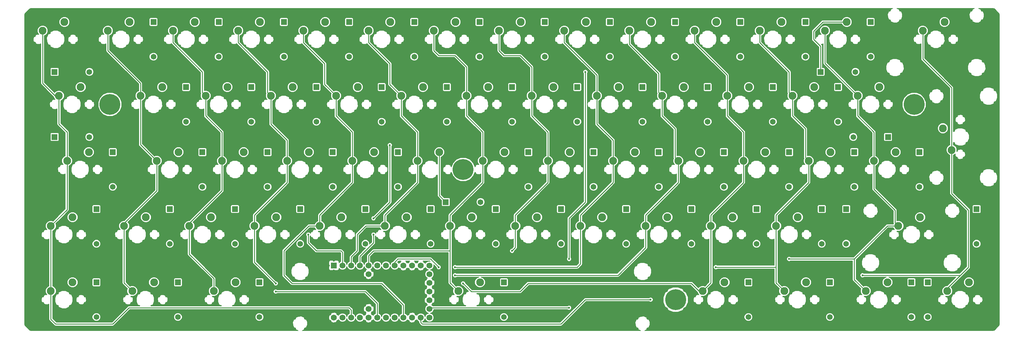
<source format=gtl>
G04 #@! TF.FileFunction,Copper,L1,Top,Signal*
%FSLAX46Y46*%
G04 Gerber Fmt 4.6, Leading zero omitted, Abs format (unit mm)*
G04 Created by KiCad (PCBNEW 4.0.5) date 02/06/17 19:39:07*
%MOMM*%
%LPD*%
G01*
G04 APERTURE LIST*
%ADD10C,0.100000*%
%ADD11C,1.651000*%
%ADD12R,1.651000X1.651000*%
%ADD13C,2.286000*%
%ADD14C,6.100000*%
%ADD15R,1.752600X1.752600*%
%ADD16C,1.752600*%
%ADD17C,0.600000*%
%ADD18C,0.250000*%
%ADD19C,0.200000*%
G04 APERTURE END LIST*
D10*
D11*
X38417500Y-38100000D03*
D12*
X28257500Y-38100000D03*
D13*
X288290000Y-23495000D03*
X281940000Y-26035000D03*
X287813750Y-54610000D03*
X290353750Y-60960000D03*
X281146250Y-80645000D03*
X274796250Y-83185000D03*
X152558750Y-99695000D03*
X146208750Y-102235000D03*
X38258750Y-61595000D03*
X31908750Y-64135000D03*
X35877500Y-42545000D03*
X29527500Y-45085000D03*
X31115000Y-23495000D03*
X24765000Y-26035000D03*
D14*
X44425000Y-47625000D03*
X147637500Y-66675000D03*
X279411000Y-47625000D03*
X209725000Y-104775000D03*
D15*
X109855000Y-94773750D03*
D16*
X112395000Y-94773750D03*
X114935000Y-94773750D03*
X117475000Y-94773750D03*
X120015000Y-94773750D03*
X122555000Y-94773750D03*
X125095000Y-94773750D03*
X127635000Y-94773750D03*
X130175000Y-94773750D03*
X132715000Y-94773750D03*
X135255000Y-94773750D03*
X137795000Y-94773750D03*
X137795000Y-97313750D03*
X137795000Y-99853750D03*
X137795000Y-102393750D03*
X137795000Y-104933750D03*
X137795000Y-107473750D03*
X137795000Y-110013750D03*
X135255000Y-110013750D03*
X132715000Y-110013750D03*
X130175000Y-110013750D03*
X127635000Y-110013750D03*
X125095000Y-110013750D03*
X122555000Y-110013750D03*
X120015000Y-110013750D03*
X117475000Y-110013750D03*
X114935000Y-110013750D03*
X112395000Y-110013750D03*
X109855000Y-110013750D03*
X120015000Y-107473750D03*
X120015000Y-97313750D03*
D13*
X50165000Y-23495000D03*
X43815000Y-26035000D03*
X274002500Y-61595000D03*
X267652500Y-64135000D03*
X269240000Y-42545000D03*
X262890000Y-45085000D03*
X259715000Y-23495000D03*
X253365000Y-26035000D03*
X245427500Y-80645000D03*
X239077500Y-83185000D03*
X254952500Y-61595000D03*
X248602500Y-64135000D03*
X250190000Y-42545000D03*
X243840000Y-45085000D03*
X240665000Y-23495000D03*
X234315000Y-26035000D03*
X226377500Y-80645000D03*
X220027500Y-83185000D03*
X235902500Y-61595000D03*
X229552500Y-64135000D03*
X231140000Y-42545000D03*
X224790000Y-45085000D03*
X221615000Y-23495000D03*
X215265000Y-26035000D03*
X202565000Y-23495000D03*
X196215000Y-26035000D03*
X183515000Y-23495000D03*
X177165000Y-26035000D03*
X164465000Y-23495000D03*
X158115000Y-26035000D03*
X145415000Y-23495000D03*
X139065000Y-26035000D03*
X126365000Y-23495000D03*
X120015000Y-26035000D03*
X107315000Y-23495000D03*
X100965000Y-26035000D03*
X88265000Y-23495000D03*
X81915000Y-26035000D03*
X69215000Y-23495000D03*
X62865000Y-26035000D03*
X207327500Y-80645000D03*
X200977500Y-83185000D03*
X188277500Y-80645000D03*
X181927500Y-83185000D03*
X169227500Y-80645000D03*
X162877500Y-83185000D03*
X150177500Y-80645000D03*
X143827500Y-83185000D03*
X131127500Y-80645000D03*
X124777500Y-83185000D03*
X112077500Y-80645000D03*
X105727500Y-83185000D03*
X93027500Y-80645000D03*
X86677500Y-83185000D03*
X73977500Y-80645000D03*
X67627500Y-83185000D03*
X54927500Y-80645000D03*
X48577500Y-83185000D03*
X216852500Y-61595000D03*
X210502500Y-64135000D03*
X197802500Y-61595000D03*
X191452500Y-64135000D03*
X178752500Y-61595000D03*
X172402500Y-64135000D03*
X159702500Y-61595000D03*
X153352500Y-64135000D03*
X140652500Y-61595000D03*
X134302500Y-64135000D03*
X121602500Y-61595000D03*
X115252500Y-64135000D03*
X102552500Y-61595000D03*
X96202500Y-64135000D03*
X83502500Y-61595000D03*
X77152500Y-64135000D03*
X64452500Y-61595000D03*
X58102500Y-64135000D03*
X212090000Y-42545000D03*
X205740000Y-45085000D03*
X193040000Y-42545000D03*
X186690000Y-45085000D03*
X173990000Y-42545000D03*
X167640000Y-45085000D03*
X154940000Y-42545000D03*
X148590000Y-45085000D03*
X135890000Y-42545000D03*
X129540000Y-45085000D03*
X116840000Y-42545000D03*
X110490000Y-45085000D03*
X97790000Y-42545000D03*
X91440000Y-45085000D03*
X78740000Y-42545000D03*
X72390000Y-45085000D03*
X59690000Y-42545000D03*
X53340000Y-45085000D03*
X295433750Y-99695000D03*
X289083750Y-102235000D03*
X271621250Y-99695000D03*
X265271250Y-102235000D03*
X247808750Y-99695000D03*
X241458750Y-102235000D03*
X223996250Y-99695000D03*
X217646250Y-102235000D03*
X81121250Y-99695000D03*
X74771250Y-102235000D03*
X57308750Y-99695000D03*
X50958750Y-102235000D03*
X33496250Y-99695000D03*
X27146250Y-102235000D03*
X33496250Y-80645000D03*
X27146250Y-83185000D03*
D11*
X283368750Y-109855000D03*
D12*
X283368750Y-99695000D03*
D11*
X297656250Y-88423750D03*
D12*
X297656250Y-78263750D03*
D11*
X266700000Y-33655000D03*
D12*
X266700000Y-23495000D03*
D11*
X278606250Y-109855000D03*
D12*
X278606250Y-99695000D03*
D11*
X259556250Y-88423750D03*
D12*
X259556250Y-78263750D03*
D11*
X280987500Y-71755000D03*
D12*
X280987500Y-61595000D03*
D11*
X261620000Y-57150000D03*
D12*
X271780000Y-57150000D03*
D11*
X262255000Y-38100000D03*
D12*
X252095000Y-38100000D03*
D11*
X254793750Y-109855000D03*
D12*
X254793750Y-99695000D03*
D11*
X252412500Y-88423750D03*
D12*
X252412500Y-78263750D03*
D11*
X261937500Y-71755000D03*
D12*
X261937500Y-61595000D03*
D11*
X257175000Y-52705000D03*
D12*
X257175000Y-42545000D03*
D11*
X247650000Y-33655000D03*
D12*
X247650000Y-23495000D03*
D11*
X230981250Y-109855000D03*
D12*
X230981250Y-99695000D03*
D11*
X233362500Y-88423750D03*
D12*
X233362500Y-78263750D03*
D11*
X242887500Y-71755000D03*
D12*
X242887500Y-61595000D03*
D11*
X238125000Y-52705000D03*
D12*
X238125000Y-42545000D03*
D11*
X228600000Y-33655000D03*
D12*
X228600000Y-23495000D03*
D11*
X209550000Y-33655000D03*
D12*
X209550000Y-23495000D03*
D11*
X190500000Y-33655000D03*
D12*
X190500000Y-23495000D03*
D11*
X171450000Y-33655000D03*
D12*
X171450000Y-23495000D03*
D11*
X152400000Y-33655000D03*
D12*
X152400000Y-23495000D03*
D11*
X133350000Y-33655000D03*
D12*
X133350000Y-23495000D03*
D11*
X114300000Y-33655000D03*
D12*
X114300000Y-23495000D03*
D11*
X95250000Y-33655000D03*
D12*
X95250000Y-23495000D03*
D11*
X76200000Y-33655000D03*
D12*
X76200000Y-23495000D03*
D11*
X57150000Y-33655000D03*
D12*
X57150000Y-23495000D03*
D11*
X159543750Y-109855000D03*
D12*
X159543750Y-99695000D03*
D11*
X88106250Y-109855000D03*
D12*
X88106250Y-99695000D03*
D11*
X64293750Y-109855000D03*
D12*
X64293750Y-99695000D03*
D11*
X40481250Y-109855000D03*
D12*
X40481250Y-99695000D03*
D11*
X214312500Y-88423750D03*
D12*
X214312500Y-78263750D03*
D11*
X195262500Y-88423750D03*
D12*
X195262500Y-78263750D03*
D11*
X176212500Y-88423750D03*
D12*
X176212500Y-78263750D03*
D11*
X157162500Y-88423750D03*
D12*
X157162500Y-78263750D03*
D11*
X138112500Y-88423750D03*
D12*
X138112500Y-78263750D03*
D11*
X119062500Y-88423750D03*
D12*
X119062500Y-78263750D03*
D11*
X100012500Y-88423750D03*
D12*
X100012500Y-78263750D03*
D11*
X80962500Y-88423750D03*
D12*
X80962500Y-78263750D03*
D11*
X61912500Y-88423750D03*
D12*
X61912500Y-78263750D03*
D11*
X40481250Y-88423750D03*
D12*
X40481250Y-78263750D03*
D11*
X223837500Y-71755000D03*
D12*
X223837500Y-61595000D03*
D11*
X204787500Y-71755000D03*
D12*
X204787500Y-61595000D03*
D11*
X185737500Y-71755000D03*
D12*
X185737500Y-61595000D03*
D11*
X166687500Y-71755000D03*
D12*
X166687500Y-61595000D03*
D11*
X152717500Y-76200000D03*
D12*
X142557500Y-76200000D03*
D11*
X128587500Y-71755000D03*
D12*
X128587500Y-61595000D03*
D11*
X109537500Y-71755000D03*
D12*
X109537500Y-61595000D03*
D11*
X90487500Y-71755000D03*
D12*
X90487500Y-61595000D03*
D11*
X71437500Y-71755000D03*
D12*
X71437500Y-61595000D03*
D11*
X45243750Y-71755000D03*
D12*
X45243750Y-61595000D03*
D11*
X219075000Y-52705000D03*
D12*
X219075000Y-42545000D03*
D11*
X200025000Y-52705000D03*
D12*
X200025000Y-42545000D03*
D11*
X180975000Y-52705000D03*
D12*
X180975000Y-42545000D03*
D11*
X161925000Y-52705000D03*
D12*
X161925000Y-42545000D03*
D11*
X142875000Y-52705000D03*
D12*
X142875000Y-42545000D03*
D11*
X123825000Y-52705000D03*
D12*
X123825000Y-42545000D03*
D11*
X104775000Y-52705000D03*
D12*
X104775000Y-42545000D03*
D11*
X85725000Y-52705000D03*
D12*
X85725000Y-42545000D03*
D11*
X66675000Y-52705000D03*
D12*
X66675000Y-42545000D03*
D11*
X38417500Y-57150000D03*
D12*
X28257500Y-57150000D03*
D17*
X92868750Y-102393750D03*
X92868750Y-100012500D03*
X102393750Y-85725000D03*
X121443750Y-80962500D03*
X126206250Y-59531250D03*
X121443750Y-85725000D03*
X183356250Y-38100000D03*
X178593750Y-92868750D03*
X161925000Y-90487500D03*
X145256250Y-95250000D03*
X140493750Y-95250000D03*
X145256250Y-97631250D03*
X147637500Y-100012500D03*
X221456250Y-95250000D03*
X178593750Y-107156250D03*
X242887500Y-92868750D03*
X264318750Y-97631250D03*
X202406250Y-104775000D03*
D18*
X140652500Y-61595000D02*
X140652500Y-74295000D01*
X140652500Y-74295000D02*
X142557500Y-76200000D01*
X252095000Y-38100000D02*
X252095000Y-30638750D01*
X252730000Y-23495000D02*
X259715000Y-23495000D01*
X250031250Y-26193750D02*
X252730000Y-23495000D01*
X250031250Y-28575000D02*
X250031250Y-26193750D01*
X252095000Y-30638750D02*
X250031250Y-28575000D01*
X50006250Y-107156250D02*
X114300000Y-107156250D01*
X27146250Y-110490000D02*
X28575000Y-111918750D01*
X28575000Y-111918750D02*
X45243750Y-111918750D01*
X45243750Y-111918750D02*
X50006250Y-107156250D01*
X27146250Y-102235000D02*
X27146250Y-110490000D01*
X114935000Y-107791250D02*
X114935000Y-110013750D01*
X114300000Y-107156250D02*
X114935000Y-107791250D01*
X24765000Y-26035000D02*
X24765000Y-41433750D01*
X24765000Y-41433750D02*
X28416250Y-45085000D01*
X28416250Y-45085000D02*
X29527500Y-45085000D01*
X29527500Y-45085000D02*
X29527500Y-53340000D01*
X31908750Y-55721250D02*
X31908750Y-64135000D01*
X29527500Y-53340000D02*
X31908750Y-55721250D01*
X27146250Y-83185000D02*
X27146250Y-102235000D01*
X31908750Y-78422500D02*
X27146250Y-83185000D01*
X31908750Y-64135000D02*
X31908750Y-78422500D01*
X58102500Y-64135000D02*
X58102500Y-72866250D01*
X58102500Y-72866250D02*
X48577500Y-82391250D01*
X48577500Y-82391250D02*
X48577500Y-83185000D01*
X48577500Y-83185000D02*
X48577500Y-99853750D01*
X48577500Y-99853750D02*
X50958750Y-102235000D01*
X53340000Y-45085000D02*
X53340000Y-59372500D01*
X53340000Y-59372500D02*
X58102500Y-64135000D01*
X43815000Y-26035000D02*
X43815000Y-31908750D01*
X53340000Y-41433750D02*
X53340000Y-45085000D01*
X43815000Y-31908750D02*
X53340000Y-41433750D01*
X114300000Y-102393750D02*
X119062500Y-102393750D01*
X92868750Y-102393750D02*
X114300000Y-102393750D01*
X122555000Y-105886250D02*
X122555000Y-110013750D01*
X119062500Y-102393750D02*
X122555000Y-105886250D01*
X67627500Y-83185000D02*
X67627500Y-91440000D01*
X74771250Y-98583750D02*
X74771250Y-102235000D01*
X67627500Y-91440000D02*
X74771250Y-98583750D01*
X77152500Y-64135000D02*
X77152500Y-72866250D01*
X77152500Y-72866250D02*
X67627500Y-82391250D01*
X67627500Y-82391250D02*
X67627500Y-83185000D01*
X72390000Y-45085000D02*
X72390000Y-50958750D01*
X77152500Y-55721250D02*
X77152500Y-64135000D01*
X72390000Y-50958750D02*
X77152500Y-55721250D01*
X62865000Y-26035000D02*
X62865000Y-29527500D01*
X71437500Y-44132500D02*
X72390000Y-45085000D01*
X71437500Y-38100000D02*
X71437500Y-44132500D01*
X62865000Y-29527500D02*
X71437500Y-38100000D01*
X86677500Y-93821250D02*
X92868750Y-100012500D01*
X86677500Y-83185000D02*
X86677500Y-93821250D01*
X81915000Y-26035000D02*
X81915000Y-29527500D01*
X90487500Y-44132500D02*
X91440000Y-45085000D01*
X90487500Y-38100000D02*
X90487500Y-44132500D01*
X81915000Y-29527500D02*
X90487500Y-38100000D01*
X96202500Y-64135000D02*
X96202500Y-70485000D01*
X86677500Y-80010000D02*
X86677500Y-83185000D01*
X96202500Y-70485000D02*
X86677500Y-80010000D01*
X91440000Y-45085000D02*
X91440000Y-53340000D01*
X96202500Y-58102500D02*
X96202500Y-64135000D01*
X91440000Y-53340000D02*
X96202500Y-58102500D01*
X119062500Y-100012500D02*
X123825000Y-100012500D01*
X102552500Y-83185000D02*
X95250000Y-90487500D01*
X95250000Y-90487500D02*
X95250000Y-97631250D01*
X95250000Y-97631250D02*
X97631250Y-100012500D01*
X97631250Y-100012500D02*
X119062500Y-100012500D01*
X105727500Y-83185000D02*
X102552500Y-83185000D01*
X130175000Y-106362500D02*
X130175000Y-110013750D01*
X123825000Y-100012500D02*
X130175000Y-106362500D01*
X115252500Y-64135000D02*
X115252500Y-70485000D01*
X105727500Y-80010000D02*
X105727500Y-83185000D01*
X115252500Y-70485000D02*
X105727500Y-80010000D01*
X110490000Y-45085000D02*
X110490000Y-50958750D01*
X115252500Y-55721250D02*
X115252500Y-64135000D01*
X110490000Y-50958750D02*
X115252500Y-55721250D01*
X100965000Y-26035000D02*
X100965000Y-29527500D01*
X107156250Y-41751250D02*
X110490000Y-45085000D01*
X107156250Y-35718750D02*
X107156250Y-41751250D01*
X100965000Y-29527500D02*
X107156250Y-35718750D01*
X102393750Y-88106250D02*
X104775000Y-90487500D01*
X102393750Y-85725000D02*
X102393750Y-88106250D01*
X112395000Y-90963750D02*
X112395000Y-94773750D01*
X111918750Y-90487500D02*
X112395000Y-90963750D01*
X104775000Y-90487500D02*
X111918750Y-90487500D01*
X124777500Y-83185000D02*
X119221250Y-83185000D01*
X114935000Y-92233750D02*
X114935000Y-94773750D01*
X116681250Y-90487500D02*
X114935000Y-92233750D01*
X116681250Y-85725000D02*
X116681250Y-90487500D01*
X119221250Y-83185000D02*
X116681250Y-85725000D01*
X129540000Y-45085000D02*
X129540000Y-50958750D01*
X134302500Y-55721250D02*
X134302500Y-64135000D01*
X129540000Y-50958750D02*
X134302500Y-55721250D01*
X134302500Y-64135000D02*
X134302500Y-70485000D01*
X124777500Y-80010000D02*
X124777500Y-83185000D01*
X134302500Y-70485000D02*
X124777500Y-80010000D01*
X120015000Y-26035000D02*
X120015000Y-29527500D01*
X126206250Y-41751250D02*
X129540000Y-45085000D01*
X126206250Y-35718750D02*
X126206250Y-41751250D01*
X120015000Y-29527500D02*
X126206250Y-35718750D01*
X126206250Y-76200000D02*
X121443750Y-80962500D01*
X126206250Y-59531250D02*
X126206250Y-76200000D01*
X117475000Y-92075000D02*
X117475000Y-94773750D01*
X121443750Y-88106250D02*
X117475000Y-92075000D01*
X121443750Y-85725000D02*
X121443750Y-88106250D01*
X143827500Y-90487500D02*
X121443750Y-90487500D01*
X120015000Y-91916250D02*
X120015000Y-94773750D01*
X121443750Y-90487500D02*
X120015000Y-91916250D01*
X143827500Y-90487500D02*
X143827500Y-99853750D01*
X143827500Y-83185000D02*
X143827500Y-90487500D01*
X143827500Y-99853750D02*
X146208750Y-102235000D01*
X153352500Y-64135000D02*
X153352500Y-70485000D01*
X143827500Y-80010000D02*
X143827500Y-83185000D01*
X153352500Y-70485000D02*
X143827500Y-80010000D01*
X148590000Y-45085000D02*
X148590000Y-50958750D01*
X153352500Y-55721250D02*
X153352500Y-64135000D01*
X148590000Y-50958750D02*
X153352500Y-55721250D01*
X139065000Y-26035000D02*
X139065000Y-31908750D01*
X148590000Y-36671250D02*
X148590000Y-45085000D01*
X145256250Y-33337500D02*
X148590000Y-36671250D01*
X140493750Y-33337500D02*
X145256250Y-33337500D01*
X139065000Y-31908750D02*
X140493750Y-33337500D01*
X183356250Y-38100000D02*
X183356250Y-76200000D01*
X183356250Y-76200000D02*
X178593750Y-80962500D01*
X178593750Y-80962500D02*
X178593750Y-92868750D01*
X162877500Y-83185000D02*
X162877500Y-89535000D01*
X162877500Y-89535000D02*
X161925000Y-90487500D01*
X172402500Y-64135000D02*
X172402500Y-70485000D01*
X162877500Y-80010000D02*
X162877500Y-83185000D01*
X172402500Y-70485000D02*
X162877500Y-80010000D01*
X167640000Y-45085000D02*
X167640000Y-50958750D01*
X172402500Y-55721250D02*
X172402500Y-64135000D01*
X167640000Y-50958750D02*
X172402500Y-55721250D01*
X158115000Y-26035000D02*
X158115000Y-31908750D01*
X167640000Y-36671250D02*
X167640000Y-45085000D01*
X164306250Y-33337500D02*
X167640000Y-36671250D01*
X159543750Y-33337500D02*
X164306250Y-33337500D01*
X158115000Y-31908750D02*
X159543750Y-33337500D01*
X181927500Y-83185000D02*
X181927500Y-94297500D01*
X181927500Y-94297500D02*
X180975000Y-95250000D01*
X180975000Y-95250000D02*
X145256250Y-95250000D01*
X127635000Y-93821250D02*
X127635000Y-94773750D01*
X128587500Y-92868750D02*
X127635000Y-93821250D01*
X138112500Y-92868750D02*
X128587500Y-92868750D01*
X140493750Y-95250000D02*
X138112500Y-92868750D01*
X191452500Y-64135000D02*
X191452500Y-70485000D01*
X181927500Y-80010000D02*
X181927500Y-83185000D01*
X191452500Y-70485000D02*
X181927500Y-80010000D01*
X186690000Y-45085000D02*
X186690000Y-53340000D01*
X191452500Y-58102500D02*
X191452500Y-64135000D01*
X186690000Y-53340000D02*
X191452500Y-58102500D01*
X177165000Y-26035000D02*
X177165000Y-29527500D01*
X186690000Y-39052500D02*
X186690000Y-45085000D01*
X177165000Y-29527500D02*
X186690000Y-39052500D01*
X200977500Y-83185000D02*
X200977500Y-89535000D01*
X192881250Y-97631250D02*
X145256250Y-97631250D01*
X200977500Y-89535000D02*
X192881250Y-97631250D01*
X196215000Y-26035000D02*
X196215000Y-30003750D01*
X204787500Y-44132500D02*
X205740000Y-45085000D01*
X204787500Y-38576250D02*
X204787500Y-44132500D01*
X196215000Y-30003750D02*
X204787500Y-38576250D01*
X210502500Y-64135000D02*
X210502500Y-70485000D01*
X200977500Y-80010000D02*
X200977500Y-83185000D01*
X210502500Y-70485000D02*
X200977500Y-80010000D01*
X205740000Y-45085000D02*
X205740000Y-50958750D01*
X209550000Y-63182500D02*
X210502500Y-64135000D01*
X209550000Y-54768750D02*
X209550000Y-63182500D01*
X205740000Y-50958750D02*
X209550000Y-54768750D01*
X216535000Y-102235000D02*
X214312500Y-100012500D01*
X150018750Y-102393750D02*
X147637500Y-100012500D01*
X164306250Y-102393750D02*
X150018750Y-102393750D01*
X166687500Y-100012500D02*
X164306250Y-102393750D01*
X214312500Y-100012500D02*
X166687500Y-100012500D01*
X217646250Y-102235000D02*
X216535000Y-102235000D01*
X220027500Y-83185000D02*
X220027500Y-99853750D01*
X220027500Y-99853750D02*
X217646250Y-102235000D01*
X229552500Y-64135000D02*
X229552500Y-70485000D01*
X220027500Y-80010000D02*
X220027500Y-83185000D01*
X229552500Y-70485000D02*
X220027500Y-80010000D01*
X224790000Y-45085000D02*
X224790000Y-50958750D01*
X229552500Y-55721250D02*
X229552500Y-64135000D01*
X224790000Y-50958750D02*
X229552500Y-55721250D01*
X215265000Y-26035000D02*
X215265000Y-29527500D01*
X224790000Y-39052500D02*
X224790000Y-45085000D01*
X215265000Y-29527500D02*
X224790000Y-39052500D01*
X138112500Y-107156250D02*
X178593750Y-107156250D01*
X221456250Y-95250000D02*
X239077500Y-95250000D01*
X138112500Y-107156250D02*
X137795000Y-107473750D01*
X239077500Y-83185000D02*
X239077500Y-95250000D01*
X239077500Y-95250000D02*
X239077500Y-99853750D01*
X239077500Y-99853750D02*
X241458750Y-102235000D01*
X248602500Y-64135000D02*
X248602500Y-70485000D01*
X239077500Y-80010000D02*
X239077500Y-83185000D01*
X248602500Y-70485000D02*
X239077500Y-80010000D01*
X243840000Y-45085000D02*
X243840000Y-50958750D01*
X247650000Y-63182500D02*
X248602500Y-64135000D01*
X247650000Y-54768750D02*
X247650000Y-63182500D01*
X243840000Y-50958750D02*
X247650000Y-54768750D01*
X234315000Y-26035000D02*
X234315000Y-29527500D01*
X242887500Y-44132500D02*
X243840000Y-45085000D01*
X242887500Y-38100000D02*
X242887500Y-44132500D01*
X234315000Y-29527500D02*
X242887500Y-38100000D01*
X261937500Y-92868750D02*
X242887500Y-92868750D01*
X262890000Y-45085000D02*
X262890000Y-50958750D01*
X262890000Y-50958750D02*
X267652500Y-55721250D01*
X267652500Y-55721250D02*
X267652500Y-64135000D01*
X253365000Y-26035000D02*
X253365000Y-35560000D01*
X253365000Y-35560000D02*
X262890000Y-45085000D01*
X274796250Y-83185000D02*
X271621250Y-83185000D01*
X261937500Y-98901250D02*
X265271250Y-102235000D01*
X261937500Y-92868750D02*
X261937500Y-98901250D01*
X271621250Y-83185000D02*
X261937500Y-92868750D01*
X267652500Y-64135000D02*
X267652500Y-72390000D01*
X273843750Y-82232500D02*
X274796250Y-83185000D01*
X273843750Y-78581250D02*
X273843750Y-82232500D01*
X267652500Y-72390000D02*
X273843750Y-78581250D01*
X176212500Y-111918750D02*
X135731250Y-111918750D01*
X202406250Y-104775000D02*
X183356250Y-104775000D01*
X183356250Y-104775000D02*
X176212500Y-111918750D01*
X292893750Y-97631250D02*
X264318750Y-97631250D01*
X135255000Y-111442500D02*
X135255000Y-110013750D01*
X135731250Y-111918750D02*
X135255000Y-111442500D01*
X281940000Y-26035000D02*
X281940000Y-34290000D01*
X290353750Y-42703750D02*
X290353750Y-60960000D01*
X281940000Y-34290000D02*
X290353750Y-42703750D01*
X289560000Y-60960000D02*
X290353750Y-60960000D01*
X290353750Y-60960000D02*
X290353750Y-73660000D01*
X295275000Y-95250000D02*
X292893750Y-97631250D01*
X292893750Y-97631250D02*
X289083750Y-101441250D01*
X295275000Y-78581250D02*
X295275000Y-95250000D01*
X290353750Y-73660000D02*
X295275000Y-78581250D01*
X289083750Y-101441250D02*
X289083750Y-102235000D01*
D19*
G36*
X272662090Y-19745284D02*
X272495442Y-20055653D01*
X272560516Y-20120727D01*
X272342537Y-20338326D01*
X272277653Y-20273442D01*
X271967284Y-20440090D01*
X271667653Y-21233564D01*
X271694480Y-22081303D01*
X271967284Y-22739910D01*
X272277653Y-22906558D01*
X272342727Y-22841484D01*
X272560326Y-23059463D01*
X272495442Y-23124347D01*
X272662090Y-23434716D01*
X273455564Y-23734347D01*
X274303303Y-23707520D01*
X274961910Y-23434716D01*
X275128558Y-23124347D01*
X275063484Y-23059273D01*
X275281463Y-22841674D01*
X275346347Y-22906558D01*
X275656716Y-22739910D01*
X275956347Y-21946436D01*
X275929520Y-21098697D01*
X275656716Y-20440090D01*
X275346347Y-20273442D01*
X275281273Y-20338516D01*
X275063674Y-20120537D01*
X275128558Y-20055653D01*
X274961910Y-19745284D01*
X274378560Y-19525000D01*
X297069903Y-19525000D01*
X296538090Y-19745284D01*
X296371442Y-20055653D01*
X296436516Y-20120727D01*
X296218537Y-20338326D01*
X296153653Y-20273442D01*
X295843284Y-20440090D01*
X295543653Y-21233564D01*
X295570480Y-22081303D01*
X295843284Y-22739910D01*
X296153653Y-22906558D01*
X296218727Y-22841484D01*
X296436326Y-23059463D01*
X296371442Y-23124347D01*
X296538090Y-23434716D01*
X297331564Y-23734347D01*
X298179303Y-23707520D01*
X298837910Y-23434716D01*
X299004558Y-23124347D01*
X298939484Y-23059273D01*
X299157463Y-22841674D01*
X299222347Y-22906558D01*
X299532716Y-22739910D01*
X299832347Y-21946436D01*
X299805520Y-21098697D01*
X299532716Y-20440090D01*
X299222347Y-20273442D01*
X299157273Y-20338516D01*
X298939674Y-20120537D01*
X299004558Y-20055653D01*
X298837910Y-19745284D01*
X298254560Y-19525000D01*
X302371966Y-19525000D01*
X302846773Y-19619445D01*
X304230555Y-21003227D01*
X304325000Y-21478034D01*
X304325000Y-111871966D01*
X304230555Y-112346773D01*
X302846773Y-113730555D01*
X302371966Y-113825000D01*
X200674847Y-113825000D01*
X201206660Y-113604716D01*
X201373308Y-113294347D01*
X201308234Y-113229273D01*
X201526213Y-113011674D01*
X201591097Y-113076558D01*
X201901466Y-112909910D01*
X202201097Y-112116436D01*
X202174270Y-111268697D01*
X201901466Y-110610090D01*
X201591097Y-110443442D01*
X201526023Y-110508516D01*
X201308424Y-110290537D01*
X201373308Y-110225653D01*
X201304605Y-110097698D01*
X229755538Y-110097698D01*
X229941716Y-110548283D01*
X230286154Y-110893323D01*
X230736414Y-111080287D01*
X231223948Y-111080712D01*
X231674533Y-110894534D01*
X232019573Y-110550096D01*
X232206537Y-110099836D01*
X232206538Y-110097698D01*
X253568038Y-110097698D01*
X253754216Y-110548283D01*
X254098654Y-110893323D01*
X254548914Y-111080287D01*
X255036448Y-111080712D01*
X255487033Y-110894534D01*
X255832073Y-110550096D01*
X256019037Y-110099836D01*
X256019038Y-110097698D01*
X277380538Y-110097698D01*
X277566716Y-110548283D01*
X277911154Y-110893323D01*
X278361414Y-111080287D01*
X278848948Y-111080712D01*
X279299533Y-110894534D01*
X279644573Y-110550096D01*
X279831537Y-110099836D01*
X279831538Y-110097698D01*
X282143038Y-110097698D01*
X282329216Y-110548283D01*
X282673654Y-110893323D01*
X283123914Y-111080287D01*
X283611448Y-111080712D01*
X284062033Y-110894534D01*
X284407073Y-110550096D01*
X284594037Y-110099836D01*
X284594462Y-109612302D01*
X284408284Y-109161717D01*
X284063846Y-108816677D01*
X283613586Y-108629713D01*
X283126052Y-108629288D01*
X282675467Y-108815466D01*
X282330427Y-109159904D01*
X282143463Y-109610164D01*
X282143038Y-110097698D01*
X279831538Y-110097698D01*
X279831962Y-109612302D01*
X279645784Y-109161717D01*
X279301346Y-108816677D01*
X278851086Y-108629713D01*
X278363552Y-108629288D01*
X277912967Y-108815466D01*
X277567927Y-109159904D01*
X277380963Y-109610164D01*
X277380538Y-110097698D01*
X256019038Y-110097698D01*
X256019462Y-109612302D01*
X255833284Y-109161717D01*
X255488846Y-108816677D01*
X255038586Y-108629713D01*
X254551052Y-108629288D01*
X254100467Y-108815466D01*
X253755427Y-109159904D01*
X253568463Y-109610164D01*
X253568038Y-110097698D01*
X232206538Y-110097698D01*
X232206962Y-109612302D01*
X232020784Y-109161717D01*
X231676346Y-108816677D01*
X231226086Y-108629713D01*
X230738552Y-108629288D01*
X230287967Y-108815466D01*
X229942927Y-109159904D01*
X229755963Y-109610164D01*
X229755538Y-110097698D01*
X201304605Y-110097698D01*
X201206660Y-109915284D01*
X200413186Y-109615653D01*
X199565447Y-109642480D01*
X198906840Y-109915284D01*
X198740192Y-110225653D01*
X198805266Y-110290727D01*
X198587287Y-110508326D01*
X198522403Y-110443442D01*
X198212034Y-110610090D01*
X197912403Y-111403564D01*
X197939230Y-112251303D01*
X198212034Y-112909910D01*
X198522403Y-113076558D01*
X198587477Y-113011484D01*
X198805076Y-113229463D01*
X198740192Y-113294347D01*
X198906840Y-113604716D01*
X199490190Y-113825000D01*
X100598847Y-113825000D01*
X101130660Y-113604716D01*
X101297308Y-113294347D01*
X101232234Y-113229273D01*
X101450213Y-113011674D01*
X101515097Y-113076558D01*
X101825466Y-112909910D01*
X102125097Y-112116436D01*
X102098270Y-111268697D01*
X101825466Y-110610090D01*
X101515097Y-110443442D01*
X101450023Y-110508516D01*
X101232424Y-110290537D01*
X101297308Y-110225653D01*
X101130660Y-109915284D01*
X100337186Y-109615653D01*
X99489447Y-109642480D01*
X98830840Y-109915284D01*
X98664192Y-110225653D01*
X98729266Y-110290727D01*
X98511287Y-110508326D01*
X98446403Y-110443442D01*
X98136034Y-110610090D01*
X97836403Y-111403564D01*
X97863230Y-112251303D01*
X98136034Y-112909910D01*
X98446403Y-113076558D01*
X98511477Y-113011484D01*
X98729076Y-113229463D01*
X98664192Y-113294347D01*
X98830840Y-113604716D01*
X99414190Y-113825000D01*
X21478034Y-113825000D01*
X21003227Y-113730555D01*
X19619445Y-112346773D01*
X19525000Y-111871966D01*
X19525000Y-56324500D01*
X27024164Y-56324500D01*
X27024164Y-57975500D01*
X27052056Y-58123731D01*
X27139660Y-58259872D01*
X27273329Y-58351204D01*
X27432000Y-58383336D01*
X29083000Y-58383336D01*
X29231231Y-58355444D01*
X29367372Y-58267840D01*
X29458704Y-58134171D01*
X29490836Y-57975500D01*
X29490836Y-56324500D01*
X29462944Y-56176269D01*
X29375340Y-56040128D01*
X29241671Y-55948796D01*
X29083000Y-55916664D01*
X27432000Y-55916664D01*
X27283769Y-55944556D01*
X27147628Y-56032160D01*
X27056296Y-56165829D01*
X27024164Y-56324500D01*
X19525000Y-56324500D01*
X19525000Y-28379365D01*
X22020439Y-28379365D01*
X22057817Y-28958547D01*
X22207549Y-29320033D01*
X22448077Y-29404134D01*
X22501680Y-29350531D01*
X22719279Y-29568510D01*
X22665866Y-29621923D01*
X22749967Y-29862451D01*
X23299365Y-30049561D01*
X23878547Y-30012183D01*
X24240000Y-29862465D01*
X24240000Y-41433750D01*
X24279963Y-41634659D01*
X24393769Y-41804981D01*
X27987662Y-45398874D01*
X28218646Y-45957897D01*
X28413411Y-46153003D01*
X27873953Y-46187817D01*
X27512467Y-46337549D01*
X27428366Y-46578077D01*
X27481969Y-46631680D01*
X27263990Y-46849279D01*
X27210577Y-46795866D01*
X26970049Y-46879967D01*
X26782939Y-47429365D01*
X26820317Y-48008547D01*
X26970049Y-48370033D01*
X27210577Y-48454134D01*
X27264180Y-48400531D01*
X27481779Y-48618510D01*
X27428366Y-48671923D01*
X27512467Y-48912451D01*
X28061865Y-49099561D01*
X28641047Y-49062183D01*
X29002500Y-48912465D01*
X29002500Y-53340000D01*
X29042463Y-53540909D01*
X29156269Y-53711231D01*
X31383750Y-55938712D01*
X31383750Y-62682398D01*
X31035853Y-62826146D01*
X30601421Y-63259820D01*
X30366019Y-63826732D01*
X30365483Y-64440575D01*
X30599896Y-65007897D01*
X30794661Y-65203003D01*
X30255203Y-65237817D01*
X29893717Y-65387549D01*
X29809616Y-65628077D01*
X29863219Y-65681680D01*
X29645240Y-65899279D01*
X29591827Y-65845866D01*
X29351299Y-65929967D01*
X29164189Y-66479365D01*
X29201567Y-67058547D01*
X29351299Y-67420033D01*
X29591827Y-67504134D01*
X29645430Y-67450531D01*
X29863029Y-67668510D01*
X29809616Y-67721923D01*
X29893717Y-67962451D01*
X30443115Y-68149561D01*
X31022297Y-68112183D01*
X31383750Y-67962465D01*
X31383750Y-78205038D01*
X27802164Y-81786624D01*
X27454518Y-81642269D01*
X26840675Y-81641733D01*
X26273353Y-81876146D01*
X25838921Y-82309820D01*
X25603519Y-82876732D01*
X25602983Y-83490575D01*
X25837396Y-84057897D01*
X26032161Y-84253003D01*
X25492703Y-84287817D01*
X25131217Y-84437549D01*
X25047116Y-84678077D01*
X25100719Y-84731680D01*
X24882740Y-84949279D01*
X24829327Y-84895866D01*
X24588799Y-84979967D01*
X24401689Y-85529365D01*
X24439067Y-86108547D01*
X24588799Y-86470033D01*
X24829327Y-86554134D01*
X24882930Y-86500531D01*
X25100529Y-86718510D01*
X25047116Y-86771923D01*
X25131217Y-87012451D01*
X25680615Y-87199561D01*
X26259797Y-87162183D01*
X26621250Y-87012465D01*
X26621250Y-100782398D01*
X26273353Y-100926146D01*
X25838921Y-101359820D01*
X25603519Y-101926732D01*
X25602983Y-102540575D01*
X25837396Y-103107897D01*
X26032161Y-103303003D01*
X25492703Y-103337817D01*
X25131217Y-103487549D01*
X25047116Y-103728077D01*
X25100719Y-103781680D01*
X24882740Y-103999279D01*
X24829327Y-103945866D01*
X24588799Y-104029967D01*
X24401689Y-104579365D01*
X24439067Y-105158547D01*
X24588799Y-105520033D01*
X24829327Y-105604134D01*
X24882930Y-105550531D01*
X25100529Y-105768510D01*
X25047116Y-105821923D01*
X25131217Y-106062451D01*
X25680615Y-106249561D01*
X26259797Y-106212183D01*
X26621250Y-106062465D01*
X26621250Y-110490000D01*
X26661213Y-110690909D01*
X26775019Y-110861231D01*
X28203769Y-112289981D01*
X28374091Y-112403787D01*
X28575000Y-112443750D01*
X45243750Y-112443750D01*
X45444659Y-112403787D01*
X45614981Y-112289981D01*
X47807264Y-110097698D01*
X63068038Y-110097698D01*
X63254216Y-110548283D01*
X63598654Y-110893323D01*
X64048914Y-111080287D01*
X64536448Y-111080712D01*
X64987033Y-110894534D01*
X65332073Y-110550096D01*
X65519037Y-110099836D01*
X65519038Y-110097698D01*
X86880538Y-110097698D01*
X87066716Y-110548283D01*
X87411154Y-110893323D01*
X87861414Y-111080287D01*
X88348948Y-111080712D01*
X88799533Y-110894534D01*
X89144573Y-110550096D01*
X89331537Y-110099836D01*
X89331962Y-109612302D01*
X89145784Y-109161717D01*
X88801346Y-108816677D01*
X88351086Y-108629713D01*
X87863552Y-108629288D01*
X87412967Y-108815466D01*
X87067927Y-109159904D01*
X86880963Y-109610164D01*
X86880538Y-110097698D01*
X65519038Y-110097698D01*
X65519462Y-109612302D01*
X65333284Y-109161717D01*
X64988846Y-108816677D01*
X64538586Y-108629713D01*
X64051052Y-108629288D01*
X63600467Y-108815466D01*
X63255427Y-109159904D01*
X63068463Y-109610164D01*
X63068038Y-110097698D01*
X47807264Y-110097698D01*
X50223712Y-107681250D01*
X114082538Y-107681250D01*
X114410000Y-108008712D01*
X114410000Y-108849717D01*
X114212979Y-108931125D01*
X113853637Y-109289840D01*
X113664776Y-109744667D01*
X113477625Y-109291729D01*
X113118910Y-108932387D01*
X112649986Y-108737672D01*
X112142242Y-108737229D01*
X111672979Y-108931125D01*
X111313637Y-109289840D01*
X111246036Y-109452641D01*
X111163513Y-109253414D01*
X110920356Y-109166183D01*
X110866280Y-109220259D01*
X110648681Y-109002280D01*
X110702567Y-108948394D01*
X110615336Y-108705237D01*
X110056712Y-108513873D01*
X109467380Y-108550852D01*
X109094664Y-108705237D01*
X109007433Y-108948394D01*
X109061509Y-109002470D01*
X108843530Y-109220069D01*
X108789644Y-109166183D01*
X108546487Y-109253414D01*
X108355123Y-109812038D01*
X108392102Y-110401370D01*
X108546487Y-110774086D01*
X108789644Y-110861317D01*
X108843720Y-110807241D01*
X109061319Y-111025220D01*
X109007433Y-111079106D01*
X109094664Y-111322263D01*
X109653288Y-111513627D01*
X110242620Y-111476648D01*
X110615336Y-111322263D01*
X110702567Y-111079106D01*
X110648491Y-111025030D01*
X110866470Y-110807431D01*
X110920356Y-110861317D01*
X111163513Y-110774086D01*
X111238164Y-110556167D01*
X111312375Y-110735771D01*
X111671090Y-111095113D01*
X112140014Y-111289828D01*
X112647758Y-111290271D01*
X113117021Y-111096375D01*
X113476363Y-110737660D01*
X113665224Y-110282833D01*
X113852375Y-110735771D01*
X114211090Y-111095113D01*
X114680014Y-111289828D01*
X115187758Y-111290271D01*
X115657021Y-111096375D01*
X116016363Y-110737660D01*
X116205224Y-110282833D01*
X116392375Y-110735771D01*
X116751090Y-111095113D01*
X117220014Y-111289828D01*
X117727758Y-111290271D01*
X118197021Y-111096375D01*
X118556363Y-110737660D01*
X118623964Y-110574859D01*
X118706487Y-110774086D01*
X118949644Y-110861317D01*
X119003720Y-110807241D01*
X119221319Y-111025220D01*
X119167433Y-111079106D01*
X119254664Y-111322263D01*
X119813288Y-111513627D01*
X120402620Y-111476648D01*
X120775336Y-111322263D01*
X120862567Y-111079106D01*
X120808491Y-111025030D01*
X121026470Y-110807431D01*
X121080356Y-110861317D01*
X121323513Y-110774086D01*
X121398164Y-110556167D01*
X121472375Y-110735771D01*
X121831090Y-111095113D01*
X122300014Y-111289828D01*
X122807758Y-111290271D01*
X123277021Y-111096375D01*
X123636363Y-110737660D01*
X123825224Y-110282833D01*
X124012375Y-110735771D01*
X124371090Y-111095113D01*
X124840014Y-111289828D01*
X125347758Y-111290271D01*
X125817021Y-111096375D01*
X126176363Y-110737660D01*
X126365224Y-110282833D01*
X126552375Y-110735771D01*
X126911090Y-111095113D01*
X127380014Y-111289828D01*
X127887758Y-111290271D01*
X128357021Y-111096375D01*
X128716363Y-110737660D01*
X128905224Y-110282833D01*
X129092375Y-110735771D01*
X129451090Y-111095113D01*
X129920014Y-111289828D01*
X130427758Y-111290271D01*
X130897021Y-111096375D01*
X131256363Y-110737660D01*
X131323964Y-110574859D01*
X131406487Y-110774086D01*
X131649644Y-110861317D01*
X131703720Y-110807241D01*
X131921319Y-111025220D01*
X131867433Y-111079106D01*
X131954664Y-111322263D01*
X132513288Y-111513627D01*
X133102620Y-111476648D01*
X133475336Y-111322263D01*
X133562567Y-111079106D01*
X133508491Y-111025030D01*
X133726470Y-110807431D01*
X133780356Y-110861317D01*
X134023513Y-110774086D01*
X134098164Y-110556167D01*
X134172375Y-110735771D01*
X134531090Y-111095113D01*
X134730000Y-111177708D01*
X134730000Y-111442500D01*
X134769963Y-111643409D01*
X134883769Y-111813731D01*
X135360019Y-112289981D01*
X135530341Y-112403787D01*
X135731250Y-112443750D01*
X176212500Y-112443750D01*
X176413409Y-112403787D01*
X176583731Y-112289981D01*
X183573712Y-105300000D01*
X201941248Y-105300000D01*
X202009214Y-105368085D01*
X202266400Y-105474878D01*
X202544878Y-105475121D01*
X202802250Y-105368777D01*
X202999335Y-105172036D01*
X203106128Y-104914850D01*
X203106371Y-104636372D01*
X203000027Y-104379000D01*
X202803286Y-104181915D01*
X202546100Y-104075122D01*
X202267622Y-104074879D01*
X202010250Y-104181223D01*
X201941353Y-104250000D01*
X183356250Y-104250000D01*
X183155341Y-104289963D01*
X182985019Y-104403769D01*
X175995038Y-111393750D01*
X135948712Y-111393750D01*
X135780000Y-111225038D01*
X135780000Y-111177783D01*
X135977021Y-111096375D01*
X136336363Y-110737660D01*
X136525224Y-110282833D01*
X136712375Y-110735771D01*
X137071090Y-111095113D01*
X137540014Y-111289828D01*
X138047758Y-111290271D01*
X138517021Y-111096375D01*
X138876363Y-110737660D01*
X139071078Y-110268736D01*
X139071227Y-110097698D01*
X158318038Y-110097698D01*
X158504216Y-110548283D01*
X158848654Y-110893323D01*
X159298914Y-111080287D01*
X159786448Y-111080712D01*
X160237033Y-110894534D01*
X160582073Y-110550096D01*
X160769037Y-110099836D01*
X160769462Y-109612302D01*
X160583284Y-109161717D01*
X160238846Y-108816677D01*
X159788586Y-108629713D01*
X159301052Y-108629288D01*
X158850467Y-108815466D01*
X158505427Y-109159904D01*
X158318463Y-109610164D01*
X158318038Y-110097698D01*
X139071227Y-110097698D01*
X139071521Y-109760992D01*
X138877625Y-109291729D01*
X138518910Y-108932387D01*
X138064083Y-108743526D01*
X138517021Y-108556375D01*
X138876363Y-108197660D01*
X139071078Y-107728736D01*
X139071119Y-107681250D01*
X178128748Y-107681250D01*
X178196714Y-107749335D01*
X178453900Y-107856128D01*
X178732378Y-107856371D01*
X178989750Y-107750027D01*
X179186835Y-107553286D01*
X179293628Y-107296100D01*
X179293871Y-107017622D01*
X179187527Y-106760250D01*
X178990786Y-106563165D01*
X178733600Y-106456372D01*
X178455122Y-106456129D01*
X178197750Y-106562473D01*
X178128853Y-106631250D01*
X151657212Y-106631250D01*
X151602505Y-106576543D01*
X151820483Y-106358945D01*
X151892673Y-106431135D01*
X152251870Y-106207102D01*
X152629926Y-105243512D01*
X152617430Y-104579365D01*
X153624189Y-104579365D01*
X153661567Y-105158547D01*
X153811299Y-105520033D01*
X154051827Y-105604134D01*
X154105430Y-105550531D01*
X154323029Y-105768510D01*
X154269616Y-105821923D01*
X154353717Y-106062451D01*
X154903115Y-106249561D01*
X155482297Y-106212183D01*
X155843783Y-106062451D01*
X155927884Y-105821923D01*
X155874281Y-105768320D01*
X156092260Y-105550721D01*
X156145673Y-105604134D01*
X156386201Y-105520033D01*
X156573311Y-104970635D01*
X156535933Y-104391453D01*
X156396493Y-104054814D01*
X206065529Y-104054814D01*
X206068486Y-105510054D01*
X206619693Y-106840783D01*
X207088660Y-107193551D01*
X207176681Y-107105530D01*
X207394280Y-107323509D01*
X207306449Y-107411340D01*
X207659217Y-107880307D01*
X209004814Y-108434471D01*
X210460054Y-108431514D01*
X211790783Y-107880307D01*
X212143551Y-107411340D01*
X212055530Y-107323319D01*
X212273509Y-107105720D01*
X212361340Y-107193551D01*
X212830307Y-106840783D01*
X213384471Y-105495186D01*
X213381514Y-104039946D01*
X212830307Y-102709217D01*
X212361340Y-102356449D01*
X212273319Y-102444470D01*
X212055720Y-102226491D01*
X212143551Y-102138660D01*
X211790783Y-101669693D01*
X210445186Y-101115529D01*
X208989946Y-101118486D01*
X207659217Y-101669693D01*
X207306449Y-102138660D01*
X207394470Y-102226681D01*
X207176491Y-102444280D01*
X207088660Y-102356449D01*
X206619693Y-102709217D01*
X206065529Y-104054814D01*
X156396493Y-104054814D01*
X156386201Y-104029967D01*
X156145673Y-103945866D01*
X156092070Y-103999469D01*
X155874471Y-103781490D01*
X155927884Y-103728077D01*
X155843783Y-103487549D01*
X155294385Y-103300439D01*
X154715203Y-103337817D01*
X154353717Y-103487549D01*
X154269616Y-103728077D01*
X154323219Y-103781680D01*
X154105240Y-103999279D01*
X154051827Y-103945866D01*
X153811299Y-104029967D01*
X153624189Y-104579365D01*
X152617430Y-104579365D01*
X152610453Y-104208595D01*
X152251870Y-103342898D01*
X151892673Y-103118865D01*
X151820293Y-103191245D01*
X151602695Y-102973267D01*
X151657212Y-102918750D01*
X164306250Y-102918750D01*
X164507159Y-102878787D01*
X164677481Y-102764981D01*
X166904962Y-100537500D01*
X214095038Y-100537500D01*
X216106412Y-102548874D01*
X216337396Y-103107897D01*
X216532161Y-103303003D01*
X215992703Y-103337817D01*
X215631217Y-103487549D01*
X215547116Y-103728077D01*
X215600719Y-103781680D01*
X215382740Y-103999279D01*
X215329327Y-103945866D01*
X215088799Y-104029967D01*
X214901689Y-104579365D01*
X214939067Y-105158547D01*
X215088799Y-105520033D01*
X215329327Y-105604134D01*
X215382930Y-105550531D01*
X215600529Y-105768510D01*
X215547116Y-105821923D01*
X215631217Y-106062451D01*
X216180615Y-106249561D01*
X216759797Y-106212183D01*
X217121283Y-106062451D01*
X217205384Y-105821923D01*
X217151781Y-105768320D01*
X217369760Y-105550721D01*
X217423173Y-105604134D01*
X217663701Y-105520033D01*
X217850811Y-104970635D01*
X217813433Y-104391453D01*
X217778240Y-104306488D01*
X218845074Y-104306488D01*
X218864547Y-105341405D01*
X219223130Y-106207102D01*
X219582327Y-106431135D01*
X219654707Y-106358755D01*
X219872305Y-106576733D01*
X219800115Y-106648923D01*
X220024148Y-107008120D01*
X220987738Y-107386176D01*
X222022655Y-107366703D01*
X222888352Y-107008120D01*
X223112385Y-106648923D01*
X223040005Y-106576543D01*
X223257983Y-106358945D01*
X223330173Y-106431135D01*
X223689370Y-106207102D01*
X224067426Y-105243512D01*
X224054930Y-104579365D01*
X225061689Y-104579365D01*
X225099067Y-105158547D01*
X225248799Y-105520033D01*
X225489327Y-105604134D01*
X225542930Y-105550531D01*
X225760529Y-105768510D01*
X225707116Y-105821923D01*
X225791217Y-106062451D01*
X226340615Y-106249561D01*
X226919797Y-106212183D01*
X227281283Y-106062451D01*
X227365384Y-105821923D01*
X227311781Y-105768320D01*
X227529760Y-105550721D01*
X227583173Y-105604134D01*
X227823701Y-105520033D01*
X228010811Y-104970635D01*
X227973433Y-104391453D01*
X227823701Y-104029967D01*
X227583173Y-103945866D01*
X227529570Y-103999469D01*
X227311971Y-103781490D01*
X227365384Y-103728077D01*
X227281283Y-103487549D01*
X226731885Y-103300439D01*
X226152703Y-103337817D01*
X225791217Y-103487549D01*
X225707116Y-103728077D01*
X225760719Y-103781680D01*
X225542740Y-103999279D01*
X225489327Y-103945866D01*
X225248799Y-104029967D01*
X225061689Y-104579365D01*
X224054930Y-104579365D01*
X224047953Y-104208595D01*
X223689370Y-103342898D01*
X223330173Y-103118865D01*
X223257793Y-103191245D01*
X223040195Y-102973267D01*
X223112385Y-102901077D01*
X222888352Y-102541880D01*
X221924762Y-102163824D01*
X220889845Y-102183297D01*
X220024148Y-102541880D01*
X219800115Y-102901077D01*
X219872495Y-102973457D01*
X219654517Y-103191055D01*
X219582327Y-103118865D01*
X219223130Y-103342898D01*
X218845074Y-104306488D01*
X217778240Y-104306488D01*
X217663701Y-104029967D01*
X217423173Y-103945866D01*
X217369570Y-103999469D01*
X217151971Y-103781490D01*
X217205384Y-103728077D01*
X217203173Y-103721754D01*
X217337982Y-103777731D01*
X217951825Y-103778267D01*
X218519147Y-103543854D01*
X218953579Y-103110180D01*
X219188981Y-102543268D01*
X219189517Y-101929425D01*
X219044721Y-101578991D01*
X220398731Y-100224981D01*
X220512537Y-100054659D01*
X220523294Y-100000575D01*
X222452983Y-100000575D01*
X222687396Y-100567897D01*
X223121070Y-101002329D01*
X223687982Y-101237731D01*
X224301825Y-101238267D01*
X224869147Y-101003854D01*
X225303579Y-100570180D01*
X225538981Y-100003268D01*
X225539517Y-99389425D01*
X225324689Y-98869500D01*
X229747914Y-98869500D01*
X229747914Y-100520500D01*
X229775806Y-100668731D01*
X229863410Y-100804872D01*
X229997079Y-100896204D01*
X230155750Y-100928336D01*
X231806750Y-100928336D01*
X231954981Y-100900444D01*
X232091122Y-100812840D01*
X232182454Y-100679171D01*
X232214586Y-100520500D01*
X232214586Y-98869500D01*
X232186694Y-98721269D01*
X232099090Y-98585128D01*
X231965421Y-98493796D01*
X231806750Y-98461664D01*
X230155750Y-98461664D01*
X230007519Y-98489556D01*
X229871378Y-98577160D01*
X229780046Y-98710829D01*
X229747914Y-98869500D01*
X225324689Y-98869500D01*
X225305104Y-98822103D01*
X224871430Y-98387671D01*
X224304518Y-98152269D01*
X223690675Y-98151733D01*
X223123353Y-98386146D01*
X222688921Y-98819820D01*
X222453519Y-99386732D01*
X222452983Y-100000575D01*
X220523294Y-100000575D01*
X220552500Y-99853750D01*
X220552500Y-95388628D01*
X220756129Y-95388628D01*
X220862473Y-95646000D01*
X221059214Y-95843085D01*
X221316400Y-95949878D01*
X221594878Y-95950121D01*
X221852250Y-95843777D01*
X221921147Y-95775000D01*
X238552500Y-95775000D01*
X238552500Y-99853750D01*
X238592463Y-100054659D01*
X238706269Y-100224981D01*
X240060374Y-101579086D01*
X239916019Y-101926732D01*
X239915483Y-102540575D01*
X240149896Y-103107897D01*
X240344661Y-103303003D01*
X239805203Y-103337817D01*
X239443717Y-103487549D01*
X239359616Y-103728077D01*
X239413219Y-103781680D01*
X239195240Y-103999279D01*
X239141827Y-103945866D01*
X238901299Y-104029967D01*
X238714189Y-104579365D01*
X238751567Y-105158547D01*
X238901299Y-105520033D01*
X239141827Y-105604134D01*
X239195430Y-105550531D01*
X239413029Y-105768510D01*
X239359616Y-105821923D01*
X239443717Y-106062451D01*
X239993115Y-106249561D01*
X240572297Y-106212183D01*
X240933783Y-106062451D01*
X241017884Y-105821923D01*
X240964281Y-105768320D01*
X241182260Y-105550721D01*
X241235673Y-105604134D01*
X241476201Y-105520033D01*
X241663311Y-104970635D01*
X241625933Y-104391453D01*
X241590740Y-104306488D01*
X242657574Y-104306488D01*
X242677047Y-105341405D01*
X243035630Y-106207102D01*
X243394827Y-106431135D01*
X243467207Y-106358755D01*
X243684805Y-106576733D01*
X243612615Y-106648923D01*
X243836648Y-107008120D01*
X244800238Y-107386176D01*
X245835155Y-107366703D01*
X246700852Y-107008120D01*
X246924885Y-106648923D01*
X246852505Y-106576543D01*
X247070483Y-106358945D01*
X247142673Y-106431135D01*
X247501870Y-106207102D01*
X247879926Y-105243512D01*
X247867430Y-104579365D01*
X248874189Y-104579365D01*
X248911567Y-105158547D01*
X249061299Y-105520033D01*
X249301827Y-105604134D01*
X249355430Y-105550531D01*
X249573029Y-105768510D01*
X249519616Y-105821923D01*
X249603717Y-106062451D01*
X250153115Y-106249561D01*
X250732297Y-106212183D01*
X251093783Y-106062451D01*
X251177884Y-105821923D01*
X251124281Y-105768320D01*
X251342260Y-105550721D01*
X251395673Y-105604134D01*
X251636201Y-105520033D01*
X251823311Y-104970635D01*
X251785933Y-104391453D01*
X251636201Y-104029967D01*
X251395673Y-103945866D01*
X251342070Y-103999469D01*
X251124471Y-103781490D01*
X251177884Y-103728077D01*
X251093783Y-103487549D01*
X250544385Y-103300439D01*
X249965203Y-103337817D01*
X249603717Y-103487549D01*
X249519616Y-103728077D01*
X249573219Y-103781680D01*
X249355240Y-103999279D01*
X249301827Y-103945866D01*
X249061299Y-104029967D01*
X248874189Y-104579365D01*
X247867430Y-104579365D01*
X247860453Y-104208595D01*
X247501870Y-103342898D01*
X247142673Y-103118865D01*
X247070293Y-103191245D01*
X246852695Y-102973267D01*
X246924885Y-102901077D01*
X246700852Y-102541880D01*
X245737262Y-102163824D01*
X244702345Y-102183297D01*
X243836648Y-102541880D01*
X243612615Y-102901077D01*
X243684995Y-102973457D01*
X243467017Y-103191055D01*
X243394827Y-103118865D01*
X243035630Y-103342898D01*
X242657574Y-104306488D01*
X241590740Y-104306488D01*
X241476201Y-104029967D01*
X241235673Y-103945866D01*
X241182070Y-103999469D01*
X240964471Y-103781490D01*
X241017884Y-103728077D01*
X241015673Y-103721754D01*
X241150482Y-103777731D01*
X241764325Y-103778267D01*
X242331647Y-103543854D01*
X242766079Y-103110180D01*
X243001481Y-102543268D01*
X243002017Y-101929425D01*
X242767604Y-101362103D01*
X242333930Y-100927671D01*
X241767018Y-100692269D01*
X241153175Y-100691733D01*
X240802741Y-100836529D01*
X239966787Y-100000575D01*
X246265483Y-100000575D01*
X246499896Y-100567897D01*
X246933570Y-101002329D01*
X247500482Y-101237731D01*
X248114325Y-101238267D01*
X248681647Y-101003854D01*
X249116079Y-100570180D01*
X249351481Y-100003268D01*
X249352017Y-99389425D01*
X249137189Y-98869500D01*
X253560414Y-98869500D01*
X253560414Y-100520500D01*
X253588306Y-100668731D01*
X253675910Y-100804872D01*
X253809579Y-100896204D01*
X253968250Y-100928336D01*
X255619250Y-100928336D01*
X255767481Y-100900444D01*
X255903622Y-100812840D01*
X255994954Y-100679171D01*
X256027086Y-100520500D01*
X256027086Y-98869500D01*
X255999194Y-98721269D01*
X255911590Y-98585128D01*
X255777921Y-98493796D01*
X255619250Y-98461664D01*
X253968250Y-98461664D01*
X253820019Y-98489556D01*
X253683878Y-98577160D01*
X253592546Y-98710829D01*
X253560414Y-98869500D01*
X249137189Y-98869500D01*
X249117604Y-98822103D01*
X248683930Y-98387671D01*
X248117018Y-98152269D01*
X247503175Y-98151733D01*
X246935853Y-98386146D01*
X246501421Y-98819820D01*
X246266019Y-99386732D01*
X246265483Y-100000575D01*
X239966787Y-100000575D01*
X239602500Y-99636288D01*
X239602500Y-93007378D01*
X242187379Y-93007378D01*
X242293723Y-93264750D01*
X242490464Y-93461835D01*
X242747650Y-93568628D01*
X243026128Y-93568871D01*
X243283500Y-93462527D01*
X243352397Y-93393750D01*
X261412500Y-93393750D01*
X261412500Y-98901250D01*
X261452463Y-99102159D01*
X261566269Y-99272481D01*
X263872874Y-101579086D01*
X263728519Y-101926732D01*
X263727983Y-102540575D01*
X263962396Y-103107897D01*
X264157161Y-103303003D01*
X263617703Y-103337817D01*
X263256217Y-103487549D01*
X263172116Y-103728077D01*
X263225719Y-103781680D01*
X263007740Y-103999279D01*
X262954327Y-103945866D01*
X262713799Y-104029967D01*
X262526689Y-104579365D01*
X262564067Y-105158547D01*
X262713799Y-105520033D01*
X262954327Y-105604134D01*
X263007930Y-105550531D01*
X263225529Y-105768510D01*
X263172116Y-105821923D01*
X263256217Y-106062451D01*
X263805615Y-106249561D01*
X264384797Y-106212183D01*
X264746283Y-106062451D01*
X264830384Y-105821923D01*
X264776781Y-105768320D01*
X264994760Y-105550721D01*
X265048173Y-105604134D01*
X265288701Y-105520033D01*
X265475811Y-104970635D01*
X265438433Y-104391453D01*
X265403240Y-104306488D01*
X266470074Y-104306488D01*
X266489547Y-105341405D01*
X266848130Y-106207102D01*
X267207327Y-106431135D01*
X267279707Y-106358755D01*
X267497305Y-106576733D01*
X267425115Y-106648923D01*
X267649148Y-107008120D01*
X268612738Y-107386176D01*
X269647655Y-107366703D01*
X270513352Y-107008120D01*
X270737385Y-106648923D01*
X270665005Y-106576543D01*
X270882983Y-106358945D01*
X270955173Y-106431135D01*
X271314370Y-106207102D01*
X271692426Y-105243512D01*
X271679930Y-104579365D01*
X272686689Y-104579365D01*
X272724067Y-105158547D01*
X272873799Y-105520033D01*
X273114327Y-105604134D01*
X273167930Y-105550531D01*
X273385529Y-105768510D01*
X273332116Y-105821923D01*
X273416217Y-106062451D01*
X273965615Y-106249561D01*
X274544797Y-106212183D01*
X274906283Y-106062451D01*
X274990384Y-105821923D01*
X274936781Y-105768320D01*
X275154760Y-105550721D01*
X275208173Y-105604134D01*
X275448701Y-105520033D01*
X275635811Y-104970635D01*
X275598433Y-104391453D01*
X275448701Y-104029967D01*
X275208173Y-103945866D01*
X275154570Y-103999469D01*
X274936971Y-103781490D01*
X274990384Y-103728077D01*
X274906283Y-103487549D01*
X274356885Y-103300439D01*
X273777703Y-103337817D01*
X273416217Y-103487549D01*
X273332116Y-103728077D01*
X273385719Y-103781680D01*
X273167740Y-103999279D01*
X273114327Y-103945866D01*
X272873799Y-104029967D01*
X272686689Y-104579365D01*
X271679930Y-104579365D01*
X271672953Y-104208595D01*
X271314370Y-103342898D01*
X270955173Y-103118865D01*
X270882793Y-103191245D01*
X270665195Y-102973267D01*
X270737385Y-102901077D01*
X270513352Y-102541880D01*
X269549762Y-102163824D01*
X268514845Y-102183297D01*
X267649148Y-102541880D01*
X267425115Y-102901077D01*
X267497495Y-102973457D01*
X267279517Y-103191055D01*
X267207327Y-103118865D01*
X266848130Y-103342898D01*
X266470074Y-104306488D01*
X265403240Y-104306488D01*
X265288701Y-104029967D01*
X265048173Y-103945866D01*
X264994570Y-103999469D01*
X264776971Y-103781490D01*
X264830384Y-103728077D01*
X264828173Y-103721754D01*
X264962982Y-103777731D01*
X265576825Y-103778267D01*
X266144147Y-103543854D01*
X266578579Y-103110180D01*
X266813981Y-102543268D01*
X266814517Y-101929425D01*
X266580104Y-101362103D01*
X266146430Y-100927671D01*
X265579518Y-100692269D01*
X264965675Y-100691733D01*
X264615241Y-100836529D01*
X262462500Y-98683788D01*
X262462500Y-97769878D01*
X263618629Y-97769878D01*
X263724973Y-98027250D01*
X263921714Y-98224335D01*
X264178900Y-98331128D01*
X264457378Y-98331371D01*
X264714750Y-98225027D01*
X264783647Y-98156250D01*
X271304743Y-98156250D01*
X270748353Y-98386146D01*
X270313921Y-98819820D01*
X270078519Y-99386732D01*
X270077983Y-100000575D01*
X270312396Y-100567897D01*
X270746070Y-101002329D01*
X271312982Y-101237731D01*
X271926825Y-101238267D01*
X272494147Y-101003854D01*
X272928579Y-100570180D01*
X273163981Y-100003268D01*
X273164517Y-99389425D01*
X272949689Y-98869500D01*
X277372914Y-98869500D01*
X277372914Y-100520500D01*
X277400806Y-100668731D01*
X277488410Y-100804872D01*
X277622079Y-100896204D01*
X277780750Y-100928336D01*
X279431750Y-100928336D01*
X279579981Y-100900444D01*
X279716122Y-100812840D01*
X279807454Y-100679171D01*
X279839586Y-100520500D01*
X279839586Y-98869500D01*
X282135414Y-98869500D01*
X282135414Y-100520500D01*
X282163306Y-100668731D01*
X282250910Y-100804872D01*
X282384579Y-100896204D01*
X282543250Y-100928336D01*
X284194250Y-100928336D01*
X284342481Y-100900444D01*
X284478622Y-100812840D01*
X284569954Y-100679171D01*
X284602086Y-100520500D01*
X284602086Y-98869500D01*
X284574194Y-98721269D01*
X284486590Y-98585128D01*
X284352921Y-98493796D01*
X284194250Y-98461664D01*
X282543250Y-98461664D01*
X282395019Y-98489556D01*
X282258878Y-98577160D01*
X282167546Y-98710829D01*
X282135414Y-98869500D01*
X279839586Y-98869500D01*
X279811694Y-98721269D01*
X279724090Y-98585128D01*
X279590421Y-98493796D01*
X279431750Y-98461664D01*
X277780750Y-98461664D01*
X277632519Y-98489556D01*
X277496378Y-98577160D01*
X277405046Y-98710829D01*
X277372914Y-98869500D01*
X272949689Y-98869500D01*
X272930104Y-98822103D01*
X272496430Y-98387671D01*
X271939105Y-98156250D01*
X291626288Y-98156250D01*
X289090532Y-100692006D01*
X288778175Y-100691733D01*
X288210853Y-100926146D01*
X287776421Y-101359820D01*
X287541019Y-101926732D01*
X287540483Y-102540575D01*
X287774896Y-103107897D01*
X287969661Y-103303003D01*
X287430203Y-103337817D01*
X287068717Y-103487549D01*
X286984616Y-103728077D01*
X287038219Y-103781680D01*
X286820240Y-103999279D01*
X286766827Y-103945866D01*
X286526299Y-104029967D01*
X286339189Y-104579365D01*
X286376567Y-105158547D01*
X286526299Y-105520033D01*
X286766827Y-105604134D01*
X286820430Y-105550531D01*
X287038029Y-105768510D01*
X286984616Y-105821923D01*
X287068717Y-106062451D01*
X287618115Y-106249561D01*
X288197297Y-106212183D01*
X288558783Y-106062451D01*
X288642884Y-105821923D01*
X288589281Y-105768320D01*
X288807260Y-105550721D01*
X288860673Y-105604134D01*
X289101201Y-105520033D01*
X289288311Y-104970635D01*
X289250933Y-104391453D01*
X289215740Y-104306488D01*
X290282574Y-104306488D01*
X290302047Y-105341405D01*
X290660630Y-106207102D01*
X291019827Y-106431135D01*
X291092207Y-106358755D01*
X291309805Y-106576733D01*
X291237615Y-106648923D01*
X291461648Y-107008120D01*
X292425238Y-107386176D01*
X293460155Y-107366703D01*
X294325852Y-107008120D01*
X294549885Y-106648923D01*
X294477505Y-106576543D01*
X294695483Y-106358945D01*
X294767673Y-106431135D01*
X295126870Y-106207102D01*
X295504926Y-105243512D01*
X295492430Y-104579365D01*
X296499189Y-104579365D01*
X296536567Y-105158547D01*
X296686299Y-105520033D01*
X296926827Y-105604134D01*
X296980430Y-105550531D01*
X297198029Y-105768510D01*
X297144616Y-105821923D01*
X297228717Y-106062451D01*
X297778115Y-106249561D01*
X298357297Y-106212183D01*
X298718783Y-106062451D01*
X298802884Y-105821923D01*
X298749281Y-105768320D01*
X298967260Y-105550721D01*
X299020673Y-105604134D01*
X299261201Y-105520033D01*
X299448311Y-104970635D01*
X299410933Y-104391453D01*
X299261201Y-104029967D01*
X299020673Y-103945866D01*
X298967070Y-103999469D01*
X298749471Y-103781490D01*
X298802884Y-103728077D01*
X298718783Y-103487549D01*
X298169385Y-103300439D01*
X297590203Y-103337817D01*
X297228717Y-103487549D01*
X297144616Y-103728077D01*
X297198219Y-103781680D01*
X296980240Y-103999279D01*
X296926827Y-103945866D01*
X296686299Y-104029967D01*
X296499189Y-104579365D01*
X295492430Y-104579365D01*
X295485453Y-104208595D01*
X295126870Y-103342898D01*
X294767673Y-103118865D01*
X294695293Y-103191245D01*
X294477695Y-102973267D01*
X294549885Y-102901077D01*
X294325852Y-102541880D01*
X293362262Y-102163824D01*
X292327345Y-102183297D01*
X291461648Y-102541880D01*
X291237615Y-102901077D01*
X291309995Y-102973457D01*
X291092017Y-103191055D01*
X291019827Y-103118865D01*
X290660630Y-103342898D01*
X290282574Y-104306488D01*
X289215740Y-104306488D01*
X289101201Y-104029967D01*
X288860673Y-103945866D01*
X288807070Y-103999469D01*
X288589471Y-103781490D01*
X288642884Y-103728077D01*
X288640673Y-103721754D01*
X288775482Y-103777731D01*
X289389325Y-103778267D01*
X289956647Y-103543854D01*
X290391079Y-103110180D01*
X290626481Y-102543268D01*
X290627017Y-101929425D01*
X290392604Y-101362103D01*
X290149194Y-101118268D01*
X291266887Y-100000575D01*
X293890483Y-100000575D01*
X294124896Y-100567897D01*
X294558570Y-101002329D01*
X295125482Y-101237731D01*
X295739325Y-101238267D01*
X296306647Y-101003854D01*
X296741079Y-100570180D01*
X296976481Y-100003268D01*
X296977017Y-99389425D01*
X296742604Y-98822103D01*
X296308930Y-98387671D01*
X295742018Y-98152269D01*
X295128175Y-98151733D01*
X294560853Y-98386146D01*
X294126421Y-98819820D01*
X293891019Y-99386732D01*
X293890483Y-100000575D01*
X291266887Y-100000575D01*
X295646231Y-95621231D01*
X295760037Y-95450909D01*
X295800000Y-95250000D01*
X295800000Y-88666448D01*
X296430538Y-88666448D01*
X296616716Y-89117033D01*
X296961154Y-89462073D01*
X297411414Y-89649037D01*
X297898948Y-89649462D01*
X298349533Y-89463284D01*
X298694573Y-89118846D01*
X298881537Y-88668586D01*
X298881962Y-88181052D01*
X298695784Y-87730467D01*
X298351346Y-87385427D01*
X297901086Y-87198463D01*
X297413552Y-87198038D01*
X296962967Y-87384216D01*
X296617927Y-87728654D01*
X296430963Y-88178914D01*
X296430538Y-88666448D01*
X295800000Y-88666448D01*
X295800000Y-78581250D01*
X295760037Y-78380341D01*
X295646231Y-78210019D01*
X294874462Y-77438250D01*
X296422914Y-77438250D01*
X296422914Y-79089250D01*
X296450806Y-79237481D01*
X296538410Y-79373622D01*
X296672079Y-79464954D01*
X296830750Y-79497086D01*
X298481750Y-79497086D01*
X298629981Y-79469194D01*
X298766122Y-79381590D01*
X298857454Y-79247921D01*
X298889586Y-79089250D01*
X298889586Y-77438250D01*
X298861694Y-77290019D01*
X298774090Y-77153878D01*
X298640421Y-77062546D01*
X298481750Y-77030414D01*
X296830750Y-77030414D01*
X296682519Y-77058306D01*
X296546378Y-77145910D01*
X296455046Y-77279579D01*
X296422914Y-77438250D01*
X294874462Y-77438250D01*
X290878750Y-73442538D01*
X290878750Y-68619488D01*
X298537574Y-68619488D01*
X298557047Y-69654405D01*
X298915630Y-70520102D01*
X299274827Y-70744135D01*
X299347207Y-70671755D01*
X299564805Y-70889733D01*
X299492615Y-70961923D01*
X299716648Y-71321120D01*
X300680238Y-71699176D01*
X301715155Y-71679703D01*
X302580852Y-71321120D01*
X302804885Y-70961923D01*
X302732505Y-70889543D01*
X302950483Y-70671945D01*
X303022673Y-70744135D01*
X303381870Y-70520102D01*
X303759926Y-69556512D01*
X303740453Y-68521595D01*
X303381870Y-67655898D01*
X303022673Y-67431865D01*
X302950293Y-67504245D01*
X302732695Y-67286267D01*
X302804885Y-67214077D01*
X302580852Y-66854880D01*
X301617262Y-66476824D01*
X300582345Y-66496297D01*
X299716648Y-66854880D01*
X299492615Y-67214077D01*
X299564995Y-67286457D01*
X299347017Y-67504055D01*
X299274827Y-67431865D01*
X298915630Y-67655898D01*
X298537574Y-68619488D01*
X290878750Y-68619488D01*
X290878750Y-62412602D01*
X291226647Y-62268854D01*
X291421753Y-62074089D01*
X291456567Y-62613547D01*
X291606299Y-62975033D01*
X291846827Y-63059134D01*
X291900430Y-63005531D01*
X292118029Y-63223510D01*
X292064616Y-63276923D01*
X292148717Y-63517451D01*
X292698115Y-63704561D01*
X293277297Y-63667183D01*
X293638783Y-63517451D01*
X293722884Y-63276923D01*
X293669281Y-63223320D01*
X293887260Y-63005721D01*
X293940673Y-63059134D01*
X294181201Y-62975033D01*
X294368311Y-62425635D01*
X294330933Y-61846453D01*
X294181201Y-61484967D01*
X293940673Y-61400866D01*
X293887070Y-61454469D01*
X293669471Y-61236490D01*
X293722884Y-61183077D01*
X293638783Y-60942549D01*
X293089385Y-60755439D01*
X292510203Y-60792817D01*
X292148717Y-60942549D01*
X292064616Y-61183077D01*
X292118219Y-61236680D01*
X291900240Y-61454279D01*
X291846827Y-61400866D01*
X291840504Y-61403077D01*
X291896481Y-61268268D01*
X291897017Y-60654425D01*
X291662604Y-60087103D01*
X291228930Y-59652671D01*
X290878750Y-59507264D01*
X290878750Y-58718145D01*
X291019827Y-58806135D01*
X291092207Y-58733755D01*
X291309805Y-58951733D01*
X291237615Y-59023923D01*
X291461648Y-59383120D01*
X292425238Y-59761176D01*
X293460155Y-59741703D01*
X294325852Y-59383120D01*
X294549885Y-59023923D01*
X294477505Y-58951543D01*
X294695483Y-58733945D01*
X294767673Y-58806135D01*
X295126870Y-58582102D01*
X295504926Y-57618512D01*
X295485453Y-56583595D01*
X295126870Y-55717898D01*
X294767673Y-55493865D01*
X294695293Y-55566245D01*
X294477695Y-55348267D01*
X294549885Y-55276077D01*
X294325852Y-54916880D01*
X293362262Y-54538824D01*
X292327345Y-54558297D01*
X291461648Y-54916880D01*
X291237615Y-55276077D01*
X291309995Y-55348457D01*
X291092017Y-55566055D01*
X291019827Y-55493865D01*
X290878750Y-55581855D01*
X290878750Y-51874365D01*
X291419189Y-51874365D01*
X291456567Y-52453547D01*
X291606299Y-52815033D01*
X291846827Y-52899134D01*
X291900430Y-52845531D01*
X292118029Y-53063510D01*
X292064616Y-53116923D01*
X292148717Y-53357451D01*
X292698115Y-53544561D01*
X293277297Y-53507183D01*
X293638783Y-53357451D01*
X293722884Y-53116923D01*
X293669281Y-53063320D01*
X293887260Y-52845721D01*
X293940673Y-52899134D01*
X294181201Y-52815033D01*
X294368311Y-52265635D01*
X294330933Y-51686453D01*
X294181201Y-51324967D01*
X293940673Y-51240866D01*
X293887070Y-51294469D01*
X293669471Y-51076490D01*
X293722884Y-51023077D01*
X293638783Y-50782549D01*
X293089385Y-50595439D01*
X292510203Y-50632817D01*
X292148717Y-50782549D01*
X292064616Y-51023077D01*
X292118219Y-51076680D01*
X291900240Y-51294279D01*
X291846827Y-51240866D01*
X291606299Y-51324967D01*
X291419189Y-51874365D01*
X290878750Y-51874365D01*
X290878750Y-44743488D01*
X298537574Y-44743488D01*
X298557047Y-45778405D01*
X298915630Y-46644102D01*
X299274827Y-46868135D01*
X299347207Y-46795755D01*
X299564805Y-47013733D01*
X299492615Y-47085923D01*
X299716648Y-47445120D01*
X300680238Y-47823176D01*
X301715155Y-47803703D01*
X302580852Y-47445120D01*
X302804885Y-47085923D01*
X302732505Y-47013543D01*
X302950483Y-46795945D01*
X303022673Y-46868135D01*
X303381870Y-46644102D01*
X303759926Y-45680512D01*
X303740453Y-44645595D01*
X303381870Y-43779898D01*
X303022673Y-43555865D01*
X302950293Y-43628245D01*
X302732695Y-43410267D01*
X302804885Y-43338077D01*
X302580852Y-42978880D01*
X301617262Y-42600824D01*
X300582345Y-42620297D01*
X299716648Y-42978880D01*
X299492615Y-43338077D01*
X299564995Y-43410457D01*
X299347017Y-43628055D01*
X299274827Y-43555865D01*
X298915630Y-43779898D01*
X298537574Y-44743488D01*
X290878750Y-44743488D01*
X290878750Y-42703750D01*
X290838787Y-42502841D01*
X290724981Y-42332519D01*
X284753950Y-36361488D01*
X295076824Y-36361488D01*
X295096297Y-37396405D01*
X295454880Y-38262102D01*
X295814077Y-38486135D01*
X295886457Y-38413755D01*
X296104055Y-38631733D01*
X296031865Y-38703923D01*
X296255898Y-39063120D01*
X297219488Y-39441176D01*
X298254405Y-39421703D01*
X299120102Y-39063120D01*
X299344135Y-38703923D01*
X299271755Y-38631543D01*
X299489733Y-38413945D01*
X299561923Y-38486135D01*
X299921120Y-38262102D01*
X300299176Y-37298512D01*
X300279703Y-36263595D01*
X299921120Y-35397898D01*
X299561923Y-35173865D01*
X299489543Y-35246245D01*
X299271945Y-35028267D01*
X299344135Y-34956077D01*
X299120102Y-34596880D01*
X298156512Y-34218824D01*
X297121595Y-34238297D01*
X296255898Y-34596880D01*
X296031865Y-34956077D01*
X296104245Y-35028457D01*
X295886267Y-35246055D01*
X295814077Y-35173865D01*
X295454880Y-35397898D01*
X295076824Y-36361488D01*
X284753950Y-36361488D01*
X282465000Y-34072538D01*
X282465000Y-28106488D01*
X283138824Y-28106488D01*
X283158297Y-29141405D01*
X283516880Y-30007102D01*
X283876077Y-30231135D01*
X283948457Y-30158755D01*
X284166055Y-30376733D01*
X284093865Y-30448923D01*
X284317898Y-30808120D01*
X285281488Y-31186176D01*
X286316405Y-31166703D01*
X287182102Y-30808120D01*
X287406135Y-30448923D01*
X287333755Y-30376543D01*
X287551733Y-30158945D01*
X287623923Y-30231135D01*
X287983120Y-30007102D01*
X288361176Y-29043512D01*
X288348680Y-28379365D01*
X289355439Y-28379365D01*
X289392817Y-28958547D01*
X289542549Y-29320033D01*
X289783077Y-29404134D01*
X289836680Y-29350531D01*
X290054279Y-29568510D01*
X290000866Y-29621923D01*
X290084967Y-29862451D01*
X290634365Y-30049561D01*
X291213547Y-30012183D01*
X291575033Y-29862451D01*
X291659134Y-29621923D01*
X291605531Y-29568320D01*
X291823510Y-29350721D01*
X291876923Y-29404134D01*
X292117451Y-29320033D01*
X292304561Y-28770635D01*
X292267183Y-28191453D01*
X292117451Y-27829967D01*
X291876923Y-27745866D01*
X291823320Y-27799469D01*
X291605721Y-27581490D01*
X291659134Y-27528077D01*
X291575033Y-27287549D01*
X291025635Y-27100439D01*
X290446453Y-27137817D01*
X290084967Y-27287549D01*
X290000866Y-27528077D01*
X290054469Y-27581680D01*
X289836490Y-27799279D01*
X289783077Y-27745866D01*
X289542549Y-27829967D01*
X289355439Y-28379365D01*
X288348680Y-28379365D01*
X288341703Y-28008595D01*
X287983120Y-27142898D01*
X287623923Y-26918865D01*
X287551543Y-26991245D01*
X287333945Y-26773267D01*
X287406135Y-26701077D01*
X287182102Y-26341880D01*
X286218512Y-25963824D01*
X285183595Y-25983297D01*
X284317898Y-26341880D01*
X284093865Y-26701077D01*
X284166245Y-26773457D01*
X283948267Y-26991055D01*
X283876077Y-26918865D01*
X283516880Y-27142898D01*
X283138824Y-28106488D01*
X282465000Y-28106488D01*
X282465000Y-27487602D01*
X282812897Y-27343854D01*
X283247329Y-26910180D01*
X283482731Y-26343268D01*
X283483267Y-25729425D01*
X283248854Y-25162103D01*
X282815180Y-24727671D01*
X282248268Y-24492269D01*
X281634425Y-24491733D01*
X281067103Y-24726146D01*
X280632671Y-25159820D01*
X280397269Y-25726732D01*
X280396733Y-26340575D01*
X280631146Y-26907897D01*
X280825911Y-27103003D01*
X280286453Y-27137817D01*
X279924967Y-27287549D01*
X279840866Y-27528077D01*
X279894469Y-27581680D01*
X279676490Y-27799279D01*
X279623077Y-27745866D01*
X279382549Y-27829967D01*
X279195439Y-28379365D01*
X279232817Y-28958547D01*
X279382549Y-29320033D01*
X279623077Y-29404134D01*
X279676680Y-29350531D01*
X279894279Y-29568510D01*
X279840866Y-29621923D01*
X279924967Y-29862451D01*
X280474365Y-30049561D01*
X281053547Y-30012183D01*
X281415000Y-29862465D01*
X281415000Y-34290000D01*
X281454963Y-34490909D01*
X281568769Y-34661231D01*
X289828750Y-42921212D01*
X289828750Y-59507398D01*
X289480853Y-59651146D01*
X289046421Y-60084820D01*
X288811019Y-60651732D01*
X288810483Y-61265575D01*
X289044896Y-61832897D01*
X289478570Y-62267329D01*
X289828750Y-62412736D01*
X289828750Y-73660000D01*
X289868713Y-73860909D01*
X289982519Y-74031231D01*
X294750000Y-78798712D01*
X294750000Y-95032538D01*
X292676288Y-97106250D01*
X264783752Y-97106250D01*
X264715786Y-97038165D01*
X264458600Y-96931372D01*
X264180122Y-96931129D01*
X263922750Y-97037473D01*
X263725665Y-97234214D01*
X263618872Y-97491400D01*
X263618629Y-97769878D01*
X262462500Y-97769878D01*
X262462500Y-93511488D01*
X264057074Y-93511488D01*
X264076547Y-94546405D01*
X264435130Y-95412102D01*
X264794327Y-95636135D01*
X264866707Y-95563755D01*
X265084305Y-95781733D01*
X265012115Y-95853923D01*
X265236148Y-96213120D01*
X266199738Y-96591176D01*
X267234655Y-96571703D01*
X268100352Y-96213120D01*
X268324385Y-95853923D01*
X268252005Y-95781543D01*
X268469983Y-95563945D01*
X268542173Y-95636135D01*
X268901370Y-95412102D01*
X269279426Y-94448512D01*
X269261795Y-93511488D01*
X287933074Y-93511488D01*
X287952547Y-94546405D01*
X288311130Y-95412102D01*
X288670327Y-95636135D01*
X288742707Y-95563755D01*
X288960305Y-95781733D01*
X288888115Y-95853923D01*
X289112148Y-96213120D01*
X290075738Y-96591176D01*
X291110655Y-96571703D01*
X291976352Y-96213120D01*
X292200385Y-95853923D01*
X292128005Y-95781543D01*
X292345983Y-95563945D01*
X292418173Y-95636135D01*
X292777370Y-95412102D01*
X293155426Y-94448512D01*
X293135953Y-93413595D01*
X292777370Y-92547898D01*
X292418173Y-92323865D01*
X292345793Y-92396245D01*
X292128195Y-92178267D01*
X292200385Y-92106077D01*
X291976352Y-91746880D01*
X291012762Y-91368824D01*
X289977845Y-91388297D01*
X289112148Y-91746880D01*
X288888115Y-92106077D01*
X288960495Y-92178457D01*
X288742517Y-92396055D01*
X288670327Y-92323865D01*
X288311130Y-92547898D01*
X287933074Y-93511488D01*
X269261795Y-93511488D01*
X269259953Y-93413595D01*
X268901370Y-92547898D01*
X268542173Y-92323865D01*
X268469793Y-92396245D01*
X268252195Y-92178267D01*
X268324385Y-92106077D01*
X268100352Y-91746880D01*
X267136762Y-91368824D01*
X266101845Y-91388297D01*
X265236148Y-91746880D01*
X265012115Y-92106077D01*
X265084495Y-92178457D01*
X264866517Y-92396055D01*
X264794327Y-92323865D01*
X264435130Y-92547898D01*
X264057074Y-93511488D01*
X262462500Y-93511488D01*
X262462500Y-93086212D01*
X271838712Y-83710000D01*
X273343648Y-83710000D01*
X273487396Y-84057897D01*
X273682161Y-84253003D01*
X273142703Y-84287817D01*
X272781217Y-84437549D01*
X272697116Y-84678077D01*
X272750719Y-84731680D01*
X272532740Y-84949279D01*
X272479327Y-84895866D01*
X272238799Y-84979967D01*
X272051689Y-85529365D01*
X272089067Y-86108547D01*
X272238799Y-86470033D01*
X272479327Y-86554134D01*
X272532930Y-86500531D01*
X272750529Y-86718510D01*
X272697116Y-86771923D01*
X272781217Y-87012451D01*
X273330615Y-87199561D01*
X273909797Y-87162183D01*
X274271283Y-87012451D01*
X274355384Y-86771923D01*
X274301781Y-86718320D01*
X274519760Y-86500721D01*
X274573173Y-86554134D01*
X274813701Y-86470033D01*
X275000811Y-85920635D01*
X274963433Y-85341453D01*
X274928240Y-85256488D01*
X275995074Y-85256488D01*
X276014547Y-86291405D01*
X276373130Y-87157102D01*
X276732327Y-87381135D01*
X276804707Y-87308755D01*
X277022305Y-87526733D01*
X276950115Y-87598923D01*
X277174148Y-87958120D01*
X278137738Y-88336176D01*
X279172655Y-88316703D01*
X280038352Y-87958120D01*
X280262385Y-87598923D01*
X280190005Y-87526543D01*
X280407983Y-87308945D01*
X280480173Y-87381135D01*
X280839370Y-87157102D01*
X281217426Y-86193512D01*
X281204930Y-85529365D01*
X282211689Y-85529365D01*
X282249067Y-86108547D01*
X282398799Y-86470033D01*
X282639327Y-86554134D01*
X282692930Y-86500531D01*
X282910529Y-86718510D01*
X282857116Y-86771923D01*
X282941217Y-87012451D01*
X283490615Y-87199561D01*
X284069797Y-87162183D01*
X284431283Y-87012451D01*
X284515384Y-86771923D01*
X284461781Y-86718320D01*
X284679760Y-86500721D01*
X284733173Y-86554134D01*
X284973701Y-86470033D01*
X285160811Y-85920635D01*
X285123433Y-85341453D01*
X284973701Y-84979967D01*
X284733173Y-84895866D01*
X284679570Y-84949469D01*
X284461971Y-84731490D01*
X284515384Y-84678077D01*
X284431283Y-84437549D01*
X283881885Y-84250439D01*
X283302703Y-84287817D01*
X282941217Y-84437549D01*
X282857116Y-84678077D01*
X282910719Y-84731680D01*
X282692740Y-84949279D01*
X282639327Y-84895866D01*
X282398799Y-84979967D01*
X282211689Y-85529365D01*
X281204930Y-85529365D01*
X281197953Y-85158595D01*
X280839370Y-84292898D01*
X280480173Y-84068865D01*
X280407793Y-84141245D01*
X280190195Y-83923267D01*
X280262385Y-83851077D01*
X280038352Y-83491880D01*
X279074762Y-83113824D01*
X278039845Y-83133297D01*
X277174148Y-83491880D01*
X276950115Y-83851077D01*
X277022495Y-83923457D01*
X276804517Y-84141055D01*
X276732327Y-84068865D01*
X276373130Y-84292898D01*
X275995074Y-85256488D01*
X274928240Y-85256488D01*
X274813701Y-84979967D01*
X274573173Y-84895866D01*
X274519570Y-84949469D01*
X274301971Y-84731490D01*
X274355384Y-84678077D01*
X274353173Y-84671754D01*
X274487982Y-84727731D01*
X275101825Y-84728267D01*
X275669147Y-84493854D01*
X276103579Y-84060180D01*
X276338981Y-83493268D01*
X276339517Y-82879425D01*
X276105104Y-82312103D01*
X275671430Y-81877671D01*
X275104518Y-81642269D01*
X274490675Y-81641733D01*
X274368750Y-81692111D01*
X274368750Y-80950575D01*
X279602983Y-80950575D01*
X279837396Y-81517897D01*
X280271070Y-81952329D01*
X280837982Y-82187731D01*
X281451825Y-82188267D01*
X282019147Y-81953854D01*
X282453579Y-81520180D01*
X282688981Y-80953268D01*
X282689517Y-80339425D01*
X282455104Y-79772103D01*
X282021430Y-79337671D01*
X281454518Y-79102269D01*
X280840675Y-79101733D01*
X280273353Y-79336146D01*
X279838921Y-79769820D01*
X279603519Y-80336732D01*
X279602983Y-80950575D01*
X274368750Y-80950575D01*
X274368750Y-78581250D01*
X274329429Y-78383564D01*
X288399903Y-78383564D01*
X288426730Y-79231303D01*
X288699534Y-79889910D01*
X289009903Y-80056558D01*
X289074977Y-79991484D01*
X289292576Y-80209463D01*
X289227692Y-80274347D01*
X289394340Y-80584716D01*
X290187814Y-80884347D01*
X291035553Y-80857520D01*
X291694160Y-80584716D01*
X291860808Y-80274347D01*
X291795734Y-80209273D01*
X292013713Y-79991674D01*
X292078597Y-80056558D01*
X292388966Y-79889910D01*
X292688597Y-79096436D01*
X292661770Y-78248697D01*
X292388966Y-77590090D01*
X292078597Y-77423442D01*
X292013523Y-77488516D01*
X291795924Y-77270537D01*
X291860808Y-77205653D01*
X291694160Y-76895284D01*
X290900686Y-76595653D01*
X290052947Y-76622480D01*
X289394340Y-76895284D01*
X289227692Y-77205653D01*
X289292766Y-77270727D01*
X289074787Y-77488326D01*
X289009903Y-77423442D01*
X288699534Y-77590090D01*
X288399903Y-78383564D01*
X274329429Y-78383564D01*
X274328787Y-78380341D01*
X274214981Y-78210019D01*
X268177500Y-72172538D01*
X268177500Y-71997698D01*
X279761788Y-71997698D01*
X279947966Y-72448283D01*
X280292404Y-72793323D01*
X280742664Y-72980287D01*
X281230198Y-72980712D01*
X281680783Y-72794534D01*
X282025823Y-72450096D01*
X282212787Y-71999836D01*
X282213212Y-71512302D01*
X282027034Y-71061717D01*
X281682596Y-70716677D01*
X281232336Y-70529713D01*
X280744802Y-70529288D01*
X280294217Y-70715466D01*
X279949177Y-71059904D01*
X279762213Y-71510164D01*
X279761788Y-71997698D01*
X268177500Y-71997698D01*
X268177500Y-66206488D01*
X268851324Y-66206488D01*
X268870797Y-67241405D01*
X269229380Y-68107102D01*
X269588577Y-68331135D01*
X269660957Y-68258755D01*
X269878555Y-68476733D01*
X269806365Y-68548923D01*
X270030398Y-68908120D01*
X270993988Y-69286176D01*
X272028905Y-69266703D01*
X272894602Y-68908120D01*
X273004720Y-68731564D01*
X283764403Y-68731564D01*
X283791230Y-69579303D01*
X284064034Y-70237910D01*
X284374403Y-70404558D01*
X284439477Y-70339484D01*
X284657076Y-70557463D01*
X284592192Y-70622347D01*
X284758840Y-70932716D01*
X285552314Y-71232347D01*
X286400053Y-71205520D01*
X287058660Y-70932716D01*
X287225308Y-70622347D01*
X287160234Y-70557273D01*
X287378213Y-70339674D01*
X287443097Y-70404558D01*
X287753466Y-70237910D01*
X288053097Y-69444436D01*
X288026270Y-68596697D01*
X287753466Y-67938090D01*
X287443097Y-67771442D01*
X287378023Y-67836516D01*
X287160424Y-67618537D01*
X287225308Y-67553653D01*
X287058660Y-67243284D01*
X286265186Y-66943653D01*
X285417447Y-66970480D01*
X284758840Y-67243284D01*
X284592192Y-67553653D01*
X284657266Y-67618727D01*
X284439287Y-67836326D01*
X284374403Y-67771442D01*
X284064034Y-67938090D01*
X283764403Y-68731564D01*
X273004720Y-68731564D01*
X273118635Y-68548923D01*
X273046255Y-68476543D01*
X273264233Y-68258945D01*
X273336423Y-68331135D01*
X273695620Y-68107102D01*
X274073676Y-67143512D01*
X274061180Y-66479365D01*
X275067939Y-66479365D01*
X275105317Y-67058547D01*
X275255049Y-67420033D01*
X275495577Y-67504134D01*
X275549180Y-67450531D01*
X275766779Y-67668510D01*
X275713366Y-67721923D01*
X275797467Y-67962451D01*
X276346865Y-68149561D01*
X276926047Y-68112183D01*
X277287533Y-67962451D01*
X277371634Y-67721923D01*
X277318031Y-67668320D01*
X277536010Y-67450721D01*
X277589423Y-67504134D01*
X277829951Y-67420033D01*
X278017061Y-66870635D01*
X277979683Y-66291453D01*
X277829951Y-65929967D01*
X277589423Y-65845866D01*
X277535820Y-65899469D01*
X277318221Y-65681490D01*
X277371634Y-65628077D01*
X277287533Y-65387549D01*
X276738135Y-65200439D01*
X276158953Y-65237817D01*
X275797467Y-65387549D01*
X275713366Y-65628077D01*
X275766969Y-65681680D01*
X275548990Y-65899279D01*
X275495577Y-65845866D01*
X275255049Y-65929967D01*
X275067939Y-66479365D01*
X274061180Y-66479365D01*
X274054203Y-66108595D01*
X273695620Y-65242898D01*
X273336423Y-65018865D01*
X273264043Y-65091245D01*
X273046445Y-64873267D01*
X273118635Y-64801077D01*
X272894602Y-64441880D01*
X271931012Y-64063824D01*
X270896095Y-64083297D01*
X270030398Y-64441880D01*
X269806365Y-64801077D01*
X269878745Y-64873457D01*
X269660767Y-65091055D01*
X269588577Y-65018865D01*
X269229380Y-65242898D01*
X268851324Y-66206488D01*
X268177500Y-66206488D01*
X268177500Y-65587602D01*
X268525397Y-65443854D01*
X268959829Y-65010180D01*
X269195231Y-64443268D01*
X269195767Y-63829425D01*
X268961354Y-63262103D01*
X268527680Y-62827671D01*
X268177500Y-62682264D01*
X268177500Y-61900575D01*
X272459233Y-61900575D01*
X272693646Y-62467897D01*
X273127320Y-62902329D01*
X273694232Y-63137731D01*
X274308075Y-63138267D01*
X274875397Y-62903854D01*
X275309829Y-62470180D01*
X275545231Y-61903268D01*
X275545767Y-61289425D01*
X275330939Y-60769500D01*
X279754164Y-60769500D01*
X279754164Y-62420500D01*
X279782056Y-62568731D01*
X279869660Y-62704872D01*
X280003329Y-62796204D01*
X280162000Y-62828336D01*
X281813000Y-62828336D01*
X281961231Y-62800444D01*
X282097372Y-62712840D01*
X282188704Y-62579171D01*
X282220836Y-62420500D01*
X282220836Y-60769500D01*
X282192944Y-60621269D01*
X282105340Y-60485128D01*
X281971671Y-60393796D01*
X281813000Y-60361664D01*
X280162000Y-60361664D01*
X280013769Y-60389556D01*
X279877628Y-60477160D01*
X279786296Y-60610829D01*
X279754164Y-60769500D01*
X275330939Y-60769500D01*
X275311354Y-60722103D01*
X274877680Y-60287671D01*
X274310768Y-60052269D01*
X273696925Y-60051733D01*
X273129603Y-60286146D01*
X272695171Y-60719820D01*
X272459769Y-61286732D01*
X272459233Y-61900575D01*
X268177500Y-61900575D01*
X268177500Y-56324500D01*
X270546664Y-56324500D01*
X270546664Y-57975500D01*
X270574556Y-58123731D01*
X270662160Y-58259872D01*
X270795829Y-58351204D01*
X270954500Y-58383336D01*
X272605500Y-58383336D01*
X272753731Y-58355444D01*
X272889872Y-58267840D01*
X272981204Y-58134171D01*
X273013336Y-57975500D01*
X273013336Y-56324500D01*
X272985444Y-56176269D01*
X272897840Y-56040128D01*
X272764171Y-55948796D01*
X272605500Y-55916664D01*
X270954500Y-55916664D01*
X270806269Y-55944556D01*
X270670128Y-56032160D01*
X270578796Y-56165829D01*
X270546664Y-56324500D01*
X268177500Y-56324500D01*
X268177500Y-55721250D01*
X268137537Y-55520341D01*
X268023731Y-55350019D01*
X267589287Y-54915575D01*
X286270483Y-54915575D01*
X286504896Y-55482897D01*
X286938570Y-55917329D01*
X287505482Y-56152731D01*
X288119325Y-56153267D01*
X288686647Y-55918854D01*
X289121079Y-55485180D01*
X289356481Y-54918268D01*
X289357017Y-54304425D01*
X289122604Y-53737103D01*
X288688930Y-53302671D01*
X288122018Y-53067269D01*
X287508175Y-53066733D01*
X286940853Y-53301146D01*
X286506421Y-53734820D01*
X286271019Y-54301732D01*
X286270483Y-54915575D01*
X267589287Y-54915575D01*
X263415000Y-50741288D01*
X263415000Y-47156488D01*
X264088824Y-47156488D01*
X264108297Y-48191405D01*
X264466880Y-49057102D01*
X264826077Y-49281135D01*
X264898457Y-49208755D01*
X265116055Y-49426733D01*
X265043865Y-49498923D01*
X265267898Y-49858120D01*
X266231488Y-50236176D01*
X267266405Y-50216703D01*
X268132102Y-49858120D01*
X268356135Y-49498923D01*
X268283755Y-49426543D01*
X268501733Y-49208945D01*
X268573923Y-49281135D01*
X268933120Y-49057102D01*
X269311176Y-48093512D01*
X269298680Y-47429365D01*
X270305439Y-47429365D01*
X270342817Y-48008547D01*
X270492549Y-48370033D01*
X270733077Y-48454134D01*
X270786680Y-48400531D01*
X271004279Y-48618510D01*
X270950866Y-48671923D01*
X271034967Y-48912451D01*
X271584365Y-49099561D01*
X272163547Y-49062183D01*
X272525033Y-48912451D01*
X272609134Y-48671923D01*
X272555531Y-48618320D01*
X272773510Y-48400721D01*
X272826923Y-48454134D01*
X273067451Y-48370033D01*
X273088497Y-48308237D01*
X275960403Y-48308237D01*
X276484527Y-49576715D01*
X277454181Y-50548062D01*
X278721742Y-51074399D01*
X280094237Y-51075597D01*
X281362715Y-50551473D01*
X282334062Y-49581819D01*
X282860399Y-48314258D01*
X282861597Y-46941763D01*
X282337473Y-45673285D01*
X281521178Y-44855564D01*
X283764403Y-44855564D01*
X283791230Y-45703303D01*
X284064034Y-46361910D01*
X284374403Y-46528558D01*
X284439477Y-46463484D01*
X284657076Y-46681463D01*
X284592192Y-46746347D01*
X284758840Y-47056716D01*
X285552314Y-47356347D01*
X286400053Y-47329520D01*
X287058660Y-47056716D01*
X287225308Y-46746347D01*
X287160234Y-46681273D01*
X287378213Y-46463674D01*
X287443097Y-46528558D01*
X287753466Y-46361910D01*
X288053097Y-45568436D01*
X288026270Y-44720697D01*
X287753466Y-44062090D01*
X287443097Y-43895442D01*
X287378023Y-43960516D01*
X287160424Y-43742537D01*
X287225308Y-43677653D01*
X287058660Y-43367284D01*
X286265186Y-43067653D01*
X285417447Y-43094480D01*
X284758840Y-43367284D01*
X284592192Y-43677653D01*
X284657266Y-43742727D01*
X284439287Y-43960326D01*
X284374403Y-43895442D01*
X284064034Y-44062090D01*
X283764403Y-44855564D01*
X281521178Y-44855564D01*
X281367819Y-44701938D01*
X280100258Y-44175601D01*
X278727763Y-44174403D01*
X277459285Y-44698527D01*
X276487938Y-45668181D01*
X275961601Y-46935742D01*
X275960403Y-48308237D01*
X273088497Y-48308237D01*
X273254561Y-47820635D01*
X273217183Y-47241453D01*
X273067451Y-46879967D01*
X272826923Y-46795866D01*
X272773320Y-46849469D01*
X272555721Y-46631490D01*
X272609134Y-46578077D01*
X272525033Y-46337549D01*
X271975635Y-46150439D01*
X271396453Y-46187817D01*
X271034967Y-46337549D01*
X270950866Y-46578077D01*
X271004469Y-46631680D01*
X270786490Y-46849279D01*
X270733077Y-46795866D01*
X270492549Y-46879967D01*
X270305439Y-47429365D01*
X269298680Y-47429365D01*
X269291703Y-47058595D01*
X268933120Y-46192898D01*
X268573923Y-45968865D01*
X268501543Y-46041245D01*
X268283945Y-45823267D01*
X268356135Y-45751077D01*
X268132102Y-45391880D01*
X267168512Y-45013824D01*
X266133595Y-45033297D01*
X265267898Y-45391880D01*
X265043865Y-45751077D01*
X265116245Y-45823457D01*
X264898267Y-46041055D01*
X264826077Y-45968865D01*
X264466880Y-46192898D01*
X264088824Y-47156488D01*
X263415000Y-47156488D01*
X263415000Y-46537602D01*
X263762897Y-46393854D01*
X264197329Y-45960180D01*
X264432731Y-45393268D01*
X264433267Y-44779425D01*
X264198854Y-44212103D01*
X263765180Y-43777671D01*
X263198268Y-43542269D01*
X262584425Y-43541733D01*
X262233991Y-43686529D01*
X261398037Y-42850575D01*
X267696733Y-42850575D01*
X267931146Y-43417897D01*
X268364820Y-43852329D01*
X268931732Y-44087731D01*
X269545575Y-44088267D01*
X270112897Y-43853854D01*
X270547329Y-43420180D01*
X270782731Y-42853268D01*
X270783267Y-42239425D01*
X270548854Y-41672103D01*
X270115180Y-41237671D01*
X269548268Y-41002269D01*
X268934425Y-41001733D01*
X268367103Y-41236146D01*
X267932671Y-41669820D01*
X267697269Y-42236732D01*
X267696733Y-42850575D01*
X261398037Y-42850575D01*
X256890160Y-38342698D01*
X261029288Y-38342698D01*
X261215466Y-38793283D01*
X261559904Y-39138323D01*
X262010164Y-39325287D01*
X262497698Y-39325712D01*
X262948283Y-39139534D01*
X263293323Y-38795096D01*
X263480287Y-38344836D01*
X263480712Y-37857302D01*
X263294534Y-37406717D01*
X262950096Y-37061677D01*
X262499836Y-36874713D01*
X262012302Y-36874288D01*
X261561717Y-37060466D01*
X261216677Y-37404904D01*
X261029713Y-37855164D01*
X261029288Y-38342698D01*
X256890160Y-38342698D01*
X254908950Y-36361488D01*
X271200824Y-36361488D01*
X271220297Y-37396405D01*
X271578880Y-38262102D01*
X271938077Y-38486135D01*
X272010457Y-38413755D01*
X272228055Y-38631733D01*
X272155865Y-38703923D01*
X272379898Y-39063120D01*
X273343488Y-39441176D01*
X274378405Y-39421703D01*
X275244102Y-39063120D01*
X275468135Y-38703923D01*
X275395755Y-38631543D01*
X275613733Y-38413945D01*
X275685923Y-38486135D01*
X276045120Y-38262102D01*
X276423176Y-37298512D01*
X276403703Y-36263595D01*
X276045120Y-35397898D01*
X275685923Y-35173865D01*
X275613543Y-35246245D01*
X275395945Y-35028267D01*
X275468135Y-34956077D01*
X275244102Y-34596880D01*
X274280512Y-34218824D01*
X273245595Y-34238297D01*
X272379898Y-34596880D01*
X272155865Y-34956077D01*
X272228245Y-35028457D01*
X272010267Y-35246055D01*
X271938077Y-35173865D01*
X271578880Y-35397898D01*
X271200824Y-36361488D01*
X254908950Y-36361488D01*
X253890000Y-35342538D01*
X253890000Y-33897698D01*
X265474288Y-33897698D01*
X265660466Y-34348283D01*
X266004904Y-34693323D01*
X266455164Y-34880287D01*
X266942698Y-34880712D01*
X267393283Y-34694534D01*
X267738323Y-34350096D01*
X267925287Y-33899836D01*
X267925712Y-33412302D01*
X267739534Y-32961717D01*
X267395096Y-32616677D01*
X266944836Y-32429713D01*
X266457302Y-32429288D01*
X266006717Y-32615466D01*
X265661677Y-32959904D01*
X265474713Y-33410164D01*
X265474288Y-33897698D01*
X253890000Y-33897698D01*
X253890000Y-28106488D01*
X254563824Y-28106488D01*
X254583297Y-29141405D01*
X254941880Y-30007102D01*
X255301077Y-30231135D01*
X255373457Y-30158755D01*
X255591055Y-30376733D01*
X255518865Y-30448923D01*
X255742898Y-30808120D01*
X256706488Y-31186176D01*
X257741405Y-31166703D01*
X258607102Y-30808120D01*
X258831135Y-30448923D01*
X258758755Y-30376543D01*
X258976733Y-30158945D01*
X259048923Y-30231135D01*
X259408120Y-30007102D01*
X259786176Y-29043512D01*
X259773680Y-28379365D01*
X260780439Y-28379365D01*
X260817817Y-28958547D01*
X260967549Y-29320033D01*
X261208077Y-29404134D01*
X261261680Y-29350531D01*
X261479279Y-29568510D01*
X261425866Y-29621923D01*
X261509967Y-29862451D01*
X262059365Y-30049561D01*
X262638547Y-30012183D01*
X263000033Y-29862451D01*
X263084134Y-29621923D01*
X263030531Y-29568320D01*
X263248510Y-29350721D01*
X263301923Y-29404134D01*
X263542451Y-29320033D01*
X263729561Y-28770635D01*
X263692183Y-28191453D01*
X263542451Y-27829967D01*
X263301923Y-27745866D01*
X263248320Y-27799469D01*
X263030721Y-27581490D01*
X263084134Y-27528077D01*
X263000033Y-27287549D01*
X262450635Y-27100439D01*
X261871453Y-27137817D01*
X261509967Y-27287549D01*
X261425866Y-27528077D01*
X261479469Y-27581680D01*
X261261490Y-27799279D01*
X261208077Y-27745866D01*
X260967549Y-27829967D01*
X260780439Y-28379365D01*
X259773680Y-28379365D01*
X259766703Y-28008595D01*
X259408120Y-27142898D01*
X259048923Y-26918865D01*
X258976543Y-26991245D01*
X258758945Y-26773267D01*
X258831135Y-26701077D01*
X258607102Y-26341880D01*
X257643512Y-25963824D01*
X256608595Y-25983297D01*
X255742898Y-26341880D01*
X255518865Y-26701077D01*
X255591245Y-26773457D01*
X255373267Y-26991055D01*
X255301077Y-26918865D01*
X254941880Y-27142898D01*
X254563824Y-28106488D01*
X253890000Y-28106488D01*
X253890000Y-27487602D01*
X254237897Y-27343854D01*
X254672329Y-26910180D01*
X254907731Y-26343268D01*
X254908267Y-25729425D01*
X254673854Y-25162103D01*
X254240180Y-24727671D01*
X253673268Y-24492269D01*
X253059425Y-24491733D01*
X252492103Y-24726146D01*
X252057671Y-25159820D01*
X251822269Y-25726732D01*
X251821733Y-26340575D01*
X252056146Y-26907897D01*
X252250911Y-27103003D01*
X251711453Y-27137817D01*
X251349967Y-27287549D01*
X251265866Y-27528077D01*
X251319469Y-27581680D01*
X251101490Y-27799279D01*
X251048077Y-27745866D01*
X250807549Y-27829967D01*
X250620439Y-28379365D01*
X250623361Y-28424649D01*
X250556250Y-28357538D01*
X250556250Y-26411212D01*
X252947462Y-24020000D01*
X258262398Y-24020000D01*
X258406146Y-24367897D01*
X258839820Y-24802329D01*
X259406732Y-25037731D01*
X260020575Y-25038267D01*
X260587897Y-24803854D01*
X261022329Y-24370180D01*
X261257731Y-23803268D01*
X261258267Y-23189425D01*
X261043439Y-22669500D01*
X265466664Y-22669500D01*
X265466664Y-24320500D01*
X265494556Y-24468731D01*
X265582160Y-24604872D01*
X265715829Y-24696204D01*
X265874500Y-24728336D01*
X267525500Y-24728336D01*
X267673731Y-24700444D01*
X267809872Y-24612840D01*
X267901204Y-24479171D01*
X267933336Y-24320500D01*
X267933336Y-23800575D01*
X286746733Y-23800575D01*
X286981146Y-24367897D01*
X287414820Y-24802329D01*
X287981732Y-25037731D01*
X288595575Y-25038267D01*
X289162897Y-24803854D01*
X289597329Y-24370180D01*
X289832731Y-23803268D01*
X289833267Y-23189425D01*
X289598854Y-22622103D01*
X289165180Y-22187671D01*
X288598268Y-21952269D01*
X287984425Y-21951733D01*
X287417103Y-22186146D01*
X286982671Y-22619820D01*
X286747269Y-23186732D01*
X286746733Y-23800575D01*
X267933336Y-23800575D01*
X267933336Y-22669500D01*
X267905444Y-22521269D01*
X267817840Y-22385128D01*
X267684171Y-22293796D01*
X267525500Y-22261664D01*
X265874500Y-22261664D01*
X265726269Y-22289556D01*
X265590128Y-22377160D01*
X265498796Y-22510829D01*
X265466664Y-22669500D01*
X261043439Y-22669500D01*
X261023854Y-22622103D01*
X260590180Y-22187671D01*
X260023268Y-21952269D01*
X259409425Y-21951733D01*
X258842103Y-22186146D01*
X258407671Y-22619820D01*
X258262264Y-22970000D01*
X252730000Y-22970000D01*
X252529091Y-23009963D01*
X252358769Y-23123769D01*
X249660019Y-25822519D01*
X249546213Y-25992841D01*
X249506250Y-26193750D01*
X249506250Y-28575000D01*
X249546213Y-28775909D01*
X249660019Y-28946231D01*
X251570000Y-30856212D01*
X251570000Y-36866664D01*
X251269500Y-36866664D01*
X251121269Y-36894556D01*
X250985128Y-36982160D01*
X250893796Y-37115829D01*
X250861664Y-37274500D01*
X250861664Y-38925500D01*
X250889556Y-39073731D01*
X250977160Y-39209872D01*
X251110829Y-39301204D01*
X251269500Y-39333336D01*
X252920500Y-39333336D01*
X253068731Y-39305444D01*
X253204872Y-39217840D01*
X253296204Y-39084171D01*
X253328336Y-38925500D01*
X253328336Y-37274500D01*
X253300444Y-37126269D01*
X253212840Y-36990128D01*
X253079171Y-36898796D01*
X252920500Y-36866664D01*
X252620000Y-36866664D01*
X252620000Y-30638750D01*
X252580037Y-30437841D01*
X252466231Y-30267519D01*
X252227121Y-30028409D01*
X252478547Y-30012183D01*
X252840000Y-29862465D01*
X252840000Y-35560000D01*
X252879963Y-35760909D01*
X252993769Y-35931231D01*
X261491624Y-44429086D01*
X261347269Y-44776732D01*
X261346733Y-45390575D01*
X261581146Y-45957897D01*
X261775911Y-46153003D01*
X261236453Y-46187817D01*
X260874967Y-46337549D01*
X260790866Y-46578077D01*
X260844469Y-46631680D01*
X260626490Y-46849279D01*
X260573077Y-46795866D01*
X260332549Y-46879967D01*
X260145439Y-47429365D01*
X260182817Y-48008547D01*
X260332549Y-48370033D01*
X260573077Y-48454134D01*
X260626680Y-48400531D01*
X260844279Y-48618510D01*
X260790866Y-48671923D01*
X260874967Y-48912451D01*
X261424365Y-49099561D01*
X262003547Y-49062183D01*
X262365000Y-48912465D01*
X262365000Y-50958750D01*
X262404963Y-51159659D01*
X262518769Y-51329981D01*
X267127500Y-55938712D01*
X267127500Y-62682398D01*
X266779603Y-62826146D01*
X266345171Y-63259820D01*
X266109769Y-63826732D01*
X266109233Y-64440575D01*
X266343646Y-65007897D01*
X266538411Y-65203003D01*
X265998953Y-65237817D01*
X265637467Y-65387549D01*
X265553366Y-65628077D01*
X265606969Y-65681680D01*
X265388990Y-65899279D01*
X265335577Y-65845866D01*
X265095049Y-65929967D01*
X264907939Y-66479365D01*
X264945317Y-67058547D01*
X265095049Y-67420033D01*
X265335577Y-67504134D01*
X265389180Y-67450531D01*
X265606779Y-67668510D01*
X265553366Y-67721923D01*
X265637467Y-67962451D01*
X266186865Y-68149561D01*
X266766047Y-68112183D01*
X267127500Y-67962465D01*
X267127500Y-72390000D01*
X267167463Y-72590909D01*
X267281269Y-72761231D01*
X273318750Y-78798712D01*
X273318750Y-82232500D01*
X273358713Y-82433409D01*
X273407367Y-82506224D01*
X273343514Y-82660000D01*
X271621250Y-82660000D01*
X271420341Y-82699963D01*
X271250019Y-82813769D01*
X261720038Y-92343750D01*
X243352502Y-92343750D01*
X243284536Y-92275665D01*
X243027350Y-92168872D01*
X242748872Y-92168629D01*
X242491500Y-92274973D01*
X242294415Y-92471714D01*
X242187622Y-92728900D01*
X242187379Y-93007378D01*
X239602500Y-93007378D01*
X239602500Y-88666448D01*
X251186788Y-88666448D01*
X251372966Y-89117033D01*
X251717404Y-89462073D01*
X252167664Y-89649037D01*
X252655198Y-89649462D01*
X253105783Y-89463284D01*
X253450823Y-89118846D01*
X253637787Y-88668586D01*
X253637788Y-88666448D01*
X258330538Y-88666448D01*
X258516716Y-89117033D01*
X258861154Y-89462073D01*
X259311414Y-89649037D01*
X259798948Y-89649462D01*
X260249533Y-89463284D01*
X260594573Y-89118846D01*
X260781537Y-88668586D01*
X260781962Y-88181052D01*
X260595784Y-87730467D01*
X260251346Y-87385427D01*
X259801086Y-87198463D01*
X259313552Y-87198038D01*
X258862967Y-87384216D01*
X258517927Y-87728654D01*
X258330963Y-88178914D01*
X258330538Y-88666448D01*
X253637788Y-88666448D01*
X253638212Y-88181052D01*
X253452034Y-87730467D01*
X253107596Y-87385427D01*
X252657336Y-87198463D01*
X252169802Y-87198038D01*
X251719217Y-87384216D01*
X251374177Y-87728654D01*
X251187213Y-88178914D01*
X251186788Y-88666448D01*
X239602500Y-88666448D01*
X239602500Y-85256488D01*
X240276324Y-85256488D01*
X240295797Y-86291405D01*
X240654380Y-87157102D01*
X241013577Y-87381135D01*
X241085957Y-87308755D01*
X241303555Y-87526733D01*
X241231365Y-87598923D01*
X241455398Y-87958120D01*
X242418988Y-88336176D01*
X243453905Y-88316703D01*
X244319602Y-87958120D01*
X244543635Y-87598923D01*
X244471255Y-87526543D01*
X244689233Y-87308945D01*
X244761423Y-87381135D01*
X245120620Y-87157102D01*
X245498676Y-86193512D01*
X245486180Y-85529365D01*
X246492939Y-85529365D01*
X246530317Y-86108547D01*
X246680049Y-86470033D01*
X246920577Y-86554134D01*
X246974180Y-86500531D01*
X247191779Y-86718510D01*
X247138366Y-86771923D01*
X247222467Y-87012451D01*
X247771865Y-87199561D01*
X248351047Y-87162183D01*
X248712533Y-87012451D01*
X248796634Y-86771923D01*
X248743031Y-86718320D01*
X248961010Y-86500721D01*
X249014423Y-86554134D01*
X249254951Y-86470033D01*
X249442061Y-85920635D01*
X249404683Y-85341453D01*
X249254951Y-84979967D01*
X249014423Y-84895866D01*
X248960820Y-84949469D01*
X248743221Y-84731490D01*
X248796634Y-84678077D01*
X248712533Y-84437549D01*
X248163135Y-84250439D01*
X247583953Y-84287817D01*
X247222467Y-84437549D01*
X247138366Y-84678077D01*
X247191969Y-84731680D01*
X246973990Y-84949279D01*
X246920577Y-84895866D01*
X246680049Y-84979967D01*
X246492939Y-85529365D01*
X245486180Y-85529365D01*
X245479203Y-85158595D01*
X245120620Y-84292898D01*
X244761423Y-84068865D01*
X244689043Y-84141245D01*
X244471445Y-83923267D01*
X244543635Y-83851077D01*
X244319602Y-83491880D01*
X243356012Y-83113824D01*
X242321095Y-83133297D01*
X241455398Y-83491880D01*
X241231365Y-83851077D01*
X241303745Y-83923457D01*
X241085767Y-84141055D01*
X241013577Y-84068865D01*
X240654380Y-84292898D01*
X240276324Y-85256488D01*
X239602500Y-85256488D01*
X239602500Y-84637602D01*
X239950397Y-84493854D01*
X240384829Y-84060180D01*
X240620231Y-83493268D01*
X240620767Y-82879425D01*
X240386354Y-82312103D01*
X239952680Y-81877671D01*
X239602500Y-81732264D01*
X239602500Y-80950575D01*
X243884233Y-80950575D01*
X244118646Y-81517897D01*
X244552320Y-81952329D01*
X245119232Y-82187731D01*
X245733075Y-82188267D01*
X246300397Y-81953854D01*
X246734829Y-81520180D01*
X246970231Y-80953268D01*
X246970767Y-80339425D01*
X246736354Y-79772103D01*
X246302680Y-79337671D01*
X245735768Y-79102269D01*
X245121925Y-79101733D01*
X244554603Y-79336146D01*
X244120171Y-79769820D01*
X243884769Y-80336732D01*
X243884233Y-80950575D01*
X239602500Y-80950575D01*
X239602500Y-80227462D01*
X242391712Y-77438250D01*
X251179164Y-77438250D01*
X251179164Y-79089250D01*
X251207056Y-79237481D01*
X251294660Y-79373622D01*
X251428329Y-79464954D01*
X251587000Y-79497086D01*
X253238000Y-79497086D01*
X253386231Y-79469194D01*
X253522372Y-79381590D01*
X253613704Y-79247921D01*
X253645836Y-79089250D01*
X253645836Y-77438250D01*
X258322914Y-77438250D01*
X258322914Y-79089250D01*
X258350806Y-79237481D01*
X258438410Y-79373622D01*
X258572079Y-79464954D01*
X258730750Y-79497086D01*
X260381750Y-79497086D01*
X260529981Y-79469194D01*
X260666122Y-79381590D01*
X260757454Y-79247921D01*
X260789586Y-79089250D01*
X260789586Y-78383564D01*
X264523903Y-78383564D01*
X264550730Y-79231303D01*
X264823534Y-79889910D01*
X265133903Y-80056558D01*
X265198977Y-79991484D01*
X265416576Y-80209463D01*
X265351692Y-80274347D01*
X265518340Y-80584716D01*
X266311814Y-80884347D01*
X267159553Y-80857520D01*
X267818160Y-80584716D01*
X267984808Y-80274347D01*
X267919734Y-80209273D01*
X268137713Y-79991674D01*
X268202597Y-80056558D01*
X268512966Y-79889910D01*
X268812597Y-79096436D01*
X268785770Y-78248697D01*
X268512966Y-77590090D01*
X268202597Y-77423442D01*
X268137523Y-77488516D01*
X267919924Y-77270537D01*
X267984808Y-77205653D01*
X267818160Y-76895284D01*
X267024686Y-76595653D01*
X266176947Y-76622480D01*
X265518340Y-76895284D01*
X265351692Y-77205653D01*
X265416766Y-77270727D01*
X265198787Y-77488326D01*
X265133903Y-77423442D01*
X264823534Y-77590090D01*
X264523903Y-78383564D01*
X260789586Y-78383564D01*
X260789586Y-77438250D01*
X260761694Y-77290019D01*
X260674090Y-77153878D01*
X260540421Y-77062546D01*
X260381750Y-77030414D01*
X258730750Y-77030414D01*
X258582519Y-77058306D01*
X258446378Y-77145910D01*
X258355046Y-77279579D01*
X258322914Y-77438250D01*
X253645836Y-77438250D01*
X253617944Y-77290019D01*
X253530340Y-77153878D01*
X253396671Y-77062546D01*
X253238000Y-77030414D01*
X251587000Y-77030414D01*
X251438769Y-77058306D01*
X251302628Y-77145910D01*
X251211296Y-77279579D01*
X251179164Y-77438250D01*
X242391712Y-77438250D01*
X247832264Y-71997698D01*
X260711788Y-71997698D01*
X260897966Y-72448283D01*
X261242404Y-72793323D01*
X261692664Y-72980287D01*
X262180198Y-72980712D01*
X262630783Y-72794534D01*
X262975823Y-72450096D01*
X263162787Y-71999836D01*
X263163212Y-71512302D01*
X262977034Y-71061717D01*
X262632596Y-70716677D01*
X262182336Y-70529713D01*
X261694802Y-70529288D01*
X261244217Y-70715466D01*
X260899177Y-71059904D01*
X260712213Y-71510164D01*
X260711788Y-71997698D01*
X247832264Y-71997698D01*
X248973731Y-70856231D01*
X249087537Y-70685909D01*
X249127500Y-70485000D01*
X249127500Y-66206488D01*
X249801324Y-66206488D01*
X249820797Y-67241405D01*
X250179380Y-68107102D01*
X250538577Y-68331135D01*
X250610957Y-68258755D01*
X250828555Y-68476733D01*
X250756365Y-68548923D01*
X250980398Y-68908120D01*
X251943988Y-69286176D01*
X252978905Y-69266703D01*
X253844602Y-68908120D01*
X254068635Y-68548923D01*
X253996255Y-68476543D01*
X254214233Y-68258945D01*
X254286423Y-68331135D01*
X254645620Y-68107102D01*
X255023676Y-67143512D01*
X255011180Y-66479365D01*
X256017939Y-66479365D01*
X256055317Y-67058547D01*
X256205049Y-67420033D01*
X256445577Y-67504134D01*
X256499180Y-67450531D01*
X256716779Y-67668510D01*
X256663366Y-67721923D01*
X256747467Y-67962451D01*
X257296865Y-68149561D01*
X257876047Y-68112183D01*
X258237533Y-67962451D01*
X258321634Y-67721923D01*
X258268031Y-67668320D01*
X258486010Y-67450721D01*
X258539423Y-67504134D01*
X258779951Y-67420033D01*
X258967061Y-66870635D01*
X258929683Y-66291453D01*
X258779951Y-65929967D01*
X258539423Y-65845866D01*
X258485820Y-65899469D01*
X258268221Y-65681490D01*
X258321634Y-65628077D01*
X258237533Y-65387549D01*
X257688135Y-65200439D01*
X257108953Y-65237817D01*
X256747467Y-65387549D01*
X256663366Y-65628077D01*
X256716969Y-65681680D01*
X256498990Y-65899279D01*
X256445577Y-65845866D01*
X256205049Y-65929967D01*
X256017939Y-66479365D01*
X255011180Y-66479365D01*
X255004203Y-66108595D01*
X254645620Y-65242898D01*
X254286423Y-65018865D01*
X254214043Y-65091245D01*
X253996445Y-64873267D01*
X254068635Y-64801077D01*
X253844602Y-64441880D01*
X252881012Y-64063824D01*
X251846095Y-64083297D01*
X250980398Y-64441880D01*
X250756365Y-64801077D01*
X250828745Y-64873457D01*
X250610767Y-65091055D01*
X250538577Y-65018865D01*
X250179380Y-65242898D01*
X249801324Y-66206488D01*
X249127500Y-66206488D01*
X249127500Y-65587602D01*
X249475397Y-65443854D01*
X249909829Y-65010180D01*
X250145231Y-64443268D01*
X250145767Y-63829425D01*
X249911354Y-63262103D01*
X249477680Y-62827671D01*
X248910768Y-62592269D01*
X248296925Y-62591733D01*
X248175000Y-62642111D01*
X248175000Y-61900575D01*
X253409233Y-61900575D01*
X253643646Y-62467897D01*
X254077320Y-62902329D01*
X254644232Y-63137731D01*
X255258075Y-63138267D01*
X255825397Y-62903854D01*
X256259829Y-62470180D01*
X256495231Y-61903268D01*
X256495767Y-61289425D01*
X256280939Y-60769500D01*
X260704164Y-60769500D01*
X260704164Y-62420500D01*
X260732056Y-62568731D01*
X260819660Y-62704872D01*
X260953329Y-62796204D01*
X261112000Y-62828336D01*
X262763000Y-62828336D01*
X262911231Y-62800444D01*
X263047372Y-62712840D01*
X263138704Y-62579171D01*
X263170836Y-62420500D01*
X263170836Y-60769500D01*
X263142944Y-60621269D01*
X263055340Y-60485128D01*
X262921671Y-60393796D01*
X262763000Y-60361664D01*
X261112000Y-60361664D01*
X260963769Y-60389556D01*
X260827628Y-60477160D01*
X260736296Y-60610829D01*
X260704164Y-60769500D01*
X256280939Y-60769500D01*
X256261354Y-60722103D01*
X255827680Y-60287671D01*
X255260768Y-60052269D01*
X254646925Y-60051733D01*
X254079603Y-60286146D01*
X253645171Y-60719820D01*
X253409769Y-61286732D01*
X253409233Y-61900575D01*
X248175000Y-61900575D01*
X248175000Y-57392698D01*
X260394288Y-57392698D01*
X260580466Y-57843283D01*
X260924904Y-58188323D01*
X261375164Y-58375287D01*
X261862698Y-58375712D01*
X262313283Y-58189534D01*
X262658323Y-57845096D01*
X262845287Y-57394836D01*
X262845712Y-56907302D01*
X262659534Y-56456717D01*
X262315096Y-56111677D01*
X261864836Y-55924713D01*
X261377302Y-55924288D01*
X260926717Y-56110466D01*
X260581677Y-56454904D01*
X260394713Y-56905164D01*
X260394288Y-57392698D01*
X248175000Y-57392698D01*
X248175000Y-54768750D01*
X248135037Y-54567841D01*
X248021231Y-54397519D01*
X246571410Y-52947698D01*
X255949288Y-52947698D01*
X256135466Y-53398283D01*
X256479904Y-53743323D01*
X256930164Y-53930287D01*
X257417698Y-53930712D01*
X257868283Y-53744534D01*
X258213323Y-53400096D01*
X258400287Y-52949836D01*
X258400712Y-52462302D01*
X258214534Y-52011717D01*
X257870096Y-51666677D01*
X257419836Y-51479713D01*
X256932302Y-51479288D01*
X256481717Y-51665466D01*
X256136677Y-52009904D01*
X255949713Y-52460164D01*
X255949288Y-52947698D01*
X246571410Y-52947698D01*
X244365000Y-50741288D01*
X244365000Y-47156488D01*
X245038824Y-47156488D01*
X245058297Y-48191405D01*
X245416880Y-49057102D01*
X245776077Y-49281135D01*
X245848457Y-49208755D01*
X246066055Y-49426733D01*
X245993865Y-49498923D01*
X246217898Y-49858120D01*
X247181488Y-50236176D01*
X248216405Y-50216703D01*
X249082102Y-49858120D01*
X249306135Y-49498923D01*
X249233755Y-49426543D01*
X249451733Y-49208945D01*
X249523923Y-49281135D01*
X249883120Y-49057102D01*
X250261176Y-48093512D01*
X250248680Y-47429365D01*
X251255439Y-47429365D01*
X251292817Y-48008547D01*
X251442549Y-48370033D01*
X251683077Y-48454134D01*
X251736680Y-48400531D01*
X251954279Y-48618510D01*
X251900866Y-48671923D01*
X251984967Y-48912451D01*
X252534365Y-49099561D01*
X253113547Y-49062183D01*
X253475033Y-48912451D01*
X253559134Y-48671923D01*
X253505531Y-48618320D01*
X253723510Y-48400721D01*
X253776923Y-48454134D01*
X254017451Y-48370033D01*
X254204561Y-47820635D01*
X254167183Y-47241453D01*
X254017451Y-46879967D01*
X253776923Y-46795866D01*
X253723320Y-46849469D01*
X253505721Y-46631490D01*
X253559134Y-46578077D01*
X253475033Y-46337549D01*
X252925635Y-46150439D01*
X252346453Y-46187817D01*
X251984967Y-46337549D01*
X251900866Y-46578077D01*
X251954469Y-46631680D01*
X251736490Y-46849279D01*
X251683077Y-46795866D01*
X251442549Y-46879967D01*
X251255439Y-47429365D01*
X250248680Y-47429365D01*
X250241703Y-47058595D01*
X249883120Y-46192898D01*
X249523923Y-45968865D01*
X249451543Y-46041245D01*
X249233945Y-45823267D01*
X249306135Y-45751077D01*
X249082102Y-45391880D01*
X248118512Y-45013824D01*
X247083595Y-45033297D01*
X246217898Y-45391880D01*
X245993865Y-45751077D01*
X246066245Y-45823457D01*
X245848267Y-46041055D01*
X245776077Y-45968865D01*
X245416880Y-46192898D01*
X245038824Y-47156488D01*
X244365000Y-47156488D01*
X244365000Y-46537602D01*
X244712897Y-46393854D01*
X245147329Y-45960180D01*
X245382731Y-45393268D01*
X245383267Y-44779425D01*
X245148854Y-44212103D01*
X244715180Y-43777671D01*
X244148268Y-43542269D01*
X243534425Y-43541733D01*
X243412500Y-43592111D01*
X243412500Y-42850575D01*
X248646733Y-42850575D01*
X248881146Y-43417897D01*
X249314820Y-43852329D01*
X249881732Y-44087731D01*
X250495575Y-44088267D01*
X251062897Y-43853854D01*
X251497329Y-43420180D01*
X251732731Y-42853268D01*
X251733267Y-42239425D01*
X251518439Y-41719500D01*
X255941664Y-41719500D01*
X255941664Y-43370500D01*
X255969556Y-43518731D01*
X256057160Y-43654872D01*
X256190829Y-43746204D01*
X256349500Y-43778336D01*
X258000500Y-43778336D01*
X258148731Y-43750444D01*
X258284872Y-43662840D01*
X258376204Y-43529171D01*
X258408336Y-43370500D01*
X258408336Y-41719500D01*
X258380444Y-41571269D01*
X258292840Y-41435128D01*
X258159171Y-41343796D01*
X258000500Y-41311664D01*
X256349500Y-41311664D01*
X256201269Y-41339556D01*
X256065128Y-41427160D01*
X255973796Y-41560829D01*
X255941664Y-41719500D01*
X251518439Y-41719500D01*
X251498854Y-41672103D01*
X251065180Y-41237671D01*
X250498268Y-41002269D01*
X249884425Y-41001733D01*
X249317103Y-41236146D01*
X248882671Y-41669820D01*
X248647269Y-42236732D01*
X248646733Y-42850575D01*
X243412500Y-42850575D01*
X243412500Y-38100000D01*
X243372537Y-37899091D01*
X243258731Y-37728769D01*
X239427660Y-33897698D01*
X246424288Y-33897698D01*
X246610466Y-34348283D01*
X246954904Y-34693323D01*
X247405164Y-34880287D01*
X247892698Y-34880712D01*
X248343283Y-34694534D01*
X248688323Y-34350096D01*
X248875287Y-33899836D01*
X248875712Y-33412302D01*
X248689534Y-32961717D01*
X248345096Y-32616677D01*
X247894836Y-32429713D01*
X247407302Y-32429288D01*
X246956717Y-32615466D01*
X246611677Y-32959904D01*
X246424713Y-33410164D01*
X246424288Y-33897698D01*
X239427660Y-33897698D01*
X234840000Y-29310038D01*
X234840000Y-28106488D01*
X235513824Y-28106488D01*
X235533297Y-29141405D01*
X235891880Y-30007102D01*
X236251077Y-30231135D01*
X236323457Y-30158755D01*
X236541055Y-30376733D01*
X236468865Y-30448923D01*
X236692898Y-30808120D01*
X237656488Y-31186176D01*
X238691405Y-31166703D01*
X239557102Y-30808120D01*
X239781135Y-30448923D01*
X239708755Y-30376543D01*
X239926733Y-30158945D01*
X239998923Y-30231135D01*
X240358120Y-30007102D01*
X240736176Y-29043512D01*
X240723680Y-28379365D01*
X241730439Y-28379365D01*
X241767817Y-28958547D01*
X241917549Y-29320033D01*
X242158077Y-29404134D01*
X242211680Y-29350531D01*
X242429279Y-29568510D01*
X242375866Y-29621923D01*
X242459967Y-29862451D01*
X243009365Y-30049561D01*
X243588547Y-30012183D01*
X243950033Y-29862451D01*
X244034134Y-29621923D01*
X243980531Y-29568320D01*
X244198510Y-29350721D01*
X244251923Y-29404134D01*
X244492451Y-29320033D01*
X244679561Y-28770635D01*
X244642183Y-28191453D01*
X244492451Y-27829967D01*
X244251923Y-27745866D01*
X244198320Y-27799469D01*
X243980721Y-27581490D01*
X244034134Y-27528077D01*
X243950033Y-27287549D01*
X243400635Y-27100439D01*
X242821453Y-27137817D01*
X242459967Y-27287549D01*
X242375866Y-27528077D01*
X242429469Y-27581680D01*
X242211490Y-27799279D01*
X242158077Y-27745866D01*
X241917549Y-27829967D01*
X241730439Y-28379365D01*
X240723680Y-28379365D01*
X240716703Y-28008595D01*
X240358120Y-27142898D01*
X239998923Y-26918865D01*
X239926543Y-26991245D01*
X239708945Y-26773267D01*
X239781135Y-26701077D01*
X239557102Y-26341880D01*
X238593512Y-25963824D01*
X237558595Y-25983297D01*
X236692898Y-26341880D01*
X236468865Y-26701077D01*
X236541245Y-26773457D01*
X236323267Y-26991055D01*
X236251077Y-26918865D01*
X235891880Y-27142898D01*
X235513824Y-28106488D01*
X234840000Y-28106488D01*
X234840000Y-27487602D01*
X235187897Y-27343854D01*
X235622329Y-26910180D01*
X235857731Y-26343268D01*
X235858267Y-25729425D01*
X235623854Y-25162103D01*
X235190180Y-24727671D01*
X234623268Y-24492269D01*
X234009425Y-24491733D01*
X233442103Y-24726146D01*
X233007671Y-25159820D01*
X232772269Y-25726732D01*
X232771733Y-26340575D01*
X233006146Y-26907897D01*
X233200911Y-27103003D01*
X232661453Y-27137817D01*
X232299967Y-27287549D01*
X232215866Y-27528077D01*
X232269469Y-27581680D01*
X232051490Y-27799279D01*
X231998077Y-27745866D01*
X231757549Y-27829967D01*
X231570439Y-28379365D01*
X231607817Y-28958547D01*
X231757549Y-29320033D01*
X231998077Y-29404134D01*
X232051680Y-29350531D01*
X232269279Y-29568510D01*
X232215866Y-29621923D01*
X232299967Y-29862451D01*
X232849365Y-30049561D01*
X233428547Y-30012183D01*
X233790033Y-29862451D01*
X233834518Y-29735225D01*
X233943769Y-29898731D01*
X242362500Y-38317462D01*
X242362500Y-44132500D01*
X242402463Y-44333409D01*
X242451117Y-44406224D01*
X242297269Y-44776732D01*
X242296733Y-45390575D01*
X242531146Y-45957897D01*
X242725911Y-46153003D01*
X242186453Y-46187817D01*
X241824967Y-46337549D01*
X241740866Y-46578077D01*
X241794469Y-46631680D01*
X241576490Y-46849279D01*
X241523077Y-46795866D01*
X241282549Y-46879967D01*
X241095439Y-47429365D01*
X241132817Y-48008547D01*
X241282549Y-48370033D01*
X241523077Y-48454134D01*
X241576680Y-48400531D01*
X241794279Y-48618510D01*
X241740866Y-48671923D01*
X241824967Y-48912451D01*
X242374365Y-49099561D01*
X242953547Y-49062183D01*
X243315000Y-48912465D01*
X243315000Y-50958750D01*
X243354963Y-51159659D01*
X243468769Y-51329981D01*
X247125000Y-54986212D01*
X247125000Y-63182500D01*
X247164963Y-63383409D01*
X247213617Y-63456224D01*
X247059769Y-63826732D01*
X247059233Y-64440575D01*
X247293646Y-65007897D01*
X247488411Y-65203003D01*
X246948953Y-65237817D01*
X246587467Y-65387549D01*
X246503366Y-65628077D01*
X246556969Y-65681680D01*
X246338990Y-65899279D01*
X246285577Y-65845866D01*
X246045049Y-65929967D01*
X245857939Y-66479365D01*
X245895317Y-67058547D01*
X246045049Y-67420033D01*
X246285577Y-67504134D01*
X246339180Y-67450531D01*
X246556779Y-67668510D01*
X246503366Y-67721923D01*
X246587467Y-67962451D01*
X247136865Y-68149561D01*
X247716047Y-68112183D01*
X248077500Y-67962465D01*
X248077500Y-70267538D01*
X238706269Y-79638769D01*
X238592463Y-79809091D01*
X238552500Y-80010000D01*
X238552500Y-81732398D01*
X238204603Y-81876146D01*
X237770171Y-82309820D01*
X237534769Y-82876732D01*
X237534233Y-83490575D01*
X237768646Y-84057897D01*
X237963411Y-84253003D01*
X237423953Y-84287817D01*
X237062467Y-84437549D01*
X236978366Y-84678077D01*
X237031969Y-84731680D01*
X236813990Y-84949279D01*
X236760577Y-84895866D01*
X236520049Y-84979967D01*
X236332939Y-85529365D01*
X236370317Y-86108547D01*
X236520049Y-86470033D01*
X236760577Y-86554134D01*
X236814180Y-86500531D01*
X237031779Y-86718510D01*
X236978366Y-86771923D01*
X237062467Y-87012451D01*
X237611865Y-87199561D01*
X238191047Y-87162183D01*
X238552500Y-87012465D01*
X238552500Y-94725000D01*
X221921252Y-94725000D01*
X221853286Y-94656915D01*
X221596100Y-94550122D01*
X221317622Y-94549879D01*
X221060250Y-94656223D01*
X220863165Y-94852964D01*
X220756372Y-95110150D01*
X220756129Y-95388628D01*
X220552500Y-95388628D01*
X220552500Y-88666448D01*
X232136788Y-88666448D01*
X232322966Y-89117033D01*
X232667404Y-89462073D01*
X233117664Y-89649037D01*
X233605198Y-89649462D01*
X234055783Y-89463284D01*
X234400823Y-89118846D01*
X234587787Y-88668586D01*
X234588212Y-88181052D01*
X234402034Y-87730467D01*
X234057596Y-87385427D01*
X233607336Y-87198463D01*
X233119802Y-87198038D01*
X232669217Y-87384216D01*
X232324177Y-87728654D01*
X232137213Y-88178914D01*
X232136788Y-88666448D01*
X220552500Y-88666448D01*
X220552500Y-85256488D01*
X221226324Y-85256488D01*
X221245797Y-86291405D01*
X221604380Y-87157102D01*
X221963577Y-87381135D01*
X222035957Y-87308755D01*
X222253555Y-87526733D01*
X222181365Y-87598923D01*
X222405398Y-87958120D01*
X223368988Y-88336176D01*
X224403905Y-88316703D01*
X225269602Y-87958120D01*
X225493635Y-87598923D01*
X225421255Y-87526543D01*
X225639233Y-87308945D01*
X225711423Y-87381135D01*
X226070620Y-87157102D01*
X226448676Y-86193512D01*
X226436180Y-85529365D01*
X227442939Y-85529365D01*
X227480317Y-86108547D01*
X227630049Y-86470033D01*
X227870577Y-86554134D01*
X227924180Y-86500531D01*
X228141779Y-86718510D01*
X228088366Y-86771923D01*
X228172467Y-87012451D01*
X228721865Y-87199561D01*
X229301047Y-87162183D01*
X229662533Y-87012451D01*
X229746634Y-86771923D01*
X229693031Y-86718320D01*
X229911010Y-86500721D01*
X229964423Y-86554134D01*
X230204951Y-86470033D01*
X230392061Y-85920635D01*
X230354683Y-85341453D01*
X230204951Y-84979967D01*
X229964423Y-84895866D01*
X229910820Y-84949469D01*
X229693221Y-84731490D01*
X229746634Y-84678077D01*
X229662533Y-84437549D01*
X229113135Y-84250439D01*
X228533953Y-84287817D01*
X228172467Y-84437549D01*
X228088366Y-84678077D01*
X228141969Y-84731680D01*
X227923990Y-84949279D01*
X227870577Y-84895866D01*
X227630049Y-84979967D01*
X227442939Y-85529365D01*
X226436180Y-85529365D01*
X226429203Y-85158595D01*
X226070620Y-84292898D01*
X225711423Y-84068865D01*
X225639043Y-84141245D01*
X225421445Y-83923267D01*
X225493635Y-83851077D01*
X225269602Y-83491880D01*
X224306012Y-83113824D01*
X223271095Y-83133297D01*
X222405398Y-83491880D01*
X222181365Y-83851077D01*
X222253745Y-83923457D01*
X222035767Y-84141055D01*
X221963577Y-84068865D01*
X221604380Y-84292898D01*
X221226324Y-85256488D01*
X220552500Y-85256488D01*
X220552500Y-84637602D01*
X220900397Y-84493854D01*
X221334829Y-84060180D01*
X221570231Y-83493268D01*
X221570767Y-82879425D01*
X221336354Y-82312103D01*
X220902680Y-81877671D01*
X220552500Y-81732264D01*
X220552500Y-80950575D01*
X224834233Y-80950575D01*
X225068646Y-81517897D01*
X225502320Y-81952329D01*
X226069232Y-82187731D01*
X226683075Y-82188267D01*
X227250397Y-81953854D01*
X227684829Y-81520180D01*
X227920231Y-80953268D01*
X227920767Y-80339425D01*
X227686354Y-79772103D01*
X227252680Y-79337671D01*
X226685768Y-79102269D01*
X226071925Y-79101733D01*
X225504603Y-79336146D01*
X225070171Y-79769820D01*
X224834769Y-80336732D01*
X224834233Y-80950575D01*
X220552500Y-80950575D01*
X220552500Y-80227462D01*
X223341712Y-77438250D01*
X232129164Y-77438250D01*
X232129164Y-79089250D01*
X232157056Y-79237481D01*
X232244660Y-79373622D01*
X232378329Y-79464954D01*
X232537000Y-79497086D01*
X234188000Y-79497086D01*
X234336231Y-79469194D01*
X234472372Y-79381590D01*
X234563704Y-79247921D01*
X234595836Y-79089250D01*
X234595836Y-77438250D01*
X234567944Y-77290019D01*
X234480340Y-77153878D01*
X234346671Y-77062546D01*
X234188000Y-77030414D01*
X232537000Y-77030414D01*
X232388769Y-77058306D01*
X232252628Y-77145910D01*
X232161296Y-77279579D01*
X232129164Y-77438250D01*
X223341712Y-77438250D01*
X228782264Y-71997698D01*
X241661788Y-71997698D01*
X241847966Y-72448283D01*
X242192404Y-72793323D01*
X242642664Y-72980287D01*
X243130198Y-72980712D01*
X243580783Y-72794534D01*
X243925823Y-72450096D01*
X244112787Y-71999836D01*
X244113212Y-71512302D01*
X243927034Y-71061717D01*
X243582596Y-70716677D01*
X243132336Y-70529713D01*
X242644802Y-70529288D01*
X242194217Y-70715466D01*
X241849177Y-71059904D01*
X241662213Y-71510164D01*
X241661788Y-71997698D01*
X228782264Y-71997698D01*
X229923731Y-70856231D01*
X230037537Y-70685909D01*
X230077500Y-70485000D01*
X230077500Y-66206488D01*
X230751324Y-66206488D01*
X230770797Y-67241405D01*
X231129380Y-68107102D01*
X231488577Y-68331135D01*
X231560957Y-68258755D01*
X231778555Y-68476733D01*
X231706365Y-68548923D01*
X231930398Y-68908120D01*
X232893988Y-69286176D01*
X233928905Y-69266703D01*
X234794602Y-68908120D01*
X235018635Y-68548923D01*
X234946255Y-68476543D01*
X235164233Y-68258945D01*
X235236423Y-68331135D01*
X235595620Y-68107102D01*
X235973676Y-67143512D01*
X235961180Y-66479365D01*
X236967939Y-66479365D01*
X237005317Y-67058547D01*
X237155049Y-67420033D01*
X237395577Y-67504134D01*
X237449180Y-67450531D01*
X237666779Y-67668510D01*
X237613366Y-67721923D01*
X237697467Y-67962451D01*
X238246865Y-68149561D01*
X238826047Y-68112183D01*
X239187533Y-67962451D01*
X239271634Y-67721923D01*
X239218031Y-67668320D01*
X239436010Y-67450721D01*
X239489423Y-67504134D01*
X239729951Y-67420033D01*
X239917061Y-66870635D01*
X239879683Y-66291453D01*
X239729951Y-65929967D01*
X239489423Y-65845866D01*
X239435820Y-65899469D01*
X239218221Y-65681490D01*
X239271634Y-65628077D01*
X239187533Y-65387549D01*
X238638135Y-65200439D01*
X238058953Y-65237817D01*
X237697467Y-65387549D01*
X237613366Y-65628077D01*
X237666969Y-65681680D01*
X237448990Y-65899279D01*
X237395577Y-65845866D01*
X237155049Y-65929967D01*
X236967939Y-66479365D01*
X235961180Y-66479365D01*
X235954203Y-66108595D01*
X235595620Y-65242898D01*
X235236423Y-65018865D01*
X235164043Y-65091245D01*
X234946445Y-64873267D01*
X235018635Y-64801077D01*
X234794602Y-64441880D01*
X233831012Y-64063824D01*
X232796095Y-64083297D01*
X231930398Y-64441880D01*
X231706365Y-64801077D01*
X231778745Y-64873457D01*
X231560767Y-65091055D01*
X231488577Y-65018865D01*
X231129380Y-65242898D01*
X230751324Y-66206488D01*
X230077500Y-66206488D01*
X230077500Y-65587602D01*
X230425397Y-65443854D01*
X230859829Y-65010180D01*
X231095231Y-64443268D01*
X231095767Y-63829425D01*
X230861354Y-63262103D01*
X230427680Y-62827671D01*
X230077500Y-62682264D01*
X230077500Y-61900575D01*
X234359233Y-61900575D01*
X234593646Y-62467897D01*
X235027320Y-62902329D01*
X235594232Y-63137731D01*
X236208075Y-63138267D01*
X236775397Y-62903854D01*
X237209829Y-62470180D01*
X237445231Y-61903268D01*
X237445767Y-61289425D01*
X237230939Y-60769500D01*
X241654164Y-60769500D01*
X241654164Y-62420500D01*
X241682056Y-62568731D01*
X241769660Y-62704872D01*
X241903329Y-62796204D01*
X242062000Y-62828336D01*
X243713000Y-62828336D01*
X243861231Y-62800444D01*
X243997372Y-62712840D01*
X244088704Y-62579171D01*
X244120836Y-62420500D01*
X244120836Y-60769500D01*
X244092944Y-60621269D01*
X244005340Y-60485128D01*
X243871671Y-60393796D01*
X243713000Y-60361664D01*
X242062000Y-60361664D01*
X241913769Y-60389556D01*
X241777628Y-60477160D01*
X241686296Y-60610829D01*
X241654164Y-60769500D01*
X237230939Y-60769500D01*
X237211354Y-60722103D01*
X236777680Y-60287671D01*
X236210768Y-60052269D01*
X235596925Y-60051733D01*
X235029603Y-60286146D01*
X234595171Y-60719820D01*
X234359769Y-61286732D01*
X234359233Y-61900575D01*
X230077500Y-61900575D01*
X230077500Y-55721250D01*
X230037537Y-55520341D01*
X229923731Y-55350019D01*
X227521410Y-52947698D01*
X236899288Y-52947698D01*
X237085466Y-53398283D01*
X237429904Y-53743323D01*
X237880164Y-53930287D01*
X238367698Y-53930712D01*
X238818283Y-53744534D01*
X239163323Y-53400096D01*
X239350287Y-52949836D01*
X239350712Y-52462302D01*
X239164534Y-52011717D01*
X238820096Y-51666677D01*
X238369836Y-51479713D01*
X237882302Y-51479288D01*
X237431717Y-51665466D01*
X237086677Y-52009904D01*
X236899713Y-52460164D01*
X236899288Y-52947698D01*
X227521410Y-52947698D01*
X225315000Y-50741288D01*
X225315000Y-47156488D01*
X225988824Y-47156488D01*
X226008297Y-48191405D01*
X226366880Y-49057102D01*
X226726077Y-49281135D01*
X226798457Y-49208755D01*
X227016055Y-49426733D01*
X226943865Y-49498923D01*
X227167898Y-49858120D01*
X228131488Y-50236176D01*
X229166405Y-50216703D01*
X230032102Y-49858120D01*
X230256135Y-49498923D01*
X230183755Y-49426543D01*
X230401733Y-49208945D01*
X230473923Y-49281135D01*
X230833120Y-49057102D01*
X231211176Y-48093512D01*
X231198680Y-47429365D01*
X232205439Y-47429365D01*
X232242817Y-48008547D01*
X232392549Y-48370033D01*
X232633077Y-48454134D01*
X232686680Y-48400531D01*
X232904279Y-48618510D01*
X232850866Y-48671923D01*
X232934967Y-48912451D01*
X233484365Y-49099561D01*
X234063547Y-49062183D01*
X234425033Y-48912451D01*
X234509134Y-48671923D01*
X234455531Y-48618320D01*
X234673510Y-48400721D01*
X234726923Y-48454134D01*
X234967451Y-48370033D01*
X235154561Y-47820635D01*
X235117183Y-47241453D01*
X234967451Y-46879967D01*
X234726923Y-46795866D01*
X234673320Y-46849469D01*
X234455721Y-46631490D01*
X234509134Y-46578077D01*
X234425033Y-46337549D01*
X233875635Y-46150439D01*
X233296453Y-46187817D01*
X232934967Y-46337549D01*
X232850866Y-46578077D01*
X232904469Y-46631680D01*
X232686490Y-46849279D01*
X232633077Y-46795866D01*
X232392549Y-46879967D01*
X232205439Y-47429365D01*
X231198680Y-47429365D01*
X231191703Y-47058595D01*
X230833120Y-46192898D01*
X230473923Y-45968865D01*
X230401543Y-46041245D01*
X230183945Y-45823267D01*
X230256135Y-45751077D01*
X230032102Y-45391880D01*
X229068512Y-45013824D01*
X228033595Y-45033297D01*
X227167898Y-45391880D01*
X226943865Y-45751077D01*
X227016245Y-45823457D01*
X226798267Y-46041055D01*
X226726077Y-45968865D01*
X226366880Y-46192898D01*
X225988824Y-47156488D01*
X225315000Y-47156488D01*
X225315000Y-46537602D01*
X225662897Y-46393854D01*
X226097329Y-45960180D01*
X226332731Y-45393268D01*
X226333267Y-44779425D01*
X226098854Y-44212103D01*
X225665180Y-43777671D01*
X225315000Y-43632264D01*
X225315000Y-42850575D01*
X229596733Y-42850575D01*
X229831146Y-43417897D01*
X230264820Y-43852329D01*
X230831732Y-44087731D01*
X231445575Y-44088267D01*
X232012897Y-43853854D01*
X232447329Y-43420180D01*
X232682731Y-42853268D01*
X232683267Y-42239425D01*
X232468439Y-41719500D01*
X236891664Y-41719500D01*
X236891664Y-43370500D01*
X236919556Y-43518731D01*
X237007160Y-43654872D01*
X237140829Y-43746204D01*
X237299500Y-43778336D01*
X238950500Y-43778336D01*
X239098731Y-43750444D01*
X239234872Y-43662840D01*
X239326204Y-43529171D01*
X239358336Y-43370500D01*
X239358336Y-41719500D01*
X239330444Y-41571269D01*
X239242840Y-41435128D01*
X239109171Y-41343796D01*
X238950500Y-41311664D01*
X237299500Y-41311664D01*
X237151269Y-41339556D01*
X237015128Y-41427160D01*
X236923796Y-41560829D01*
X236891664Y-41719500D01*
X232468439Y-41719500D01*
X232448854Y-41672103D01*
X232015180Y-41237671D01*
X231448268Y-41002269D01*
X230834425Y-41001733D01*
X230267103Y-41236146D01*
X229832671Y-41669820D01*
X229597269Y-42236732D01*
X229596733Y-42850575D01*
X225315000Y-42850575D01*
X225315000Y-39052500D01*
X225275037Y-38851591D01*
X225161231Y-38681269D01*
X220377660Y-33897698D01*
X227374288Y-33897698D01*
X227560466Y-34348283D01*
X227904904Y-34693323D01*
X228355164Y-34880287D01*
X228842698Y-34880712D01*
X229293283Y-34694534D01*
X229638323Y-34350096D01*
X229825287Y-33899836D01*
X229825712Y-33412302D01*
X229639534Y-32961717D01*
X229295096Y-32616677D01*
X228844836Y-32429713D01*
X228357302Y-32429288D01*
X227906717Y-32615466D01*
X227561677Y-32959904D01*
X227374713Y-33410164D01*
X227374288Y-33897698D01*
X220377660Y-33897698D01*
X215790000Y-29310038D01*
X215790000Y-28106488D01*
X216463824Y-28106488D01*
X216483297Y-29141405D01*
X216841880Y-30007102D01*
X217201077Y-30231135D01*
X217273457Y-30158755D01*
X217491055Y-30376733D01*
X217418865Y-30448923D01*
X217642898Y-30808120D01*
X218606488Y-31186176D01*
X219641405Y-31166703D01*
X220507102Y-30808120D01*
X220731135Y-30448923D01*
X220658755Y-30376543D01*
X220876733Y-30158945D01*
X220948923Y-30231135D01*
X221308120Y-30007102D01*
X221686176Y-29043512D01*
X221673680Y-28379365D01*
X222680439Y-28379365D01*
X222717817Y-28958547D01*
X222867549Y-29320033D01*
X223108077Y-29404134D01*
X223161680Y-29350531D01*
X223379279Y-29568510D01*
X223325866Y-29621923D01*
X223409967Y-29862451D01*
X223959365Y-30049561D01*
X224538547Y-30012183D01*
X224900033Y-29862451D01*
X224984134Y-29621923D01*
X224930531Y-29568320D01*
X225148510Y-29350721D01*
X225201923Y-29404134D01*
X225442451Y-29320033D01*
X225629561Y-28770635D01*
X225592183Y-28191453D01*
X225442451Y-27829967D01*
X225201923Y-27745866D01*
X225148320Y-27799469D01*
X224930721Y-27581490D01*
X224984134Y-27528077D01*
X224900033Y-27287549D01*
X224350635Y-27100439D01*
X223771453Y-27137817D01*
X223409967Y-27287549D01*
X223325866Y-27528077D01*
X223379469Y-27581680D01*
X223161490Y-27799279D01*
X223108077Y-27745866D01*
X222867549Y-27829967D01*
X222680439Y-28379365D01*
X221673680Y-28379365D01*
X221666703Y-28008595D01*
X221308120Y-27142898D01*
X220948923Y-26918865D01*
X220876543Y-26991245D01*
X220658945Y-26773267D01*
X220731135Y-26701077D01*
X220507102Y-26341880D01*
X219543512Y-25963824D01*
X218508595Y-25983297D01*
X217642898Y-26341880D01*
X217418865Y-26701077D01*
X217491245Y-26773457D01*
X217273267Y-26991055D01*
X217201077Y-26918865D01*
X216841880Y-27142898D01*
X216463824Y-28106488D01*
X215790000Y-28106488D01*
X215790000Y-27487602D01*
X216137897Y-27343854D01*
X216572329Y-26910180D01*
X216807731Y-26343268D01*
X216808267Y-25729425D01*
X216573854Y-25162103D01*
X216140180Y-24727671D01*
X215573268Y-24492269D01*
X214959425Y-24491733D01*
X214392103Y-24726146D01*
X213957671Y-25159820D01*
X213722269Y-25726732D01*
X213721733Y-26340575D01*
X213956146Y-26907897D01*
X214150911Y-27103003D01*
X213611453Y-27137817D01*
X213249967Y-27287549D01*
X213165866Y-27528077D01*
X213219469Y-27581680D01*
X213001490Y-27799279D01*
X212948077Y-27745866D01*
X212707549Y-27829967D01*
X212520439Y-28379365D01*
X212557817Y-28958547D01*
X212707549Y-29320033D01*
X212948077Y-29404134D01*
X213001680Y-29350531D01*
X213219279Y-29568510D01*
X213165866Y-29621923D01*
X213249967Y-29862451D01*
X213799365Y-30049561D01*
X214378547Y-30012183D01*
X214740033Y-29862451D01*
X214784518Y-29735225D01*
X214893769Y-29898731D01*
X224265000Y-39269962D01*
X224265000Y-43632398D01*
X223917103Y-43776146D01*
X223482671Y-44209820D01*
X223247269Y-44776732D01*
X223246733Y-45390575D01*
X223481146Y-45957897D01*
X223675911Y-46153003D01*
X223136453Y-46187817D01*
X222774967Y-46337549D01*
X222690866Y-46578077D01*
X222744469Y-46631680D01*
X222526490Y-46849279D01*
X222473077Y-46795866D01*
X222232549Y-46879967D01*
X222045439Y-47429365D01*
X222082817Y-48008547D01*
X222232549Y-48370033D01*
X222473077Y-48454134D01*
X222526680Y-48400531D01*
X222744279Y-48618510D01*
X222690866Y-48671923D01*
X222774967Y-48912451D01*
X223324365Y-49099561D01*
X223903547Y-49062183D01*
X224265000Y-48912465D01*
X224265000Y-50958750D01*
X224304963Y-51159659D01*
X224418769Y-51329981D01*
X229027500Y-55938712D01*
X229027500Y-62682398D01*
X228679603Y-62826146D01*
X228245171Y-63259820D01*
X228009769Y-63826732D01*
X228009233Y-64440575D01*
X228243646Y-65007897D01*
X228438411Y-65203003D01*
X227898953Y-65237817D01*
X227537467Y-65387549D01*
X227453366Y-65628077D01*
X227506969Y-65681680D01*
X227288990Y-65899279D01*
X227235577Y-65845866D01*
X226995049Y-65929967D01*
X226807939Y-66479365D01*
X226845317Y-67058547D01*
X226995049Y-67420033D01*
X227235577Y-67504134D01*
X227289180Y-67450531D01*
X227506779Y-67668510D01*
X227453366Y-67721923D01*
X227537467Y-67962451D01*
X228086865Y-68149561D01*
X228666047Y-68112183D01*
X229027500Y-67962465D01*
X229027500Y-70267538D01*
X219656269Y-79638769D01*
X219542463Y-79809091D01*
X219502500Y-80010000D01*
X219502500Y-81732398D01*
X219154603Y-81876146D01*
X218720171Y-82309820D01*
X218484769Y-82876732D01*
X218484233Y-83490575D01*
X218718646Y-84057897D01*
X218913411Y-84253003D01*
X218373953Y-84287817D01*
X218012467Y-84437549D01*
X217928366Y-84678077D01*
X217981969Y-84731680D01*
X217763990Y-84949279D01*
X217710577Y-84895866D01*
X217470049Y-84979967D01*
X217282939Y-85529365D01*
X217320317Y-86108547D01*
X217470049Y-86470033D01*
X217710577Y-86554134D01*
X217764180Y-86500531D01*
X217981779Y-86718510D01*
X217928366Y-86771923D01*
X218012467Y-87012451D01*
X218561865Y-87199561D01*
X219141047Y-87162183D01*
X219502500Y-87012465D01*
X219502500Y-99636288D01*
X218302164Y-100836624D01*
X217954518Y-100692269D01*
X217340675Y-100691733D01*
X216773353Y-100926146D01*
X216370629Y-101328167D01*
X214683731Y-99641269D01*
X214513409Y-99527463D01*
X214312500Y-99487500D01*
X166687500Y-99487500D01*
X166486591Y-99527463D01*
X166316269Y-99641269D01*
X164088788Y-101868750D01*
X150236212Y-101868750D01*
X148337537Y-99970075D01*
X148337621Y-99873872D01*
X148231277Y-99616500D01*
X148034536Y-99419415D01*
X147777350Y-99312622D01*
X147498872Y-99312379D01*
X147241500Y-99418723D01*
X147044415Y-99615464D01*
X146937622Y-99872650D01*
X146937379Y-100151128D01*
X147043723Y-100408500D01*
X147240464Y-100605585D01*
X147497650Y-100712378D01*
X147595001Y-100712463D01*
X149179041Y-102296503D01*
X148586648Y-102541880D01*
X148362615Y-102901077D01*
X148434995Y-102973457D01*
X148217017Y-103191055D01*
X148144827Y-103118865D01*
X147785630Y-103342898D01*
X147407574Y-104306488D01*
X147427047Y-105341405D01*
X147785630Y-106207102D01*
X148144827Y-106431135D01*
X148217207Y-106358755D01*
X148434805Y-106576733D01*
X148380288Y-106631250D01*
X138757356Y-106631250D01*
X138518910Y-106392387D01*
X138356109Y-106324786D01*
X138555336Y-106242263D01*
X138642567Y-105999106D01*
X138588491Y-105945030D01*
X138806470Y-105727431D01*
X138860356Y-105781317D01*
X139103513Y-105694086D01*
X139294877Y-105135462D01*
X139257898Y-104546130D01*
X139103513Y-104173414D01*
X138860356Y-104086183D01*
X138806280Y-104140259D01*
X138588681Y-103922280D01*
X138642567Y-103868394D01*
X138569152Y-103663750D01*
X138642567Y-103459106D01*
X138588491Y-103405030D01*
X138806470Y-103187431D01*
X138860356Y-103241317D01*
X139103513Y-103154086D01*
X139294877Y-102595462D01*
X139257898Y-102006130D01*
X139103513Y-101633414D01*
X138860356Y-101546183D01*
X138806280Y-101600259D01*
X138588681Y-101382280D01*
X138642567Y-101328394D01*
X138569152Y-101123750D01*
X138642567Y-100919106D01*
X138588491Y-100865030D01*
X138806470Y-100647431D01*
X138860356Y-100701317D01*
X139103513Y-100614086D01*
X139294877Y-100055462D01*
X139257898Y-99466130D01*
X139103513Y-99093414D01*
X138860356Y-99006183D01*
X138806280Y-99060259D01*
X138588681Y-98842280D01*
X138642567Y-98788394D01*
X138555336Y-98545237D01*
X138337417Y-98470586D01*
X138517021Y-98396375D01*
X138876363Y-98037660D01*
X139071078Y-97568736D01*
X139071521Y-97060992D01*
X138877625Y-96591729D01*
X138518910Y-96232387D01*
X138064083Y-96043526D01*
X138517021Y-95856375D01*
X138876363Y-95497660D01*
X139071078Y-95028736D01*
X139071478Y-94570190D01*
X139793713Y-95292425D01*
X139793629Y-95388628D01*
X139899973Y-95646000D01*
X140096714Y-95843085D01*
X140353900Y-95949878D01*
X140632378Y-95950121D01*
X140889750Y-95843777D01*
X141086835Y-95647036D01*
X141193628Y-95389850D01*
X141193871Y-95111372D01*
X141087527Y-94854000D01*
X140890786Y-94656915D01*
X140633600Y-94550122D01*
X140536249Y-94550037D01*
X138483731Y-92497519D01*
X138313409Y-92383713D01*
X138112500Y-92343750D01*
X128587500Y-92343750D01*
X128386591Y-92383713D01*
X128216269Y-92497519D01*
X127263769Y-93450019D01*
X127175010Y-93582856D01*
X126912979Y-93691125D01*
X126553637Y-94049840D01*
X126364776Y-94504667D01*
X126177625Y-94051729D01*
X125818910Y-93692387D01*
X125349986Y-93497672D01*
X124842242Y-93497229D01*
X124372979Y-93691125D01*
X124013637Y-94049840D01*
X123824776Y-94504667D01*
X123637625Y-94051729D01*
X123278910Y-93692387D01*
X122809986Y-93497672D01*
X122302242Y-93497229D01*
X121832979Y-93691125D01*
X121473637Y-94049840D01*
X121284776Y-94504667D01*
X121097625Y-94051729D01*
X120738910Y-93692387D01*
X120540000Y-93609792D01*
X120540000Y-92133712D01*
X121661212Y-91012500D01*
X143302500Y-91012500D01*
X143302500Y-99853750D01*
X143342463Y-100054659D01*
X143456269Y-100224981D01*
X144810374Y-101579086D01*
X144666019Y-101926732D01*
X144665483Y-102540575D01*
X144899896Y-103107897D01*
X145094661Y-103303003D01*
X144555203Y-103337817D01*
X144193717Y-103487549D01*
X144109616Y-103728077D01*
X144163219Y-103781680D01*
X143945240Y-103999279D01*
X143891827Y-103945866D01*
X143651299Y-104029967D01*
X143464189Y-104579365D01*
X143501567Y-105158547D01*
X143651299Y-105520033D01*
X143891827Y-105604134D01*
X143945430Y-105550531D01*
X144163029Y-105768510D01*
X144109616Y-105821923D01*
X144193717Y-106062451D01*
X144743115Y-106249561D01*
X145322297Y-106212183D01*
X145683783Y-106062451D01*
X145767884Y-105821923D01*
X145714281Y-105768320D01*
X145932260Y-105550721D01*
X145985673Y-105604134D01*
X146226201Y-105520033D01*
X146413311Y-104970635D01*
X146375933Y-104391453D01*
X146226201Y-104029967D01*
X145985673Y-103945866D01*
X145932070Y-103999469D01*
X145714471Y-103781490D01*
X145767884Y-103728077D01*
X145765673Y-103721754D01*
X145900482Y-103777731D01*
X146514325Y-103778267D01*
X147081647Y-103543854D01*
X147516079Y-103110180D01*
X147751481Y-102543268D01*
X147752017Y-101929425D01*
X147517604Y-101362103D01*
X147083930Y-100927671D01*
X146517018Y-100692269D01*
X145903175Y-100691733D01*
X145552741Y-100836529D01*
X144352500Y-99636288D01*
X144352500Y-97769878D01*
X144556129Y-97769878D01*
X144662473Y-98027250D01*
X144859214Y-98224335D01*
X145116400Y-98331128D01*
X145394878Y-98331371D01*
X145652250Y-98225027D01*
X145721147Y-98156250D01*
X152242243Y-98156250D01*
X151685853Y-98386146D01*
X151251421Y-98819820D01*
X151016019Y-99386732D01*
X151015483Y-100000575D01*
X151249896Y-100567897D01*
X151683570Y-101002329D01*
X152250482Y-101237731D01*
X152864325Y-101238267D01*
X153431647Y-101003854D01*
X153866079Y-100570180D01*
X154101481Y-100003268D01*
X154102017Y-99389425D01*
X153887189Y-98869500D01*
X158310414Y-98869500D01*
X158310414Y-100520500D01*
X158338306Y-100668731D01*
X158425910Y-100804872D01*
X158559579Y-100896204D01*
X158718250Y-100928336D01*
X160369250Y-100928336D01*
X160517481Y-100900444D01*
X160653622Y-100812840D01*
X160744954Y-100679171D01*
X160777086Y-100520500D01*
X160777086Y-98869500D01*
X160749194Y-98721269D01*
X160661590Y-98585128D01*
X160527921Y-98493796D01*
X160369250Y-98461664D01*
X158718250Y-98461664D01*
X158570019Y-98489556D01*
X158433878Y-98577160D01*
X158342546Y-98710829D01*
X158310414Y-98869500D01*
X153887189Y-98869500D01*
X153867604Y-98822103D01*
X153433930Y-98387671D01*
X152876605Y-98156250D01*
X192881250Y-98156250D01*
X193082159Y-98116287D01*
X193252481Y-98002481D01*
X195203474Y-96051488D01*
X197445574Y-96051488D01*
X197465047Y-97086405D01*
X197823630Y-97952102D01*
X198182827Y-98176135D01*
X198255207Y-98103755D01*
X198472805Y-98321733D01*
X198400615Y-98393923D01*
X198624648Y-98753120D01*
X199588238Y-99131176D01*
X200623155Y-99111703D01*
X201488852Y-98753120D01*
X201712885Y-98393923D01*
X201640505Y-98321543D01*
X201858483Y-98103945D01*
X201930673Y-98176135D01*
X202289870Y-97952102D01*
X202667926Y-96988512D01*
X202648453Y-95953595D01*
X202289870Y-95087898D01*
X201930673Y-94863865D01*
X201858293Y-94936245D01*
X201640695Y-94718267D01*
X201712885Y-94646077D01*
X201488852Y-94286880D01*
X200525262Y-93908824D01*
X199490345Y-93928297D01*
X198624648Y-94286880D01*
X198400615Y-94646077D01*
X198472995Y-94718457D01*
X198255017Y-94936055D01*
X198182827Y-94863865D01*
X197823630Y-95087898D01*
X197445574Y-96051488D01*
X195203474Y-96051488D01*
X201348731Y-89906231D01*
X201462537Y-89735909D01*
X201502500Y-89535000D01*
X201502500Y-88666448D01*
X213086788Y-88666448D01*
X213272966Y-89117033D01*
X213617404Y-89462073D01*
X214067664Y-89649037D01*
X214555198Y-89649462D01*
X215005783Y-89463284D01*
X215350823Y-89118846D01*
X215537787Y-88668586D01*
X215538212Y-88181052D01*
X215352034Y-87730467D01*
X215007596Y-87385427D01*
X214557336Y-87198463D01*
X214069802Y-87198038D01*
X213619217Y-87384216D01*
X213274177Y-87728654D01*
X213087213Y-88178914D01*
X213086788Y-88666448D01*
X201502500Y-88666448D01*
X201502500Y-85256488D01*
X202176324Y-85256488D01*
X202195797Y-86291405D01*
X202554380Y-87157102D01*
X202913577Y-87381135D01*
X202985957Y-87308755D01*
X203203555Y-87526733D01*
X203131365Y-87598923D01*
X203355398Y-87958120D01*
X204318988Y-88336176D01*
X205353905Y-88316703D01*
X206219602Y-87958120D01*
X206443635Y-87598923D01*
X206371255Y-87526543D01*
X206589233Y-87308945D01*
X206661423Y-87381135D01*
X207020620Y-87157102D01*
X207398676Y-86193512D01*
X207386180Y-85529365D01*
X208392939Y-85529365D01*
X208430317Y-86108547D01*
X208580049Y-86470033D01*
X208820577Y-86554134D01*
X208874180Y-86500531D01*
X209091779Y-86718510D01*
X209038366Y-86771923D01*
X209122467Y-87012451D01*
X209671865Y-87199561D01*
X210251047Y-87162183D01*
X210612533Y-87012451D01*
X210696634Y-86771923D01*
X210643031Y-86718320D01*
X210861010Y-86500721D01*
X210914423Y-86554134D01*
X211154951Y-86470033D01*
X211342061Y-85920635D01*
X211304683Y-85341453D01*
X211154951Y-84979967D01*
X210914423Y-84895866D01*
X210860820Y-84949469D01*
X210643221Y-84731490D01*
X210696634Y-84678077D01*
X210612533Y-84437549D01*
X210063135Y-84250439D01*
X209483953Y-84287817D01*
X209122467Y-84437549D01*
X209038366Y-84678077D01*
X209091969Y-84731680D01*
X208873990Y-84949279D01*
X208820577Y-84895866D01*
X208580049Y-84979967D01*
X208392939Y-85529365D01*
X207386180Y-85529365D01*
X207379203Y-85158595D01*
X207020620Y-84292898D01*
X206661423Y-84068865D01*
X206589043Y-84141245D01*
X206371445Y-83923267D01*
X206443635Y-83851077D01*
X206219602Y-83491880D01*
X205256012Y-83113824D01*
X204221095Y-83133297D01*
X203355398Y-83491880D01*
X203131365Y-83851077D01*
X203203745Y-83923457D01*
X202985767Y-84141055D01*
X202913577Y-84068865D01*
X202554380Y-84292898D01*
X202176324Y-85256488D01*
X201502500Y-85256488D01*
X201502500Y-84637602D01*
X201850397Y-84493854D01*
X202284829Y-84060180D01*
X202520231Y-83493268D01*
X202520767Y-82879425D01*
X202286354Y-82312103D01*
X201852680Y-81877671D01*
X201502500Y-81732264D01*
X201502500Y-80950575D01*
X205784233Y-80950575D01*
X206018646Y-81517897D01*
X206452320Y-81952329D01*
X207019232Y-82187731D01*
X207633075Y-82188267D01*
X208200397Y-81953854D01*
X208634829Y-81520180D01*
X208870231Y-80953268D01*
X208870767Y-80339425D01*
X208636354Y-79772103D01*
X208202680Y-79337671D01*
X207635768Y-79102269D01*
X207021925Y-79101733D01*
X206454603Y-79336146D01*
X206020171Y-79769820D01*
X205784769Y-80336732D01*
X205784233Y-80950575D01*
X201502500Y-80950575D01*
X201502500Y-80227462D01*
X204291712Y-77438250D01*
X213079164Y-77438250D01*
X213079164Y-79089250D01*
X213107056Y-79237481D01*
X213194660Y-79373622D01*
X213328329Y-79464954D01*
X213487000Y-79497086D01*
X215138000Y-79497086D01*
X215286231Y-79469194D01*
X215422372Y-79381590D01*
X215513704Y-79247921D01*
X215545836Y-79089250D01*
X215545836Y-77438250D01*
X215517944Y-77290019D01*
X215430340Y-77153878D01*
X215296671Y-77062546D01*
X215138000Y-77030414D01*
X213487000Y-77030414D01*
X213338769Y-77058306D01*
X213202628Y-77145910D01*
X213111296Y-77279579D01*
X213079164Y-77438250D01*
X204291712Y-77438250D01*
X209732264Y-71997698D01*
X222611788Y-71997698D01*
X222797966Y-72448283D01*
X223142404Y-72793323D01*
X223592664Y-72980287D01*
X224080198Y-72980712D01*
X224530783Y-72794534D01*
X224875823Y-72450096D01*
X225062787Y-71999836D01*
X225063212Y-71512302D01*
X224877034Y-71061717D01*
X224532596Y-70716677D01*
X224082336Y-70529713D01*
X223594802Y-70529288D01*
X223144217Y-70715466D01*
X222799177Y-71059904D01*
X222612213Y-71510164D01*
X222611788Y-71997698D01*
X209732264Y-71997698D01*
X210873731Y-70856231D01*
X210987537Y-70685909D01*
X211027500Y-70485000D01*
X211027500Y-66206488D01*
X211701324Y-66206488D01*
X211720797Y-67241405D01*
X212079380Y-68107102D01*
X212438577Y-68331135D01*
X212510957Y-68258755D01*
X212728555Y-68476733D01*
X212656365Y-68548923D01*
X212880398Y-68908120D01*
X213843988Y-69286176D01*
X214878905Y-69266703D01*
X215744602Y-68908120D01*
X215968635Y-68548923D01*
X215896255Y-68476543D01*
X216114233Y-68258945D01*
X216186423Y-68331135D01*
X216545620Y-68107102D01*
X216923676Y-67143512D01*
X216911180Y-66479365D01*
X217917939Y-66479365D01*
X217955317Y-67058547D01*
X218105049Y-67420033D01*
X218345577Y-67504134D01*
X218399180Y-67450531D01*
X218616779Y-67668510D01*
X218563366Y-67721923D01*
X218647467Y-67962451D01*
X219196865Y-68149561D01*
X219776047Y-68112183D01*
X220137533Y-67962451D01*
X220221634Y-67721923D01*
X220168031Y-67668320D01*
X220386010Y-67450721D01*
X220439423Y-67504134D01*
X220679951Y-67420033D01*
X220867061Y-66870635D01*
X220829683Y-66291453D01*
X220679951Y-65929967D01*
X220439423Y-65845866D01*
X220385820Y-65899469D01*
X220168221Y-65681490D01*
X220221634Y-65628077D01*
X220137533Y-65387549D01*
X219588135Y-65200439D01*
X219008953Y-65237817D01*
X218647467Y-65387549D01*
X218563366Y-65628077D01*
X218616969Y-65681680D01*
X218398990Y-65899279D01*
X218345577Y-65845866D01*
X218105049Y-65929967D01*
X217917939Y-66479365D01*
X216911180Y-66479365D01*
X216904203Y-66108595D01*
X216545620Y-65242898D01*
X216186423Y-65018865D01*
X216114043Y-65091245D01*
X215896445Y-64873267D01*
X215968635Y-64801077D01*
X215744602Y-64441880D01*
X214781012Y-64063824D01*
X213746095Y-64083297D01*
X212880398Y-64441880D01*
X212656365Y-64801077D01*
X212728745Y-64873457D01*
X212510767Y-65091055D01*
X212438577Y-65018865D01*
X212079380Y-65242898D01*
X211701324Y-66206488D01*
X211027500Y-66206488D01*
X211027500Y-65587602D01*
X211375397Y-65443854D01*
X211809829Y-65010180D01*
X212045231Y-64443268D01*
X212045767Y-63829425D01*
X211811354Y-63262103D01*
X211377680Y-62827671D01*
X210810768Y-62592269D01*
X210196925Y-62591733D01*
X210075000Y-62642111D01*
X210075000Y-61900575D01*
X215309233Y-61900575D01*
X215543646Y-62467897D01*
X215977320Y-62902329D01*
X216544232Y-63137731D01*
X217158075Y-63138267D01*
X217725397Y-62903854D01*
X218159829Y-62470180D01*
X218395231Y-61903268D01*
X218395767Y-61289425D01*
X218180939Y-60769500D01*
X222604164Y-60769500D01*
X222604164Y-62420500D01*
X222632056Y-62568731D01*
X222719660Y-62704872D01*
X222853329Y-62796204D01*
X223012000Y-62828336D01*
X224663000Y-62828336D01*
X224811231Y-62800444D01*
X224947372Y-62712840D01*
X225038704Y-62579171D01*
X225070836Y-62420500D01*
X225070836Y-60769500D01*
X225042944Y-60621269D01*
X224955340Y-60485128D01*
X224821671Y-60393796D01*
X224663000Y-60361664D01*
X223012000Y-60361664D01*
X222863769Y-60389556D01*
X222727628Y-60477160D01*
X222636296Y-60610829D01*
X222604164Y-60769500D01*
X218180939Y-60769500D01*
X218161354Y-60722103D01*
X217727680Y-60287671D01*
X217160768Y-60052269D01*
X216546925Y-60051733D01*
X215979603Y-60286146D01*
X215545171Y-60719820D01*
X215309769Y-61286732D01*
X215309233Y-61900575D01*
X210075000Y-61900575D01*
X210075000Y-54768750D01*
X210035037Y-54567841D01*
X209921231Y-54397519D01*
X208471410Y-52947698D01*
X217849288Y-52947698D01*
X218035466Y-53398283D01*
X218379904Y-53743323D01*
X218830164Y-53930287D01*
X219317698Y-53930712D01*
X219768283Y-53744534D01*
X220113323Y-53400096D01*
X220300287Y-52949836D01*
X220300712Y-52462302D01*
X220114534Y-52011717D01*
X219770096Y-51666677D01*
X219319836Y-51479713D01*
X218832302Y-51479288D01*
X218381717Y-51665466D01*
X218036677Y-52009904D01*
X217849713Y-52460164D01*
X217849288Y-52947698D01*
X208471410Y-52947698D01*
X206265000Y-50741288D01*
X206265000Y-47156488D01*
X206938824Y-47156488D01*
X206958297Y-48191405D01*
X207316880Y-49057102D01*
X207676077Y-49281135D01*
X207748457Y-49208755D01*
X207966055Y-49426733D01*
X207893865Y-49498923D01*
X208117898Y-49858120D01*
X209081488Y-50236176D01*
X210116405Y-50216703D01*
X210982102Y-49858120D01*
X211206135Y-49498923D01*
X211133755Y-49426543D01*
X211351733Y-49208945D01*
X211423923Y-49281135D01*
X211783120Y-49057102D01*
X212161176Y-48093512D01*
X212148680Y-47429365D01*
X213155439Y-47429365D01*
X213192817Y-48008547D01*
X213342549Y-48370033D01*
X213583077Y-48454134D01*
X213636680Y-48400531D01*
X213854279Y-48618510D01*
X213800866Y-48671923D01*
X213884967Y-48912451D01*
X214434365Y-49099561D01*
X215013547Y-49062183D01*
X215375033Y-48912451D01*
X215459134Y-48671923D01*
X215405531Y-48618320D01*
X215623510Y-48400721D01*
X215676923Y-48454134D01*
X215917451Y-48370033D01*
X216104561Y-47820635D01*
X216067183Y-47241453D01*
X215917451Y-46879967D01*
X215676923Y-46795866D01*
X215623320Y-46849469D01*
X215405721Y-46631490D01*
X215459134Y-46578077D01*
X215375033Y-46337549D01*
X214825635Y-46150439D01*
X214246453Y-46187817D01*
X213884967Y-46337549D01*
X213800866Y-46578077D01*
X213854469Y-46631680D01*
X213636490Y-46849279D01*
X213583077Y-46795866D01*
X213342549Y-46879967D01*
X213155439Y-47429365D01*
X212148680Y-47429365D01*
X212141703Y-47058595D01*
X211783120Y-46192898D01*
X211423923Y-45968865D01*
X211351543Y-46041245D01*
X211133945Y-45823267D01*
X211206135Y-45751077D01*
X210982102Y-45391880D01*
X210018512Y-45013824D01*
X208983595Y-45033297D01*
X208117898Y-45391880D01*
X207893865Y-45751077D01*
X207966245Y-45823457D01*
X207748267Y-46041055D01*
X207676077Y-45968865D01*
X207316880Y-46192898D01*
X206938824Y-47156488D01*
X206265000Y-47156488D01*
X206265000Y-46537602D01*
X206612897Y-46393854D01*
X207047329Y-45960180D01*
X207282731Y-45393268D01*
X207283267Y-44779425D01*
X207048854Y-44212103D01*
X206615180Y-43777671D01*
X206048268Y-43542269D01*
X205434425Y-43541733D01*
X205312500Y-43592111D01*
X205312500Y-42850575D01*
X210546733Y-42850575D01*
X210781146Y-43417897D01*
X211214820Y-43852329D01*
X211781732Y-44087731D01*
X212395575Y-44088267D01*
X212962897Y-43853854D01*
X213397329Y-43420180D01*
X213632731Y-42853268D01*
X213633267Y-42239425D01*
X213418439Y-41719500D01*
X217841664Y-41719500D01*
X217841664Y-43370500D01*
X217869556Y-43518731D01*
X217957160Y-43654872D01*
X218090829Y-43746204D01*
X218249500Y-43778336D01*
X219900500Y-43778336D01*
X220048731Y-43750444D01*
X220184872Y-43662840D01*
X220276204Y-43529171D01*
X220308336Y-43370500D01*
X220308336Y-41719500D01*
X220280444Y-41571269D01*
X220192840Y-41435128D01*
X220059171Y-41343796D01*
X219900500Y-41311664D01*
X218249500Y-41311664D01*
X218101269Y-41339556D01*
X217965128Y-41427160D01*
X217873796Y-41560829D01*
X217841664Y-41719500D01*
X213418439Y-41719500D01*
X213398854Y-41672103D01*
X212965180Y-41237671D01*
X212398268Y-41002269D01*
X211784425Y-41001733D01*
X211217103Y-41236146D01*
X210782671Y-41669820D01*
X210547269Y-42236732D01*
X210546733Y-42850575D01*
X205312500Y-42850575D01*
X205312500Y-38576250D01*
X205272537Y-38375341D01*
X205158731Y-38205019D01*
X200851410Y-33897698D01*
X208324288Y-33897698D01*
X208510466Y-34348283D01*
X208854904Y-34693323D01*
X209305164Y-34880287D01*
X209792698Y-34880712D01*
X210243283Y-34694534D01*
X210588323Y-34350096D01*
X210775287Y-33899836D01*
X210775712Y-33412302D01*
X210589534Y-32961717D01*
X210245096Y-32616677D01*
X209794836Y-32429713D01*
X209307302Y-32429288D01*
X208856717Y-32615466D01*
X208511677Y-32959904D01*
X208324713Y-33410164D01*
X208324288Y-33897698D01*
X200851410Y-33897698D01*
X196740000Y-29786288D01*
X196740000Y-28106488D01*
X197413824Y-28106488D01*
X197433297Y-29141405D01*
X197791880Y-30007102D01*
X198151077Y-30231135D01*
X198223457Y-30158755D01*
X198441055Y-30376733D01*
X198368865Y-30448923D01*
X198592898Y-30808120D01*
X199556488Y-31186176D01*
X200591405Y-31166703D01*
X201457102Y-30808120D01*
X201681135Y-30448923D01*
X201608755Y-30376543D01*
X201826733Y-30158945D01*
X201898923Y-30231135D01*
X202258120Y-30007102D01*
X202636176Y-29043512D01*
X202623680Y-28379365D01*
X203630439Y-28379365D01*
X203667817Y-28958547D01*
X203817549Y-29320033D01*
X204058077Y-29404134D01*
X204111680Y-29350531D01*
X204329279Y-29568510D01*
X204275866Y-29621923D01*
X204359967Y-29862451D01*
X204909365Y-30049561D01*
X205488547Y-30012183D01*
X205850033Y-29862451D01*
X205934134Y-29621923D01*
X205880531Y-29568320D01*
X206098510Y-29350721D01*
X206151923Y-29404134D01*
X206392451Y-29320033D01*
X206579561Y-28770635D01*
X206542183Y-28191453D01*
X206392451Y-27829967D01*
X206151923Y-27745866D01*
X206098320Y-27799469D01*
X205880721Y-27581490D01*
X205934134Y-27528077D01*
X205850033Y-27287549D01*
X205300635Y-27100439D01*
X204721453Y-27137817D01*
X204359967Y-27287549D01*
X204275866Y-27528077D01*
X204329469Y-27581680D01*
X204111490Y-27799279D01*
X204058077Y-27745866D01*
X203817549Y-27829967D01*
X203630439Y-28379365D01*
X202623680Y-28379365D01*
X202616703Y-28008595D01*
X202258120Y-27142898D01*
X201898923Y-26918865D01*
X201826543Y-26991245D01*
X201608945Y-26773267D01*
X201681135Y-26701077D01*
X201457102Y-26341880D01*
X200493512Y-25963824D01*
X199458595Y-25983297D01*
X198592898Y-26341880D01*
X198368865Y-26701077D01*
X198441245Y-26773457D01*
X198223267Y-26991055D01*
X198151077Y-26918865D01*
X197791880Y-27142898D01*
X197413824Y-28106488D01*
X196740000Y-28106488D01*
X196740000Y-27487602D01*
X197087897Y-27343854D01*
X197522329Y-26910180D01*
X197757731Y-26343268D01*
X197758267Y-25729425D01*
X197523854Y-25162103D01*
X197090180Y-24727671D01*
X196523268Y-24492269D01*
X195909425Y-24491733D01*
X195342103Y-24726146D01*
X194907671Y-25159820D01*
X194672269Y-25726732D01*
X194671733Y-26340575D01*
X194906146Y-26907897D01*
X195100911Y-27103003D01*
X194561453Y-27137817D01*
X194199967Y-27287549D01*
X194115866Y-27528077D01*
X194169469Y-27581680D01*
X193951490Y-27799279D01*
X193898077Y-27745866D01*
X193657549Y-27829967D01*
X193470439Y-28379365D01*
X193507817Y-28958547D01*
X193657549Y-29320033D01*
X193898077Y-29404134D01*
X193951680Y-29350531D01*
X194169279Y-29568510D01*
X194115866Y-29621923D01*
X194199967Y-29862451D01*
X194749365Y-30049561D01*
X195328547Y-30012183D01*
X195690000Y-29862465D01*
X195690000Y-30003750D01*
X195729963Y-30204659D01*
X195843769Y-30374981D01*
X204262500Y-38793712D01*
X204262500Y-44132500D01*
X204302463Y-44333409D01*
X204351117Y-44406224D01*
X204197269Y-44776732D01*
X204196733Y-45390575D01*
X204431146Y-45957897D01*
X204625911Y-46153003D01*
X204086453Y-46187817D01*
X203724967Y-46337549D01*
X203640866Y-46578077D01*
X203694469Y-46631680D01*
X203476490Y-46849279D01*
X203423077Y-46795866D01*
X203182549Y-46879967D01*
X202995439Y-47429365D01*
X203032817Y-48008547D01*
X203182549Y-48370033D01*
X203423077Y-48454134D01*
X203476680Y-48400531D01*
X203694279Y-48618510D01*
X203640866Y-48671923D01*
X203724967Y-48912451D01*
X204274365Y-49099561D01*
X204853547Y-49062183D01*
X205215000Y-48912465D01*
X205215000Y-50958750D01*
X205254963Y-51159659D01*
X205368769Y-51329981D01*
X209025000Y-54986212D01*
X209025000Y-63182500D01*
X209064963Y-63383409D01*
X209113617Y-63456224D01*
X208959769Y-63826732D01*
X208959233Y-64440575D01*
X209193646Y-65007897D01*
X209388411Y-65203003D01*
X208848953Y-65237817D01*
X208487467Y-65387549D01*
X208403366Y-65628077D01*
X208456969Y-65681680D01*
X208238990Y-65899279D01*
X208185577Y-65845866D01*
X207945049Y-65929967D01*
X207757939Y-66479365D01*
X207795317Y-67058547D01*
X207945049Y-67420033D01*
X208185577Y-67504134D01*
X208239180Y-67450531D01*
X208456779Y-67668510D01*
X208403366Y-67721923D01*
X208487467Y-67962451D01*
X209036865Y-68149561D01*
X209616047Y-68112183D01*
X209977500Y-67962465D01*
X209977500Y-70267538D01*
X200606269Y-79638769D01*
X200492463Y-79809091D01*
X200452500Y-80010000D01*
X200452500Y-81732398D01*
X200104603Y-81876146D01*
X199670171Y-82309820D01*
X199434769Y-82876732D01*
X199434233Y-83490575D01*
X199668646Y-84057897D01*
X199863411Y-84253003D01*
X199323953Y-84287817D01*
X198962467Y-84437549D01*
X198878366Y-84678077D01*
X198931969Y-84731680D01*
X198713990Y-84949279D01*
X198660577Y-84895866D01*
X198420049Y-84979967D01*
X198232939Y-85529365D01*
X198270317Y-86108547D01*
X198420049Y-86470033D01*
X198660577Y-86554134D01*
X198714180Y-86500531D01*
X198931779Y-86718510D01*
X198878366Y-86771923D01*
X198962467Y-87012451D01*
X199511865Y-87199561D01*
X200091047Y-87162183D01*
X200452500Y-87012465D01*
X200452500Y-89317538D01*
X192663788Y-97106250D01*
X145721252Y-97106250D01*
X145653286Y-97038165D01*
X145396100Y-96931372D01*
X145117622Y-96931129D01*
X144860250Y-97037473D01*
X144663165Y-97234214D01*
X144556372Y-97491400D01*
X144556129Y-97769878D01*
X144352500Y-97769878D01*
X144352500Y-95388628D01*
X144556129Y-95388628D01*
X144662473Y-95646000D01*
X144859214Y-95843085D01*
X145116400Y-95949878D01*
X145394878Y-95950121D01*
X145652250Y-95843777D01*
X145721147Y-95775000D01*
X180975000Y-95775000D01*
X181175909Y-95735037D01*
X181346231Y-95621231D01*
X182298731Y-94668731D01*
X182412537Y-94498409D01*
X182452500Y-94297500D01*
X182452500Y-88666448D01*
X194036788Y-88666448D01*
X194222966Y-89117033D01*
X194567404Y-89462073D01*
X195017664Y-89649037D01*
X195505198Y-89649462D01*
X195955783Y-89463284D01*
X196300823Y-89118846D01*
X196487787Y-88668586D01*
X196488212Y-88181052D01*
X196302034Y-87730467D01*
X195957596Y-87385427D01*
X195507336Y-87198463D01*
X195019802Y-87198038D01*
X194569217Y-87384216D01*
X194224177Y-87728654D01*
X194037213Y-88178914D01*
X194036788Y-88666448D01*
X182452500Y-88666448D01*
X182452500Y-85256488D01*
X183126324Y-85256488D01*
X183145797Y-86291405D01*
X183504380Y-87157102D01*
X183863577Y-87381135D01*
X183935957Y-87308755D01*
X184153555Y-87526733D01*
X184081365Y-87598923D01*
X184305398Y-87958120D01*
X185268988Y-88336176D01*
X186303905Y-88316703D01*
X187169602Y-87958120D01*
X187393635Y-87598923D01*
X187321255Y-87526543D01*
X187539233Y-87308945D01*
X187611423Y-87381135D01*
X187970620Y-87157102D01*
X188348676Y-86193512D01*
X188336180Y-85529365D01*
X189342939Y-85529365D01*
X189380317Y-86108547D01*
X189530049Y-86470033D01*
X189770577Y-86554134D01*
X189824180Y-86500531D01*
X190041779Y-86718510D01*
X189988366Y-86771923D01*
X190072467Y-87012451D01*
X190621865Y-87199561D01*
X191201047Y-87162183D01*
X191562533Y-87012451D01*
X191646634Y-86771923D01*
X191593031Y-86718320D01*
X191811010Y-86500721D01*
X191864423Y-86554134D01*
X192104951Y-86470033D01*
X192292061Y-85920635D01*
X192254683Y-85341453D01*
X192104951Y-84979967D01*
X191864423Y-84895866D01*
X191810820Y-84949469D01*
X191593221Y-84731490D01*
X191646634Y-84678077D01*
X191562533Y-84437549D01*
X191013135Y-84250439D01*
X190433953Y-84287817D01*
X190072467Y-84437549D01*
X189988366Y-84678077D01*
X190041969Y-84731680D01*
X189823990Y-84949279D01*
X189770577Y-84895866D01*
X189530049Y-84979967D01*
X189342939Y-85529365D01*
X188336180Y-85529365D01*
X188329203Y-85158595D01*
X187970620Y-84292898D01*
X187611423Y-84068865D01*
X187539043Y-84141245D01*
X187321445Y-83923267D01*
X187393635Y-83851077D01*
X187169602Y-83491880D01*
X186206012Y-83113824D01*
X185171095Y-83133297D01*
X184305398Y-83491880D01*
X184081365Y-83851077D01*
X184153745Y-83923457D01*
X183935767Y-84141055D01*
X183863577Y-84068865D01*
X183504380Y-84292898D01*
X183126324Y-85256488D01*
X182452500Y-85256488D01*
X182452500Y-84637602D01*
X182800397Y-84493854D01*
X183234829Y-84060180D01*
X183470231Y-83493268D01*
X183470767Y-82879425D01*
X183236354Y-82312103D01*
X182802680Y-81877671D01*
X182452500Y-81732264D01*
X182452500Y-80950575D01*
X186734233Y-80950575D01*
X186968646Y-81517897D01*
X187402320Y-81952329D01*
X187969232Y-82187731D01*
X188583075Y-82188267D01*
X189150397Y-81953854D01*
X189584829Y-81520180D01*
X189820231Y-80953268D01*
X189820767Y-80339425D01*
X189586354Y-79772103D01*
X189152680Y-79337671D01*
X188585768Y-79102269D01*
X187971925Y-79101733D01*
X187404603Y-79336146D01*
X186970171Y-79769820D01*
X186734769Y-80336732D01*
X186734233Y-80950575D01*
X182452500Y-80950575D01*
X182452500Y-80227462D01*
X185241712Y-77438250D01*
X194029164Y-77438250D01*
X194029164Y-79089250D01*
X194057056Y-79237481D01*
X194144660Y-79373622D01*
X194278329Y-79464954D01*
X194437000Y-79497086D01*
X196088000Y-79497086D01*
X196236231Y-79469194D01*
X196372372Y-79381590D01*
X196463704Y-79247921D01*
X196495836Y-79089250D01*
X196495836Y-77438250D01*
X196467944Y-77290019D01*
X196380340Y-77153878D01*
X196246671Y-77062546D01*
X196088000Y-77030414D01*
X194437000Y-77030414D01*
X194288769Y-77058306D01*
X194152628Y-77145910D01*
X194061296Y-77279579D01*
X194029164Y-77438250D01*
X185241712Y-77438250D01*
X190682264Y-71997698D01*
X203561788Y-71997698D01*
X203747966Y-72448283D01*
X204092404Y-72793323D01*
X204542664Y-72980287D01*
X205030198Y-72980712D01*
X205480783Y-72794534D01*
X205825823Y-72450096D01*
X206012787Y-71999836D01*
X206013212Y-71512302D01*
X205827034Y-71061717D01*
X205482596Y-70716677D01*
X205032336Y-70529713D01*
X204544802Y-70529288D01*
X204094217Y-70715466D01*
X203749177Y-71059904D01*
X203562213Y-71510164D01*
X203561788Y-71997698D01*
X190682264Y-71997698D01*
X191823731Y-70856231D01*
X191937537Y-70685909D01*
X191977500Y-70485000D01*
X191977500Y-66206488D01*
X192651324Y-66206488D01*
X192670797Y-67241405D01*
X193029380Y-68107102D01*
X193388577Y-68331135D01*
X193460957Y-68258755D01*
X193678555Y-68476733D01*
X193606365Y-68548923D01*
X193830398Y-68908120D01*
X194793988Y-69286176D01*
X195828905Y-69266703D01*
X196694602Y-68908120D01*
X196918635Y-68548923D01*
X196846255Y-68476543D01*
X197064233Y-68258945D01*
X197136423Y-68331135D01*
X197495620Y-68107102D01*
X197873676Y-67143512D01*
X197861180Y-66479365D01*
X198867939Y-66479365D01*
X198905317Y-67058547D01*
X199055049Y-67420033D01*
X199295577Y-67504134D01*
X199349180Y-67450531D01*
X199566779Y-67668510D01*
X199513366Y-67721923D01*
X199597467Y-67962451D01*
X200146865Y-68149561D01*
X200726047Y-68112183D01*
X201087533Y-67962451D01*
X201171634Y-67721923D01*
X201118031Y-67668320D01*
X201336010Y-67450721D01*
X201389423Y-67504134D01*
X201629951Y-67420033D01*
X201817061Y-66870635D01*
X201779683Y-66291453D01*
X201629951Y-65929967D01*
X201389423Y-65845866D01*
X201335820Y-65899469D01*
X201118221Y-65681490D01*
X201171634Y-65628077D01*
X201087533Y-65387549D01*
X200538135Y-65200439D01*
X199958953Y-65237817D01*
X199597467Y-65387549D01*
X199513366Y-65628077D01*
X199566969Y-65681680D01*
X199348990Y-65899279D01*
X199295577Y-65845866D01*
X199055049Y-65929967D01*
X198867939Y-66479365D01*
X197861180Y-66479365D01*
X197854203Y-66108595D01*
X197495620Y-65242898D01*
X197136423Y-65018865D01*
X197064043Y-65091245D01*
X196846445Y-64873267D01*
X196918635Y-64801077D01*
X196694602Y-64441880D01*
X195731012Y-64063824D01*
X194696095Y-64083297D01*
X193830398Y-64441880D01*
X193606365Y-64801077D01*
X193678745Y-64873457D01*
X193460767Y-65091055D01*
X193388577Y-65018865D01*
X193029380Y-65242898D01*
X192651324Y-66206488D01*
X191977500Y-66206488D01*
X191977500Y-65587602D01*
X192325397Y-65443854D01*
X192759829Y-65010180D01*
X192995231Y-64443268D01*
X192995767Y-63829425D01*
X192761354Y-63262103D01*
X192327680Y-62827671D01*
X191977500Y-62682264D01*
X191977500Y-61900575D01*
X196259233Y-61900575D01*
X196493646Y-62467897D01*
X196927320Y-62902329D01*
X197494232Y-63137731D01*
X198108075Y-63138267D01*
X198675397Y-62903854D01*
X199109829Y-62470180D01*
X199345231Y-61903268D01*
X199345767Y-61289425D01*
X199130939Y-60769500D01*
X203554164Y-60769500D01*
X203554164Y-62420500D01*
X203582056Y-62568731D01*
X203669660Y-62704872D01*
X203803329Y-62796204D01*
X203962000Y-62828336D01*
X205613000Y-62828336D01*
X205761231Y-62800444D01*
X205897372Y-62712840D01*
X205988704Y-62579171D01*
X206020836Y-62420500D01*
X206020836Y-60769500D01*
X205992944Y-60621269D01*
X205905340Y-60485128D01*
X205771671Y-60393796D01*
X205613000Y-60361664D01*
X203962000Y-60361664D01*
X203813769Y-60389556D01*
X203677628Y-60477160D01*
X203586296Y-60610829D01*
X203554164Y-60769500D01*
X199130939Y-60769500D01*
X199111354Y-60722103D01*
X198677680Y-60287671D01*
X198110768Y-60052269D01*
X197496925Y-60051733D01*
X196929603Y-60286146D01*
X196495171Y-60719820D01*
X196259769Y-61286732D01*
X196259233Y-61900575D01*
X191977500Y-61900575D01*
X191977500Y-58102500D01*
X191937537Y-57901591D01*
X191823731Y-57731269D01*
X187215000Y-53122538D01*
X187215000Y-52947698D01*
X198799288Y-52947698D01*
X198985466Y-53398283D01*
X199329904Y-53743323D01*
X199780164Y-53930287D01*
X200267698Y-53930712D01*
X200718283Y-53744534D01*
X201063323Y-53400096D01*
X201250287Y-52949836D01*
X201250712Y-52462302D01*
X201064534Y-52011717D01*
X200720096Y-51666677D01*
X200269836Y-51479713D01*
X199782302Y-51479288D01*
X199331717Y-51665466D01*
X198986677Y-52009904D01*
X198799713Y-52460164D01*
X198799288Y-52947698D01*
X187215000Y-52947698D01*
X187215000Y-47156488D01*
X187888824Y-47156488D01*
X187908297Y-48191405D01*
X188266880Y-49057102D01*
X188626077Y-49281135D01*
X188698457Y-49208755D01*
X188916055Y-49426733D01*
X188843865Y-49498923D01*
X189067898Y-49858120D01*
X190031488Y-50236176D01*
X191066405Y-50216703D01*
X191932102Y-49858120D01*
X192156135Y-49498923D01*
X192083755Y-49426543D01*
X192301733Y-49208945D01*
X192373923Y-49281135D01*
X192733120Y-49057102D01*
X193111176Y-48093512D01*
X193098680Y-47429365D01*
X194105439Y-47429365D01*
X194142817Y-48008547D01*
X194292549Y-48370033D01*
X194533077Y-48454134D01*
X194586680Y-48400531D01*
X194804279Y-48618510D01*
X194750866Y-48671923D01*
X194834967Y-48912451D01*
X195384365Y-49099561D01*
X195963547Y-49062183D01*
X196325033Y-48912451D01*
X196409134Y-48671923D01*
X196355531Y-48618320D01*
X196573510Y-48400721D01*
X196626923Y-48454134D01*
X196867451Y-48370033D01*
X197054561Y-47820635D01*
X197017183Y-47241453D01*
X196867451Y-46879967D01*
X196626923Y-46795866D01*
X196573320Y-46849469D01*
X196355721Y-46631490D01*
X196409134Y-46578077D01*
X196325033Y-46337549D01*
X195775635Y-46150439D01*
X195196453Y-46187817D01*
X194834967Y-46337549D01*
X194750866Y-46578077D01*
X194804469Y-46631680D01*
X194586490Y-46849279D01*
X194533077Y-46795866D01*
X194292549Y-46879967D01*
X194105439Y-47429365D01*
X193098680Y-47429365D01*
X193091703Y-47058595D01*
X192733120Y-46192898D01*
X192373923Y-45968865D01*
X192301543Y-46041245D01*
X192083945Y-45823267D01*
X192156135Y-45751077D01*
X191932102Y-45391880D01*
X190968512Y-45013824D01*
X189933595Y-45033297D01*
X189067898Y-45391880D01*
X188843865Y-45751077D01*
X188916245Y-45823457D01*
X188698267Y-46041055D01*
X188626077Y-45968865D01*
X188266880Y-46192898D01*
X187888824Y-47156488D01*
X187215000Y-47156488D01*
X187215000Y-46537602D01*
X187562897Y-46393854D01*
X187997329Y-45960180D01*
X188232731Y-45393268D01*
X188233267Y-44779425D01*
X187998854Y-44212103D01*
X187565180Y-43777671D01*
X187215000Y-43632264D01*
X187215000Y-42850575D01*
X191496733Y-42850575D01*
X191731146Y-43417897D01*
X192164820Y-43852329D01*
X192731732Y-44087731D01*
X193345575Y-44088267D01*
X193912897Y-43853854D01*
X194347329Y-43420180D01*
X194582731Y-42853268D01*
X194583267Y-42239425D01*
X194368439Y-41719500D01*
X198791664Y-41719500D01*
X198791664Y-43370500D01*
X198819556Y-43518731D01*
X198907160Y-43654872D01*
X199040829Y-43746204D01*
X199199500Y-43778336D01*
X200850500Y-43778336D01*
X200998731Y-43750444D01*
X201134872Y-43662840D01*
X201226204Y-43529171D01*
X201258336Y-43370500D01*
X201258336Y-41719500D01*
X201230444Y-41571269D01*
X201142840Y-41435128D01*
X201009171Y-41343796D01*
X200850500Y-41311664D01*
X199199500Y-41311664D01*
X199051269Y-41339556D01*
X198915128Y-41427160D01*
X198823796Y-41560829D01*
X198791664Y-41719500D01*
X194368439Y-41719500D01*
X194348854Y-41672103D01*
X193915180Y-41237671D01*
X193348268Y-41002269D01*
X192734425Y-41001733D01*
X192167103Y-41236146D01*
X191732671Y-41669820D01*
X191497269Y-42236732D01*
X191496733Y-42850575D01*
X187215000Y-42850575D01*
X187215000Y-39052500D01*
X187175037Y-38851591D01*
X187061231Y-38681269D01*
X182277660Y-33897698D01*
X189274288Y-33897698D01*
X189460466Y-34348283D01*
X189804904Y-34693323D01*
X190255164Y-34880287D01*
X190742698Y-34880712D01*
X191193283Y-34694534D01*
X191538323Y-34350096D01*
X191725287Y-33899836D01*
X191725712Y-33412302D01*
X191539534Y-32961717D01*
X191195096Y-32616677D01*
X190744836Y-32429713D01*
X190257302Y-32429288D01*
X189806717Y-32615466D01*
X189461677Y-32959904D01*
X189274713Y-33410164D01*
X189274288Y-33897698D01*
X182277660Y-33897698D01*
X177690000Y-29310038D01*
X177690000Y-28106488D01*
X178363824Y-28106488D01*
X178383297Y-29141405D01*
X178741880Y-30007102D01*
X179101077Y-30231135D01*
X179173457Y-30158755D01*
X179391055Y-30376733D01*
X179318865Y-30448923D01*
X179542898Y-30808120D01*
X180506488Y-31186176D01*
X181541405Y-31166703D01*
X182407102Y-30808120D01*
X182631135Y-30448923D01*
X182558755Y-30376543D01*
X182776733Y-30158945D01*
X182848923Y-30231135D01*
X183208120Y-30007102D01*
X183586176Y-29043512D01*
X183573680Y-28379365D01*
X184580439Y-28379365D01*
X184617817Y-28958547D01*
X184767549Y-29320033D01*
X185008077Y-29404134D01*
X185061680Y-29350531D01*
X185279279Y-29568510D01*
X185225866Y-29621923D01*
X185309967Y-29862451D01*
X185859365Y-30049561D01*
X186438547Y-30012183D01*
X186800033Y-29862451D01*
X186884134Y-29621923D01*
X186830531Y-29568320D01*
X187048510Y-29350721D01*
X187101923Y-29404134D01*
X187342451Y-29320033D01*
X187529561Y-28770635D01*
X187492183Y-28191453D01*
X187342451Y-27829967D01*
X187101923Y-27745866D01*
X187048320Y-27799469D01*
X186830721Y-27581490D01*
X186884134Y-27528077D01*
X186800033Y-27287549D01*
X186250635Y-27100439D01*
X185671453Y-27137817D01*
X185309967Y-27287549D01*
X185225866Y-27528077D01*
X185279469Y-27581680D01*
X185061490Y-27799279D01*
X185008077Y-27745866D01*
X184767549Y-27829967D01*
X184580439Y-28379365D01*
X183573680Y-28379365D01*
X183566703Y-28008595D01*
X183208120Y-27142898D01*
X182848923Y-26918865D01*
X182776543Y-26991245D01*
X182558945Y-26773267D01*
X182631135Y-26701077D01*
X182407102Y-26341880D01*
X181443512Y-25963824D01*
X180408595Y-25983297D01*
X179542898Y-26341880D01*
X179318865Y-26701077D01*
X179391245Y-26773457D01*
X179173267Y-26991055D01*
X179101077Y-26918865D01*
X178741880Y-27142898D01*
X178363824Y-28106488D01*
X177690000Y-28106488D01*
X177690000Y-27487602D01*
X178037897Y-27343854D01*
X178472329Y-26910180D01*
X178707731Y-26343268D01*
X178708267Y-25729425D01*
X178473854Y-25162103D01*
X178040180Y-24727671D01*
X177473268Y-24492269D01*
X176859425Y-24491733D01*
X176292103Y-24726146D01*
X175857671Y-25159820D01*
X175622269Y-25726732D01*
X175621733Y-26340575D01*
X175856146Y-26907897D01*
X176050911Y-27103003D01*
X175511453Y-27137817D01*
X175149967Y-27287549D01*
X175065866Y-27528077D01*
X175119469Y-27581680D01*
X174901490Y-27799279D01*
X174848077Y-27745866D01*
X174607549Y-27829967D01*
X174420439Y-28379365D01*
X174457817Y-28958547D01*
X174607549Y-29320033D01*
X174848077Y-29404134D01*
X174901680Y-29350531D01*
X175119279Y-29568510D01*
X175065866Y-29621923D01*
X175149967Y-29862451D01*
X175699365Y-30049561D01*
X176278547Y-30012183D01*
X176640033Y-29862451D01*
X176684518Y-29735225D01*
X176793769Y-29898731D01*
X186165000Y-39269962D01*
X186165000Y-43632398D01*
X185817103Y-43776146D01*
X185382671Y-44209820D01*
X185147269Y-44776732D01*
X185146733Y-45390575D01*
X185381146Y-45957897D01*
X185575911Y-46153003D01*
X185036453Y-46187817D01*
X184674967Y-46337549D01*
X184590866Y-46578077D01*
X184644469Y-46631680D01*
X184426490Y-46849279D01*
X184373077Y-46795866D01*
X184132549Y-46879967D01*
X183945439Y-47429365D01*
X183982817Y-48008547D01*
X184132549Y-48370033D01*
X184373077Y-48454134D01*
X184426680Y-48400531D01*
X184644279Y-48618510D01*
X184590866Y-48671923D01*
X184674967Y-48912451D01*
X185224365Y-49099561D01*
X185803547Y-49062183D01*
X186165000Y-48912465D01*
X186165000Y-53340000D01*
X186204963Y-53540909D01*
X186318769Y-53711231D01*
X190927500Y-58319962D01*
X190927500Y-62682398D01*
X190579603Y-62826146D01*
X190145171Y-63259820D01*
X189909769Y-63826732D01*
X189909233Y-64440575D01*
X190143646Y-65007897D01*
X190338411Y-65203003D01*
X189798953Y-65237817D01*
X189437467Y-65387549D01*
X189353366Y-65628077D01*
X189406969Y-65681680D01*
X189188990Y-65899279D01*
X189135577Y-65845866D01*
X188895049Y-65929967D01*
X188707939Y-66479365D01*
X188745317Y-67058547D01*
X188895049Y-67420033D01*
X189135577Y-67504134D01*
X189189180Y-67450531D01*
X189406779Y-67668510D01*
X189353366Y-67721923D01*
X189437467Y-67962451D01*
X189986865Y-68149561D01*
X190566047Y-68112183D01*
X190927500Y-67962465D01*
X190927500Y-70267538D01*
X181556269Y-79638769D01*
X181442463Y-79809091D01*
X181402500Y-80010000D01*
X181402500Y-81732398D01*
X181054603Y-81876146D01*
X180620171Y-82309820D01*
X180384769Y-82876732D01*
X180384233Y-83490575D01*
X180618646Y-84057897D01*
X180813411Y-84253003D01*
X180273953Y-84287817D01*
X179912467Y-84437549D01*
X179828366Y-84678077D01*
X179881969Y-84731680D01*
X179663990Y-84949279D01*
X179610577Y-84895866D01*
X179370049Y-84979967D01*
X179182939Y-85529365D01*
X179220317Y-86108547D01*
X179370049Y-86470033D01*
X179610577Y-86554134D01*
X179664180Y-86500531D01*
X179881779Y-86718510D01*
X179828366Y-86771923D01*
X179912467Y-87012451D01*
X180461865Y-87199561D01*
X181041047Y-87162183D01*
X181402500Y-87012465D01*
X181402500Y-94080038D01*
X180757538Y-94725000D01*
X145721252Y-94725000D01*
X145653286Y-94656915D01*
X145396100Y-94550122D01*
X145117622Y-94549879D01*
X144860250Y-94656223D01*
X144663165Y-94852964D01*
X144556372Y-95110150D01*
X144556129Y-95388628D01*
X144352500Y-95388628D01*
X144352500Y-93007378D01*
X177893629Y-93007378D01*
X177999973Y-93264750D01*
X178196714Y-93461835D01*
X178453900Y-93568628D01*
X178732378Y-93568871D01*
X178989750Y-93462527D01*
X179186835Y-93265786D01*
X179293628Y-93008600D01*
X179293871Y-92730122D01*
X179187527Y-92472750D01*
X179118750Y-92403853D01*
X179118750Y-81179962D01*
X183727481Y-76571231D01*
X183841287Y-76400909D01*
X183881250Y-76200000D01*
X183881250Y-71997698D01*
X184511788Y-71997698D01*
X184697966Y-72448283D01*
X185042404Y-72793323D01*
X185492664Y-72980287D01*
X185980198Y-72980712D01*
X186430783Y-72794534D01*
X186775823Y-72450096D01*
X186962787Y-71999836D01*
X186963212Y-71512302D01*
X186777034Y-71061717D01*
X186432596Y-70716677D01*
X185982336Y-70529713D01*
X185494802Y-70529288D01*
X185044217Y-70715466D01*
X184699177Y-71059904D01*
X184512213Y-71510164D01*
X184511788Y-71997698D01*
X183881250Y-71997698D01*
X183881250Y-60769500D01*
X184504164Y-60769500D01*
X184504164Y-62420500D01*
X184532056Y-62568731D01*
X184619660Y-62704872D01*
X184753329Y-62796204D01*
X184912000Y-62828336D01*
X186563000Y-62828336D01*
X186711231Y-62800444D01*
X186847372Y-62712840D01*
X186938704Y-62579171D01*
X186970836Y-62420500D01*
X186970836Y-60769500D01*
X186942944Y-60621269D01*
X186855340Y-60485128D01*
X186721671Y-60393796D01*
X186563000Y-60361664D01*
X184912000Y-60361664D01*
X184763769Y-60389556D01*
X184627628Y-60477160D01*
X184536296Y-60610829D01*
X184504164Y-60769500D01*
X183881250Y-60769500D01*
X183881250Y-38565002D01*
X183949335Y-38497036D01*
X184056128Y-38239850D01*
X184056371Y-37961372D01*
X183950027Y-37704000D01*
X183753286Y-37506915D01*
X183496100Y-37400122D01*
X183217622Y-37399879D01*
X182960250Y-37506223D01*
X182763165Y-37702964D01*
X182656372Y-37960150D01*
X182656129Y-38238628D01*
X182762473Y-38496000D01*
X182831250Y-38564897D01*
X182831250Y-75982538D01*
X178222519Y-80591269D01*
X178108713Y-80761591D01*
X178068750Y-80962500D01*
X178068750Y-92403748D01*
X178000665Y-92471714D01*
X177893872Y-92728900D01*
X177893629Y-93007378D01*
X144352500Y-93007378D01*
X144352500Y-88666448D01*
X155936788Y-88666448D01*
X156122966Y-89117033D01*
X156467404Y-89462073D01*
X156917664Y-89649037D01*
X157405198Y-89649462D01*
X157855783Y-89463284D01*
X158200823Y-89118846D01*
X158387787Y-88668586D01*
X158388212Y-88181052D01*
X158202034Y-87730467D01*
X157857596Y-87385427D01*
X157407336Y-87198463D01*
X156919802Y-87198038D01*
X156469217Y-87384216D01*
X156124177Y-87728654D01*
X155937213Y-88178914D01*
X155936788Y-88666448D01*
X144352500Y-88666448D01*
X144352500Y-85256488D01*
X145026324Y-85256488D01*
X145045797Y-86291405D01*
X145404380Y-87157102D01*
X145763577Y-87381135D01*
X145835957Y-87308755D01*
X146053555Y-87526733D01*
X145981365Y-87598923D01*
X146205398Y-87958120D01*
X147168988Y-88336176D01*
X148203905Y-88316703D01*
X149069602Y-87958120D01*
X149293635Y-87598923D01*
X149221255Y-87526543D01*
X149439233Y-87308945D01*
X149511423Y-87381135D01*
X149870620Y-87157102D01*
X150248676Y-86193512D01*
X150236180Y-85529365D01*
X151242939Y-85529365D01*
X151280317Y-86108547D01*
X151430049Y-86470033D01*
X151670577Y-86554134D01*
X151724180Y-86500531D01*
X151941779Y-86718510D01*
X151888366Y-86771923D01*
X151972467Y-87012451D01*
X152521865Y-87199561D01*
X153101047Y-87162183D01*
X153462533Y-87012451D01*
X153546634Y-86771923D01*
X153493031Y-86718320D01*
X153711010Y-86500721D01*
X153764423Y-86554134D01*
X154004951Y-86470033D01*
X154192061Y-85920635D01*
X154154683Y-85341453D01*
X154004951Y-84979967D01*
X153764423Y-84895866D01*
X153710820Y-84949469D01*
X153493221Y-84731490D01*
X153546634Y-84678077D01*
X153462533Y-84437549D01*
X152913135Y-84250439D01*
X152333953Y-84287817D01*
X151972467Y-84437549D01*
X151888366Y-84678077D01*
X151941969Y-84731680D01*
X151723990Y-84949279D01*
X151670577Y-84895866D01*
X151430049Y-84979967D01*
X151242939Y-85529365D01*
X150236180Y-85529365D01*
X150229203Y-85158595D01*
X149870620Y-84292898D01*
X149511423Y-84068865D01*
X149439043Y-84141245D01*
X149221445Y-83923267D01*
X149293635Y-83851077D01*
X149069602Y-83491880D01*
X148106012Y-83113824D01*
X147071095Y-83133297D01*
X146205398Y-83491880D01*
X145981365Y-83851077D01*
X146053745Y-83923457D01*
X145835767Y-84141055D01*
X145763577Y-84068865D01*
X145404380Y-84292898D01*
X145026324Y-85256488D01*
X144352500Y-85256488D01*
X144352500Y-84637602D01*
X144700397Y-84493854D01*
X145134829Y-84060180D01*
X145370231Y-83493268D01*
X145370767Y-82879425D01*
X145136354Y-82312103D01*
X144702680Y-81877671D01*
X144352500Y-81732264D01*
X144352500Y-80950575D01*
X148634233Y-80950575D01*
X148868646Y-81517897D01*
X149302320Y-81952329D01*
X149869232Y-82187731D01*
X150483075Y-82188267D01*
X151050397Y-81953854D01*
X151484829Y-81520180D01*
X151720231Y-80953268D01*
X151720767Y-80339425D01*
X151486354Y-79772103D01*
X151052680Y-79337671D01*
X150485768Y-79102269D01*
X149871925Y-79101733D01*
X149304603Y-79336146D01*
X148870171Y-79769820D01*
X148634769Y-80336732D01*
X148634233Y-80950575D01*
X144352500Y-80950575D01*
X144352500Y-80227462D01*
X147141712Y-77438250D01*
X155929164Y-77438250D01*
X155929164Y-79089250D01*
X155957056Y-79237481D01*
X156044660Y-79373622D01*
X156178329Y-79464954D01*
X156337000Y-79497086D01*
X157988000Y-79497086D01*
X158136231Y-79469194D01*
X158272372Y-79381590D01*
X158363704Y-79247921D01*
X158395836Y-79089250D01*
X158395836Y-77438250D01*
X158367944Y-77290019D01*
X158280340Y-77153878D01*
X158146671Y-77062546D01*
X157988000Y-77030414D01*
X156337000Y-77030414D01*
X156188769Y-77058306D01*
X156052628Y-77145910D01*
X155961296Y-77279579D01*
X155929164Y-77438250D01*
X147141712Y-77438250D01*
X148137264Y-76442698D01*
X151491788Y-76442698D01*
X151677966Y-76893283D01*
X152022404Y-77238323D01*
X152472664Y-77425287D01*
X152960198Y-77425712D01*
X153410783Y-77239534D01*
X153755823Y-76895096D01*
X153942787Y-76444836D01*
X153943212Y-75957302D01*
X153757034Y-75506717D01*
X153412596Y-75161677D01*
X152962336Y-74974713D01*
X152474802Y-74974288D01*
X152024217Y-75160466D01*
X151679177Y-75504904D01*
X151492213Y-75955164D01*
X151491788Y-76442698D01*
X148137264Y-76442698D01*
X152582264Y-71997698D01*
X165461788Y-71997698D01*
X165647966Y-72448283D01*
X165992404Y-72793323D01*
X166442664Y-72980287D01*
X166930198Y-72980712D01*
X167380783Y-72794534D01*
X167725823Y-72450096D01*
X167912787Y-71999836D01*
X167913212Y-71512302D01*
X167727034Y-71061717D01*
X167382596Y-70716677D01*
X166932336Y-70529713D01*
X166444802Y-70529288D01*
X165994217Y-70715466D01*
X165649177Y-71059904D01*
X165462213Y-71510164D01*
X165461788Y-71997698D01*
X152582264Y-71997698D01*
X153723731Y-70856231D01*
X153837537Y-70685909D01*
X153877500Y-70485000D01*
X153877500Y-66206488D01*
X154551324Y-66206488D01*
X154570797Y-67241405D01*
X154929380Y-68107102D01*
X155288577Y-68331135D01*
X155360957Y-68258755D01*
X155578555Y-68476733D01*
X155506365Y-68548923D01*
X155730398Y-68908120D01*
X156693988Y-69286176D01*
X157728905Y-69266703D01*
X158594602Y-68908120D01*
X158818635Y-68548923D01*
X158746255Y-68476543D01*
X158964233Y-68258945D01*
X159036423Y-68331135D01*
X159395620Y-68107102D01*
X159773676Y-67143512D01*
X159761180Y-66479365D01*
X160767939Y-66479365D01*
X160805317Y-67058547D01*
X160955049Y-67420033D01*
X161195577Y-67504134D01*
X161249180Y-67450531D01*
X161466779Y-67668510D01*
X161413366Y-67721923D01*
X161497467Y-67962451D01*
X162046865Y-68149561D01*
X162626047Y-68112183D01*
X162987533Y-67962451D01*
X163071634Y-67721923D01*
X163018031Y-67668320D01*
X163236010Y-67450721D01*
X163289423Y-67504134D01*
X163529951Y-67420033D01*
X163717061Y-66870635D01*
X163679683Y-66291453D01*
X163529951Y-65929967D01*
X163289423Y-65845866D01*
X163235820Y-65899469D01*
X163018221Y-65681490D01*
X163071634Y-65628077D01*
X162987533Y-65387549D01*
X162438135Y-65200439D01*
X161858953Y-65237817D01*
X161497467Y-65387549D01*
X161413366Y-65628077D01*
X161466969Y-65681680D01*
X161248990Y-65899279D01*
X161195577Y-65845866D01*
X160955049Y-65929967D01*
X160767939Y-66479365D01*
X159761180Y-66479365D01*
X159754203Y-66108595D01*
X159395620Y-65242898D01*
X159036423Y-65018865D01*
X158964043Y-65091245D01*
X158746445Y-64873267D01*
X158818635Y-64801077D01*
X158594602Y-64441880D01*
X157631012Y-64063824D01*
X156596095Y-64083297D01*
X155730398Y-64441880D01*
X155506365Y-64801077D01*
X155578745Y-64873457D01*
X155360767Y-65091055D01*
X155288577Y-65018865D01*
X154929380Y-65242898D01*
X154551324Y-66206488D01*
X153877500Y-66206488D01*
X153877500Y-65587602D01*
X154225397Y-65443854D01*
X154659829Y-65010180D01*
X154895231Y-64443268D01*
X154895767Y-63829425D01*
X154661354Y-63262103D01*
X154227680Y-62827671D01*
X153877500Y-62682264D01*
X153877500Y-61900575D01*
X158159233Y-61900575D01*
X158393646Y-62467897D01*
X158827320Y-62902329D01*
X159394232Y-63137731D01*
X160008075Y-63138267D01*
X160575397Y-62903854D01*
X161009829Y-62470180D01*
X161245231Y-61903268D01*
X161245767Y-61289425D01*
X161030939Y-60769500D01*
X165454164Y-60769500D01*
X165454164Y-62420500D01*
X165482056Y-62568731D01*
X165569660Y-62704872D01*
X165703329Y-62796204D01*
X165862000Y-62828336D01*
X167513000Y-62828336D01*
X167661231Y-62800444D01*
X167797372Y-62712840D01*
X167888704Y-62579171D01*
X167920836Y-62420500D01*
X167920836Y-60769500D01*
X167892944Y-60621269D01*
X167805340Y-60485128D01*
X167671671Y-60393796D01*
X167513000Y-60361664D01*
X165862000Y-60361664D01*
X165713769Y-60389556D01*
X165577628Y-60477160D01*
X165486296Y-60610829D01*
X165454164Y-60769500D01*
X161030939Y-60769500D01*
X161011354Y-60722103D01*
X160577680Y-60287671D01*
X160010768Y-60052269D01*
X159396925Y-60051733D01*
X158829603Y-60286146D01*
X158395171Y-60719820D01*
X158159769Y-61286732D01*
X158159233Y-61900575D01*
X153877500Y-61900575D01*
X153877500Y-55721250D01*
X153837537Y-55520341D01*
X153723731Y-55350019D01*
X151321410Y-52947698D01*
X160699288Y-52947698D01*
X160885466Y-53398283D01*
X161229904Y-53743323D01*
X161680164Y-53930287D01*
X162167698Y-53930712D01*
X162618283Y-53744534D01*
X162963323Y-53400096D01*
X163150287Y-52949836D01*
X163150712Y-52462302D01*
X162964534Y-52011717D01*
X162620096Y-51666677D01*
X162169836Y-51479713D01*
X161682302Y-51479288D01*
X161231717Y-51665466D01*
X160886677Y-52009904D01*
X160699713Y-52460164D01*
X160699288Y-52947698D01*
X151321410Y-52947698D01*
X149115000Y-50741288D01*
X149115000Y-47156488D01*
X149788824Y-47156488D01*
X149808297Y-48191405D01*
X150166880Y-49057102D01*
X150526077Y-49281135D01*
X150598457Y-49208755D01*
X150816055Y-49426733D01*
X150743865Y-49498923D01*
X150967898Y-49858120D01*
X151931488Y-50236176D01*
X152966405Y-50216703D01*
X153832102Y-49858120D01*
X154056135Y-49498923D01*
X153983755Y-49426543D01*
X154201733Y-49208945D01*
X154273923Y-49281135D01*
X154633120Y-49057102D01*
X155011176Y-48093512D01*
X154998680Y-47429365D01*
X156005439Y-47429365D01*
X156042817Y-48008547D01*
X156192549Y-48370033D01*
X156433077Y-48454134D01*
X156486680Y-48400531D01*
X156704279Y-48618510D01*
X156650866Y-48671923D01*
X156734967Y-48912451D01*
X157284365Y-49099561D01*
X157863547Y-49062183D01*
X158225033Y-48912451D01*
X158309134Y-48671923D01*
X158255531Y-48618320D01*
X158473510Y-48400721D01*
X158526923Y-48454134D01*
X158767451Y-48370033D01*
X158954561Y-47820635D01*
X158917183Y-47241453D01*
X158767451Y-46879967D01*
X158526923Y-46795866D01*
X158473320Y-46849469D01*
X158255721Y-46631490D01*
X158309134Y-46578077D01*
X158225033Y-46337549D01*
X157675635Y-46150439D01*
X157096453Y-46187817D01*
X156734967Y-46337549D01*
X156650866Y-46578077D01*
X156704469Y-46631680D01*
X156486490Y-46849279D01*
X156433077Y-46795866D01*
X156192549Y-46879967D01*
X156005439Y-47429365D01*
X154998680Y-47429365D01*
X154991703Y-47058595D01*
X154633120Y-46192898D01*
X154273923Y-45968865D01*
X154201543Y-46041245D01*
X153983945Y-45823267D01*
X154056135Y-45751077D01*
X153832102Y-45391880D01*
X152868512Y-45013824D01*
X151833595Y-45033297D01*
X150967898Y-45391880D01*
X150743865Y-45751077D01*
X150816245Y-45823457D01*
X150598267Y-46041055D01*
X150526077Y-45968865D01*
X150166880Y-46192898D01*
X149788824Y-47156488D01*
X149115000Y-47156488D01*
X149115000Y-46537602D01*
X149462897Y-46393854D01*
X149897329Y-45960180D01*
X150132731Y-45393268D01*
X150133267Y-44779425D01*
X149898854Y-44212103D01*
X149465180Y-43777671D01*
X149115000Y-43632264D01*
X149115000Y-42850575D01*
X153396733Y-42850575D01*
X153631146Y-43417897D01*
X154064820Y-43852329D01*
X154631732Y-44087731D01*
X155245575Y-44088267D01*
X155812897Y-43853854D01*
X156247329Y-43420180D01*
X156482731Y-42853268D01*
X156483267Y-42239425D01*
X156268439Y-41719500D01*
X160691664Y-41719500D01*
X160691664Y-43370500D01*
X160719556Y-43518731D01*
X160807160Y-43654872D01*
X160940829Y-43746204D01*
X161099500Y-43778336D01*
X162750500Y-43778336D01*
X162898731Y-43750444D01*
X163034872Y-43662840D01*
X163126204Y-43529171D01*
X163158336Y-43370500D01*
X163158336Y-41719500D01*
X163130444Y-41571269D01*
X163042840Y-41435128D01*
X162909171Y-41343796D01*
X162750500Y-41311664D01*
X161099500Y-41311664D01*
X160951269Y-41339556D01*
X160815128Y-41427160D01*
X160723796Y-41560829D01*
X160691664Y-41719500D01*
X156268439Y-41719500D01*
X156248854Y-41672103D01*
X155815180Y-41237671D01*
X155248268Y-41002269D01*
X154634425Y-41001733D01*
X154067103Y-41236146D01*
X153632671Y-41669820D01*
X153397269Y-42236732D01*
X153396733Y-42850575D01*
X149115000Y-42850575D01*
X149115000Y-36671250D01*
X149075037Y-36470341D01*
X148961231Y-36300019D01*
X146558910Y-33897698D01*
X151174288Y-33897698D01*
X151360466Y-34348283D01*
X151704904Y-34693323D01*
X152155164Y-34880287D01*
X152642698Y-34880712D01*
X153093283Y-34694534D01*
X153438323Y-34350096D01*
X153625287Y-33899836D01*
X153625712Y-33412302D01*
X153439534Y-32961717D01*
X153095096Y-32616677D01*
X152644836Y-32429713D01*
X152157302Y-32429288D01*
X151706717Y-32615466D01*
X151361677Y-32959904D01*
X151174713Y-33410164D01*
X151174288Y-33897698D01*
X146558910Y-33897698D01*
X145627481Y-32966269D01*
X145457159Y-32852463D01*
X145256250Y-32812500D01*
X140711212Y-32812500D01*
X139590000Y-31691288D01*
X139590000Y-28106488D01*
X140263824Y-28106488D01*
X140283297Y-29141405D01*
X140641880Y-30007102D01*
X141001077Y-30231135D01*
X141073457Y-30158755D01*
X141291055Y-30376733D01*
X141218865Y-30448923D01*
X141442898Y-30808120D01*
X142406488Y-31186176D01*
X143441405Y-31166703D01*
X144307102Y-30808120D01*
X144531135Y-30448923D01*
X144458755Y-30376543D01*
X144676733Y-30158945D01*
X144748923Y-30231135D01*
X145108120Y-30007102D01*
X145486176Y-29043512D01*
X145473680Y-28379365D01*
X146480439Y-28379365D01*
X146517817Y-28958547D01*
X146667549Y-29320033D01*
X146908077Y-29404134D01*
X146961680Y-29350531D01*
X147179279Y-29568510D01*
X147125866Y-29621923D01*
X147209967Y-29862451D01*
X147759365Y-30049561D01*
X148338547Y-30012183D01*
X148700033Y-29862451D01*
X148784134Y-29621923D01*
X148730531Y-29568320D01*
X148948510Y-29350721D01*
X149001923Y-29404134D01*
X149242451Y-29320033D01*
X149429561Y-28770635D01*
X149404311Y-28379365D01*
X155370439Y-28379365D01*
X155407817Y-28958547D01*
X155557549Y-29320033D01*
X155798077Y-29404134D01*
X155851680Y-29350531D01*
X156069279Y-29568510D01*
X156015866Y-29621923D01*
X156099967Y-29862451D01*
X156649365Y-30049561D01*
X157228547Y-30012183D01*
X157590000Y-29862465D01*
X157590000Y-31908750D01*
X157629963Y-32109659D01*
X157743769Y-32279981D01*
X159172519Y-33708731D01*
X159342841Y-33822537D01*
X159543750Y-33862500D01*
X164088788Y-33862500D01*
X167115000Y-36888712D01*
X167115000Y-43632398D01*
X166767103Y-43776146D01*
X166332671Y-44209820D01*
X166097269Y-44776732D01*
X166096733Y-45390575D01*
X166331146Y-45957897D01*
X166525911Y-46153003D01*
X165986453Y-46187817D01*
X165624967Y-46337549D01*
X165540866Y-46578077D01*
X165594469Y-46631680D01*
X165376490Y-46849279D01*
X165323077Y-46795866D01*
X165082549Y-46879967D01*
X164895439Y-47429365D01*
X164932817Y-48008547D01*
X165082549Y-48370033D01*
X165323077Y-48454134D01*
X165376680Y-48400531D01*
X165594279Y-48618510D01*
X165540866Y-48671923D01*
X165624967Y-48912451D01*
X166174365Y-49099561D01*
X166753547Y-49062183D01*
X167115000Y-48912465D01*
X167115000Y-50958750D01*
X167154963Y-51159659D01*
X167268769Y-51329981D01*
X171877500Y-55938712D01*
X171877500Y-62682398D01*
X171529603Y-62826146D01*
X171095171Y-63259820D01*
X170859769Y-63826732D01*
X170859233Y-64440575D01*
X171093646Y-65007897D01*
X171288411Y-65203003D01*
X170748953Y-65237817D01*
X170387467Y-65387549D01*
X170303366Y-65628077D01*
X170356969Y-65681680D01*
X170138990Y-65899279D01*
X170085577Y-65845866D01*
X169845049Y-65929967D01*
X169657939Y-66479365D01*
X169695317Y-67058547D01*
X169845049Y-67420033D01*
X170085577Y-67504134D01*
X170139180Y-67450531D01*
X170356779Y-67668510D01*
X170303366Y-67721923D01*
X170387467Y-67962451D01*
X170936865Y-68149561D01*
X171516047Y-68112183D01*
X171877500Y-67962465D01*
X171877500Y-70267538D01*
X162506269Y-79638769D01*
X162392463Y-79809091D01*
X162352500Y-80010000D01*
X162352500Y-81732398D01*
X162004603Y-81876146D01*
X161570171Y-82309820D01*
X161334769Y-82876732D01*
X161334233Y-83490575D01*
X161568646Y-84057897D01*
X161763411Y-84253003D01*
X161223953Y-84287817D01*
X160862467Y-84437549D01*
X160778366Y-84678077D01*
X160831969Y-84731680D01*
X160613990Y-84949279D01*
X160560577Y-84895866D01*
X160320049Y-84979967D01*
X160132939Y-85529365D01*
X160170317Y-86108547D01*
X160320049Y-86470033D01*
X160560577Y-86554134D01*
X160614180Y-86500531D01*
X160831779Y-86718510D01*
X160778366Y-86771923D01*
X160862467Y-87012451D01*
X161411865Y-87199561D01*
X161991047Y-87162183D01*
X162352500Y-87012465D01*
X162352500Y-89317538D01*
X161882575Y-89787463D01*
X161786372Y-89787379D01*
X161529000Y-89893723D01*
X161331915Y-90090464D01*
X161225122Y-90347650D01*
X161224879Y-90626128D01*
X161331223Y-90883500D01*
X161527964Y-91080585D01*
X161785150Y-91187378D01*
X162063628Y-91187621D01*
X162321000Y-91081277D01*
X162518085Y-90884536D01*
X162624878Y-90627350D01*
X162624963Y-90529999D01*
X163248731Y-89906231D01*
X163362537Y-89735909D01*
X163402500Y-89535000D01*
X163402500Y-88666448D01*
X174986788Y-88666448D01*
X175172966Y-89117033D01*
X175517404Y-89462073D01*
X175967664Y-89649037D01*
X176455198Y-89649462D01*
X176905783Y-89463284D01*
X177250823Y-89118846D01*
X177437787Y-88668586D01*
X177438212Y-88181052D01*
X177252034Y-87730467D01*
X176907596Y-87385427D01*
X176457336Y-87198463D01*
X175969802Y-87198038D01*
X175519217Y-87384216D01*
X175174177Y-87728654D01*
X174987213Y-88178914D01*
X174986788Y-88666448D01*
X163402500Y-88666448D01*
X163402500Y-85256488D01*
X164076324Y-85256488D01*
X164095797Y-86291405D01*
X164454380Y-87157102D01*
X164813577Y-87381135D01*
X164885957Y-87308755D01*
X165103555Y-87526733D01*
X165031365Y-87598923D01*
X165255398Y-87958120D01*
X166218988Y-88336176D01*
X167253905Y-88316703D01*
X168119602Y-87958120D01*
X168343635Y-87598923D01*
X168271255Y-87526543D01*
X168489233Y-87308945D01*
X168561423Y-87381135D01*
X168920620Y-87157102D01*
X169298676Y-86193512D01*
X169286180Y-85529365D01*
X170292939Y-85529365D01*
X170330317Y-86108547D01*
X170480049Y-86470033D01*
X170720577Y-86554134D01*
X170774180Y-86500531D01*
X170991779Y-86718510D01*
X170938366Y-86771923D01*
X171022467Y-87012451D01*
X171571865Y-87199561D01*
X172151047Y-87162183D01*
X172512533Y-87012451D01*
X172596634Y-86771923D01*
X172543031Y-86718320D01*
X172761010Y-86500721D01*
X172814423Y-86554134D01*
X173054951Y-86470033D01*
X173242061Y-85920635D01*
X173204683Y-85341453D01*
X173054951Y-84979967D01*
X172814423Y-84895866D01*
X172760820Y-84949469D01*
X172543221Y-84731490D01*
X172596634Y-84678077D01*
X172512533Y-84437549D01*
X171963135Y-84250439D01*
X171383953Y-84287817D01*
X171022467Y-84437549D01*
X170938366Y-84678077D01*
X170991969Y-84731680D01*
X170773990Y-84949279D01*
X170720577Y-84895866D01*
X170480049Y-84979967D01*
X170292939Y-85529365D01*
X169286180Y-85529365D01*
X169279203Y-85158595D01*
X168920620Y-84292898D01*
X168561423Y-84068865D01*
X168489043Y-84141245D01*
X168271445Y-83923267D01*
X168343635Y-83851077D01*
X168119602Y-83491880D01*
X167156012Y-83113824D01*
X166121095Y-83133297D01*
X165255398Y-83491880D01*
X165031365Y-83851077D01*
X165103745Y-83923457D01*
X164885767Y-84141055D01*
X164813577Y-84068865D01*
X164454380Y-84292898D01*
X164076324Y-85256488D01*
X163402500Y-85256488D01*
X163402500Y-84637602D01*
X163750397Y-84493854D01*
X164184829Y-84060180D01*
X164420231Y-83493268D01*
X164420767Y-82879425D01*
X164186354Y-82312103D01*
X163752680Y-81877671D01*
X163402500Y-81732264D01*
X163402500Y-80950575D01*
X167684233Y-80950575D01*
X167918646Y-81517897D01*
X168352320Y-81952329D01*
X168919232Y-82187731D01*
X169533075Y-82188267D01*
X170100397Y-81953854D01*
X170534829Y-81520180D01*
X170770231Y-80953268D01*
X170770767Y-80339425D01*
X170536354Y-79772103D01*
X170102680Y-79337671D01*
X169535768Y-79102269D01*
X168921925Y-79101733D01*
X168354603Y-79336146D01*
X167920171Y-79769820D01*
X167684769Y-80336732D01*
X167684233Y-80950575D01*
X163402500Y-80950575D01*
X163402500Y-80227462D01*
X166191712Y-77438250D01*
X174979164Y-77438250D01*
X174979164Y-79089250D01*
X175007056Y-79237481D01*
X175094660Y-79373622D01*
X175228329Y-79464954D01*
X175387000Y-79497086D01*
X177038000Y-79497086D01*
X177186231Y-79469194D01*
X177322372Y-79381590D01*
X177413704Y-79247921D01*
X177445836Y-79089250D01*
X177445836Y-77438250D01*
X177417944Y-77290019D01*
X177330340Y-77153878D01*
X177196671Y-77062546D01*
X177038000Y-77030414D01*
X175387000Y-77030414D01*
X175238769Y-77058306D01*
X175102628Y-77145910D01*
X175011296Y-77279579D01*
X174979164Y-77438250D01*
X166191712Y-77438250D01*
X172773731Y-70856231D01*
X172887537Y-70685909D01*
X172927500Y-70485000D01*
X172927500Y-66206488D01*
X173601324Y-66206488D01*
X173620797Y-67241405D01*
X173979380Y-68107102D01*
X174338577Y-68331135D01*
X174410957Y-68258755D01*
X174628555Y-68476733D01*
X174556365Y-68548923D01*
X174780398Y-68908120D01*
X175743988Y-69286176D01*
X176778905Y-69266703D01*
X177644602Y-68908120D01*
X177868635Y-68548923D01*
X177796255Y-68476543D01*
X178014233Y-68258945D01*
X178086423Y-68331135D01*
X178445620Y-68107102D01*
X178823676Y-67143512D01*
X178811180Y-66479365D01*
X179817939Y-66479365D01*
X179855317Y-67058547D01*
X180005049Y-67420033D01*
X180245577Y-67504134D01*
X180299180Y-67450531D01*
X180516779Y-67668510D01*
X180463366Y-67721923D01*
X180547467Y-67962451D01*
X181096865Y-68149561D01*
X181676047Y-68112183D01*
X182037533Y-67962451D01*
X182121634Y-67721923D01*
X182068031Y-67668320D01*
X182286010Y-67450721D01*
X182339423Y-67504134D01*
X182579951Y-67420033D01*
X182767061Y-66870635D01*
X182729683Y-66291453D01*
X182579951Y-65929967D01*
X182339423Y-65845866D01*
X182285820Y-65899469D01*
X182068221Y-65681490D01*
X182121634Y-65628077D01*
X182037533Y-65387549D01*
X181488135Y-65200439D01*
X180908953Y-65237817D01*
X180547467Y-65387549D01*
X180463366Y-65628077D01*
X180516969Y-65681680D01*
X180298990Y-65899279D01*
X180245577Y-65845866D01*
X180005049Y-65929967D01*
X179817939Y-66479365D01*
X178811180Y-66479365D01*
X178804203Y-66108595D01*
X178445620Y-65242898D01*
X178086423Y-65018865D01*
X178014043Y-65091245D01*
X177796445Y-64873267D01*
X177868635Y-64801077D01*
X177644602Y-64441880D01*
X176681012Y-64063824D01*
X175646095Y-64083297D01*
X174780398Y-64441880D01*
X174556365Y-64801077D01*
X174628745Y-64873457D01*
X174410767Y-65091055D01*
X174338577Y-65018865D01*
X173979380Y-65242898D01*
X173601324Y-66206488D01*
X172927500Y-66206488D01*
X172927500Y-65587602D01*
X173275397Y-65443854D01*
X173709829Y-65010180D01*
X173945231Y-64443268D01*
X173945767Y-63829425D01*
X173711354Y-63262103D01*
X173277680Y-62827671D01*
X172927500Y-62682264D01*
X172927500Y-61900575D01*
X177209233Y-61900575D01*
X177443646Y-62467897D01*
X177877320Y-62902329D01*
X178444232Y-63137731D01*
X179058075Y-63138267D01*
X179625397Y-62903854D01*
X180059829Y-62470180D01*
X180295231Y-61903268D01*
X180295767Y-61289425D01*
X180061354Y-60722103D01*
X179627680Y-60287671D01*
X179060768Y-60052269D01*
X178446925Y-60051733D01*
X177879603Y-60286146D01*
X177445171Y-60719820D01*
X177209769Y-61286732D01*
X177209233Y-61900575D01*
X172927500Y-61900575D01*
X172927500Y-55721250D01*
X172887537Y-55520341D01*
X172773731Y-55350019D01*
X170371410Y-52947698D01*
X179749288Y-52947698D01*
X179935466Y-53398283D01*
X180279904Y-53743323D01*
X180730164Y-53930287D01*
X181217698Y-53930712D01*
X181668283Y-53744534D01*
X182013323Y-53400096D01*
X182200287Y-52949836D01*
X182200712Y-52462302D01*
X182014534Y-52011717D01*
X181670096Y-51666677D01*
X181219836Y-51479713D01*
X180732302Y-51479288D01*
X180281717Y-51665466D01*
X179936677Y-52009904D01*
X179749713Y-52460164D01*
X179749288Y-52947698D01*
X170371410Y-52947698D01*
X168165000Y-50741288D01*
X168165000Y-47156488D01*
X168838824Y-47156488D01*
X168858297Y-48191405D01*
X169216880Y-49057102D01*
X169576077Y-49281135D01*
X169648457Y-49208755D01*
X169866055Y-49426733D01*
X169793865Y-49498923D01*
X170017898Y-49858120D01*
X170981488Y-50236176D01*
X172016405Y-50216703D01*
X172882102Y-49858120D01*
X173106135Y-49498923D01*
X173033755Y-49426543D01*
X173251733Y-49208945D01*
X173323923Y-49281135D01*
X173683120Y-49057102D01*
X174061176Y-48093512D01*
X174048680Y-47429365D01*
X175055439Y-47429365D01*
X175092817Y-48008547D01*
X175242549Y-48370033D01*
X175483077Y-48454134D01*
X175536680Y-48400531D01*
X175754279Y-48618510D01*
X175700866Y-48671923D01*
X175784967Y-48912451D01*
X176334365Y-49099561D01*
X176913547Y-49062183D01*
X177275033Y-48912451D01*
X177359134Y-48671923D01*
X177305531Y-48618320D01*
X177523510Y-48400721D01*
X177576923Y-48454134D01*
X177817451Y-48370033D01*
X178004561Y-47820635D01*
X177967183Y-47241453D01*
X177817451Y-46879967D01*
X177576923Y-46795866D01*
X177523320Y-46849469D01*
X177305721Y-46631490D01*
X177359134Y-46578077D01*
X177275033Y-46337549D01*
X176725635Y-46150439D01*
X176146453Y-46187817D01*
X175784967Y-46337549D01*
X175700866Y-46578077D01*
X175754469Y-46631680D01*
X175536490Y-46849279D01*
X175483077Y-46795866D01*
X175242549Y-46879967D01*
X175055439Y-47429365D01*
X174048680Y-47429365D01*
X174041703Y-47058595D01*
X173683120Y-46192898D01*
X173323923Y-45968865D01*
X173251543Y-46041245D01*
X173033945Y-45823267D01*
X173106135Y-45751077D01*
X172882102Y-45391880D01*
X171918512Y-45013824D01*
X170883595Y-45033297D01*
X170017898Y-45391880D01*
X169793865Y-45751077D01*
X169866245Y-45823457D01*
X169648267Y-46041055D01*
X169576077Y-45968865D01*
X169216880Y-46192898D01*
X168838824Y-47156488D01*
X168165000Y-47156488D01*
X168165000Y-46537602D01*
X168512897Y-46393854D01*
X168947329Y-45960180D01*
X169182731Y-45393268D01*
X169183267Y-44779425D01*
X168948854Y-44212103D01*
X168515180Y-43777671D01*
X168165000Y-43632264D01*
X168165000Y-42850575D01*
X172446733Y-42850575D01*
X172681146Y-43417897D01*
X173114820Y-43852329D01*
X173681732Y-44087731D01*
X174295575Y-44088267D01*
X174862897Y-43853854D01*
X175297329Y-43420180D01*
X175532731Y-42853268D01*
X175533267Y-42239425D01*
X175318439Y-41719500D01*
X179741664Y-41719500D01*
X179741664Y-43370500D01*
X179769556Y-43518731D01*
X179857160Y-43654872D01*
X179990829Y-43746204D01*
X180149500Y-43778336D01*
X181800500Y-43778336D01*
X181948731Y-43750444D01*
X182084872Y-43662840D01*
X182176204Y-43529171D01*
X182208336Y-43370500D01*
X182208336Y-41719500D01*
X182180444Y-41571269D01*
X182092840Y-41435128D01*
X181959171Y-41343796D01*
X181800500Y-41311664D01*
X180149500Y-41311664D01*
X180001269Y-41339556D01*
X179865128Y-41427160D01*
X179773796Y-41560829D01*
X179741664Y-41719500D01*
X175318439Y-41719500D01*
X175298854Y-41672103D01*
X174865180Y-41237671D01*
X174298268Y-41002269D01*
X173684425Y-41001733D01*
X173117103Y-41236146D01*
X172682671Y-41669820D01*
X172447269Y-42236732D01*
X172446733Y-42850575D01*
X168165000Y-42850575D01*
X168165000Y-36671250D01*
X168125037Y-36470341D01*
X168011231Y-36300019D01*
X165608910Y-33897698D01*
X170224288Y-33897698D01*
X170410466Y-34348283D01*
X170754904Y-34693323D01*
X171205164Y-34880287D01*
X171692698Y-34880712D01*
X172143283Y-34694534D01*
X172488323Y-34350096D01*
X172675287Y-33899836D01*
X172675712Y-33412302D01*
X172489534Y-32961717D01*
X172145096Y-32616677D01*
X171694836Y-32429713D01*
X171207302Y-32429288D01*
X170756717Y-32615466D01*
X170411677Y-32959904D01*
X170224713Y-33410164D01*
X170224288Y-33897698D01*
X165608910Y-33897698D01*
X164677481Y-32966269D01*
X164507159Y-32852463D01*
X164306250Y-32812500D01*
X159761212Y-32812500D01*
X158640000Y-31691288D01*
X158640000Y-28106488D01*
X159313824Y-28106488D01*
X159333297Y-29141405D01*
X159691880Y-30007102D01*
X160051077Y-30231135D01*
X160123457Y-30158755D01*
X160341055Y-30376733D01*
X160268865Y-30448923D01*
X160492898Y-30808120D01*
X161456488Y-31186176D01*
X162491405Y-31166703D01*
X163357102Y-30808120D01*
X163581135Y-30448923D01*
X163508755Y-30376543D01*
X163726733Y-30158945D01*
X163798923Y-30231135D01*
X164158120Y-30007102D01*
X164536176Y-29043512D01*
X164523680Y-28379365D01*
X165530439Y-28379365D01*
X165567817Y-28958547D01*
X165717549Y-29320033D01*
X165958077Y-29404134D01*
X166011680Y-29350531D01*
X166229279Y-29568510D01*
X166175866Y-29621923D01*
X166259967Y-29862451D01*
X166809365Y-30049561D01*
X167388547Y-30012183D01*
X1
... [462169 chars truncated]
</source>
